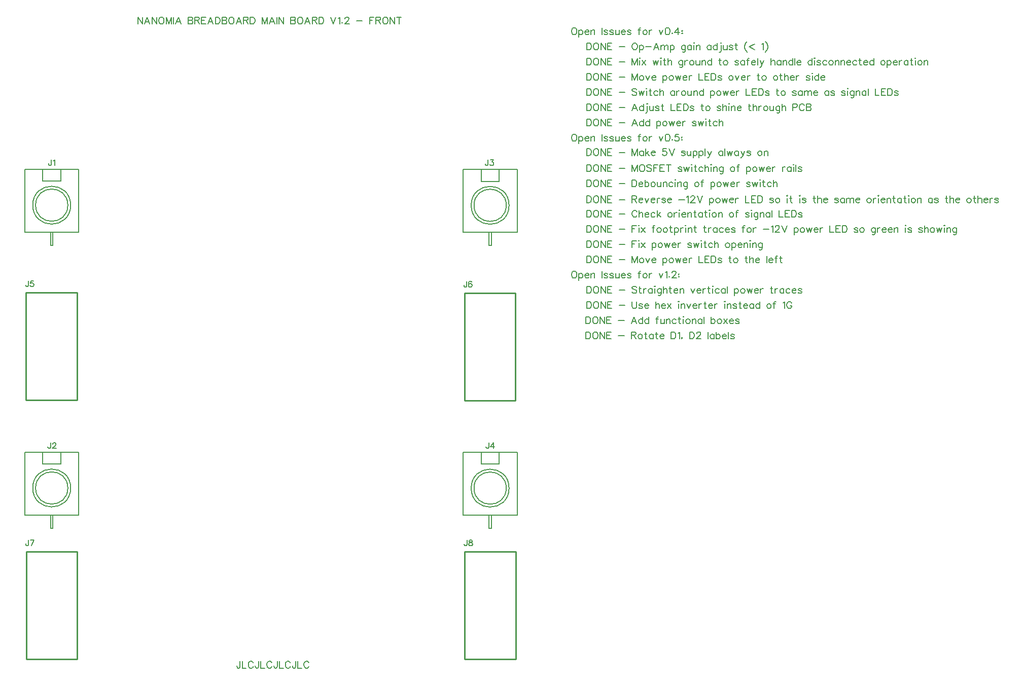
<source format=gto>
G04 Layer: TopSilkscreenLayer*
G04 EasyEDA v6.5.34, 2023-09-22 05:43:39*
G04 5a9e321870784d179380c5b7005af72b,5a6b42c53f6a479593ecc07194224c93,10*
G04 Gerber Generator version 0.2*
G04 Scale: 100 percent, Rotated: No, Reflected: No *
G04 Dimensions in millimeters *
G04 leading zeros omitted , absolute positions ,4 integer and 5 decimal *
%FSLAX45Y45*%
%MOMM*%

%ADD10C,0.2032*%
%ADD11C,0.1524*%
%ADD12C,0.1270*%
%ADD13C,0.2540*%

%LPD*%
D10*
X-3234689Y-4107942D02*
G01*
X-3234689Y-4195318D01*
X-3240277Y-4211573D01*
X-3245611Y-4217162D01*
X-3256534Y-4222495D01*
X-3267455Y-4222495D01*
X-3278377Y-4217162D01*
X-3283965Y-4211573D01*
X-3289300Y-4195318D01*
X-3289300Y-4184395D01*
X-3198875Y-4107942D02*
G01*
X-3198875Y-4222495D01*
X-3198875Y-4222495D02*
G01*
X-3133343Y-4222495D01*
X-3015487Y-4135373D02*
G01*
X-3020821Y-4124452D01*
X-3031743Y-4113529D01*
X-3042665Y-4107942D01*
X-3064509Y-4107942D01*
X-3075431Y-4113529D01*
X-3086353Y-4124452D01*
X-3091941Y-4135373D01*
X-3097275Y-4151629D01*
X-3097275Y-4178807D01*
X-3091941Y-4195318D01*
X-3086353Y-4206239D01*
X-3075431Y-4217162D01*
X-3064509Y-4222495D01*
X-3042665Y-4222495D01*
X-3031743Y-4217162D01*
X-3020821Y-4206239D01*
X-3015487Y-4195318D01*
X-2925063Y-4107942D02*
G01*
X-2925063Y-4195318D01*
X-2930397Y-4211573D01*
X-2935731Y-4217162D01*
X-2946653Y-4222495D01*
X-2957575Y-4222495D01*
X-2968497Y-4217162D01*
X-2974085Y-4211573D01*
X-2979419Y-4195318D01*
X-2979419Y-4184395D01*
X-2888995Y-4107942D02*
G01*
X-2888995Y-4222495D01*
X-2888995Y-4222495D02*
G01*
X-2823463Y-4222495D01*
X-2705607Y-4135373D02*
G01*
X-2711195Y-4124452D01*
X-2722118Y-4113529D01*
X-2733039Y-4107942D01*
X-2754629Y-4107942D01*
X-2765551Y-4113529D01*
X-2776473Y-4124452D01*
X-2782061Y-4135373D01*
X-2787395Y-4151629D01*
X-2787395Y-4178807D01*
X-2782061Y-4195318D01*
X-2776473Y-4206239D01*
X-2765551Y-4217162D01*
X-2754629Y-4222495D01*
X-2733039Y-4222495D01*
X-2722118Y-4217162D01*
X-2711195Y-4206239D01*
X-2705607Y-4195318D01*
X-2615184Y-4107942D02*
G01*
X-2615184Y-4195318D01*
X-2620518Y-4211573D01*
X-2626105Y-4217162D01*
X-2637027Y-4222495D01*
X-2647950Y-4222495D01*
X-2658871Y-4217162D01*
X-2664205Y-4211573D01*
X-2669539Y-4195318D01*
X-2669539Y-4184395D01*
X-2579115Y-4107942D02*
G01*
X-2579115Y-4222495D01*
X-2579115Y-4222495D02*
G01*
X-2513584Y-4222495D01*
X-2395727Y-4135373D02*
G01*
X-2401315Y-4124452D01*
X-2412237Y-4113529D01*
X-2423159Y-4107942D01*
X-2445003Y-4107942D01*
X-2455925Y-4113529D01*
X-2466847Y-4124452D01*
X-2472181Y-4135373D01*
X-2477769Y-4151629D01*
X-2477769Y-4178807D01*
X-2472181Y-4195318D01*
X-2466847Y-4206239D01*
X-2455925Y-4217162D01*
X-2445003Y-4222495D01*
X-2423159Y-4222495D01*
X-2412237Y-4217162D01*
X-2401315Y-4206239D01*
X-2395727Y-4195318D01*
X-2305303Y-4107942D02*
G01*
X-2305303Y-4195318D01*
X-2310637Y-4211573D01*
X-2316225Y-4217162D01*
X-2327147Y-4222495D01*
X-2338069Y-4222495D01*
X-2348991Y-4217162D01*
X-2354325Y-4211573D01*
X-2359913Y-4195318D01*
X-2359913Y-4184395D01*
X-2269235Y-4107942D02*
G01*
X-2269235Y-4222495D01*
X-2269235Y-4222495D02*
G01*
X-2203957Y-4222495D01*
X-2086101Y-4135373D02*
G01*
X-2091435Y-4124452D01*
X-2102357Y-4113529D01*
X-2113279Y-4107942D01*
X-2135123Y-4107942D01*
X-2146045Y-4113529D01*
X-2156968Y-4124452D01*
X-2162301Y-4135373D01*
X-2167889Y-4151629D01*
X-2167889Y-4178807D01*
X-2162301Y-4195318D01*
X-2156968Y-4206239D01*
X-2146045Y-4217162D01*
X-2135123Y-4222495D01*
X-2113279Y-4222495D01*
X-2102357Y-4217162D01*
X-2091435Y-4206239D01*
X-2086101Y-4195318D01*
D11*
X549706Y2235707D02*
G01*
X549706Y2163063D01*
X545134Y2149347D01*
X540562Y2144776D01*
X531418Y2140204D01*
X522274Y2140204D01*
X513384Y2144776D01*
X508812Y2149347D01*
X504240Y2163063D01*
X504240Y2172207D01*
X634288Y2221992D02*
G01*
X629716Y2231136D01*
X616000Y2235707D01*
X606856Y2235707D01*
X593394Y2231136D01*
X584250Y2217673D01*
X579678Y2194813D01*
X579678Y2172207D01*
X584250Y2153920D01*
X593394Y2144776D01*
X606856Y2140204D01*
X611428Y2140204D01*
X625144Y2144776D01*
X634288Y2153920D01*
X638860Y2167636D01*
X638860Y2172207D01*
X634288Y2185670D01*
X625144Y2194813D01*
X611428Y2199386D01*
X606856Y2199386D01*
X593394Y2194813D01*
X584250Y2185670D01*
X579678Y2172207D01*
X553288Y-2084578D02*
G01*
X553288Y-2157221D01*
X548716Y-2170937D01*
X544144Y-2175510D01*
X535000Y-2180081D01*
X525856Y-2180081D01*
X516966Y-2175510D01*
X512394Y-2170937D01*
X507822Y-2157221D01*
X507822Y-2148078D01*
X605866Y-2084578D02*
G01*
X592404Y-2089150D01*
X587832Y-2098039D01*
X587832Y-2107184D01*
X592404Y-2116328D01*
X601548Y-2120900D01*
X619582Y-2125471D01*
X633298Y-2130044D01*
X642442Y-2138934D01*
X647014Y-2148078D01*
X647014Y-2161794D01*
X642442Y-2170937D01*
X637870Y-2175510D01*
X624154Y-2180081D01*
X605866Y-2180081D01*
X592404Y-2175510D01*
X587832Y-2170937D01*
X583260Y-2161794D01*
X583260Y-2148078D01*
X587832Y-2138934D01*
X596976Y-2130044D01*
X610438Y-2125471D01*
X628726Y-2120900D01*
X637870Y-2116328D01*
X642442Y-2107184D01*
X642442Y-2098039D01*
X637870Y-2089150D01*
X624154Y-2084578D01*
X605866Y-2084578D01*
X-6769049Y2241550D02*
G01*
X-6769049Y2168652D01*
X-6773621Y2155189D01*
X-6778193Y2150618D01*
X-6787337Y2146045D01*
X-6796481Y2146045D01*
X-6805371Y2150618D01*
X-6809943Y2155189D01*
X-6814515Y2168652D01*
X-6814515Y2177795D01*
X-6684467Y2241550D02*
G01*
X-6729933Y2241550D01*
X-6734505Y2200655D01*
X-6729933Y2205228D01*
X-6716471Y2209800D01*
X-6702755Y2209800D01*
X-6689039Y2205228D01*
X-6679895Y2196084D01*
X-6675577Y2182368D01*
X-6675577Y2173223D01*
X-6679895Y2159762D01*
X-6689039Y2150618D01*
X-6702755Y2146045D01*
X-6716471Y2146045D01*
X-6729933Y2150618D01*
X-6734505Y2155189D01*
X-6739077Y2164334D01*
X-6765493Y-2082292D02*
G01*
X-6765493Y-2154936D01*
X-6770065Y-2168652D01*
X-6774637Y-2173223D01*
X-6783781Y-2177795D01*
X-6792925Y-2177795D01*
X-6801815Y-2173223D01*
X-6806387Y-2168652D01*
X-6810959Y-2154936D01*
X-6810959Y-2145792D01*
X-6671767Y-2082292D02*
G01*
X-6717233Y-2177795D01*
X-6735521Y-2082292D02*
G01*
X-6671767Y-2082292D01*
D10*
X2331465Y6471157D02*
G01*
X2320544Y6465570D01*
X2309622Y6454647D01*
X2304034Y6443726D01*
X2298700Y6427470D01*
X2298700Y6400292D01*
X2304034Y6383781D01*
X2309622Y6372860D01*
X2320544Y6361937D01*
X2331465Y6356604D01*
X2353310Y6356604D01*
X2364231Y6361937D01*
X2375154Y6372860D01*
X2380488Y6383781D01*
X2386076Y6400292D01*
X2386076Y6427470D01*
X2380488Y6443726D01*
X2375154Y6454647D01*
X2364231Y6465570D01*
X2353310Y6471157D01*
X2331465Y6471157D01*
X2421890Y6432804D02*
G01*
X2421890Y6318250D01*
X2421890Y6416547D02*
G01*
X2432812Y6427470D01*
X2443734Y6432804D01*
X2460244Y6432804D01*
X2471165Y6427470D01*
X2482088Y6416547D01*
X2487422Y6400292D01*
X2487422Y6389370D01*
X2482088Y6372860D01*
X2471165Y6361937D01*
X2460244Y6356604D01*
X2443734Y6356604D01*
X2432812Y6361937D01*
X2421890Y6372860D01*
X2523490Y6400292D02*
G01*
X2588768Y6400292D01*
X2588768Y6411213D01*
X2583434Y6421881D01*
X2577846Y6427470D01*
X2567178Y6432804D01*
X2550668Y6432804D01*
X2539746Y6427470D01*
X2528824Y6416547D01*
X2523490Y6400292D01*
X2523490Y6389370D01*
X2528824Y6372860D01*
X2539746Y6361937D01*
X2550668Y6356604D01*
X2567178Y6356604D01*
X2577846Y6361937D01*
X2588768Y6372860D01*
X2624836Y6432804D02*
G01*
X2624836Y6356604D01*
X2624836Y6411213D02*
G01*
X2641346Y6427470D01*
X2652268Y6432804D01*
X2668524Y6432804D01*
X2679446Y6427470D01*
X2684780Y6411213D01*
X2684780Y6356604D01*
X2804922Y6471157D02*
G01*
X2804922Y6356604D01*
X2900934Y6416547D02*
G01*
X2895346Y6427470D01*
X2879090Y6432804D01*
X2862580Y6432804D01*
X2846324Y6427470D01*
X2840990Y6416547D01*
X2846324Y6405626D01*
X2857246Y6400292D01*
X2884424Y6394704D01*
X2895346Y6389370D01*
X2900934Y6378447D01*
X2900934Y6372860D01*
X2895346Y6361937D01*
X2879090Y6356604D01*
X2862580Y6356604D01*
X2846324Y6361937D01*
X2840990Y6372860D01*
X2996946Y6416547D02*
G01*
X2991358Y6427470D01*
X2975102Y6432804D01*
X2958592Y6432804D01*
X2942336Y6427470D01*
X2937002Y6416547D01*
X2942336Y6405626D01*
X2953258Y6400292D01*
X2980436Y6394704D01*
X2991358Y6389370D01*
X2996946Y6378447D01*
X2996946Y6372860D01*
X2991358Y6361937D01*
X2975102Y6356604D01*
X2958592Y6356604D01*
X2942336Y6361937D01*
X2937002Y6372860D01*
X3032760Y6432804D02*
G01*
X3032760Y6378447D01*
X3038348Y6361937D01*
X3049270Y6356604D01*
X3065526Y6356604D01*
X3076448Y6361937D01*
X3092958Y6378447D01*
X3092958Y6432804D02*
G01*
X3092958Y6356604D01*
X3128772Y6400292D02*
G01*
X3194304Y6400292D01*
X3194304Y6411213D01*
X3188970Y6421881D01*
X3183381Y6427470D01*
X3172460Y6432804D01*
X3156204Y6432804D01*
X3145281Y6427470D01*
X3134360Y6416547D01*
X3128772Y6400292D01*
X3128772Y6389370D01*
X3134360Y6372860D01*
X3145281Y6361937D01*
X3156204Y6356604D01*
X3172460Y6356604D01*
X3183381Y6361937D01*
X3194304Y6372860D01*
X3290315Y6416547D02*
G01*
X3284981Y6427470D01*
X3268472Y6432804D01*
X3252215Y6432804D01*
X3235706Y6427470D01*
X3230372Y6416547D01*
X3235706Y6405626D01*
X3246628Y6400292D01*
X3274060Y6394704D01*
X3284981Y6389370D01*
X3290315Y6378447D01*
X3290315Y6372860D01*
X3284981Y6361937D01*
X3268472Y6356604D01*
X3252215Y6356604D01*
X3235706Y6361937D01*
X3230372Y6372860D01*
X3453892Y6471157D02*
G01*
X3442970Y6471157D01*
X3432048Y6465570D01*
X3426714Y6449313D01*
X3426714Y6356604D01*
X3410458Y6432804D02*
G01*
X3448558Y6432804D01*
X3517138Y6432804D02*
G01*
X3506215Y6427470D01*
X3495548Y6416547D01*
X3489960Y6400292D01*
X3489960Y6389370D01*
X3495548Y6372860D01*
X3506215Y6361937D01*
X3517138Y6356604D01*
X3533648Y6356604D01*
X3544570Y6361937D01*
X3555492Y6372860D01*
X3560826Y6389370D01*
X3560826Y6400292D01*
X3555492Y6416547D01*
X3544570Y6427470D01*
X3533648Y6432804D01*
X3517138Y6432804D01*
X3596894Y6432804D02*
G01*
X3596894Y6356604D01*
X3596894Y6400292D02*
G01*
X3602228Y6416547D01*
X3613150Y6427470D01*
X3624072Y6432804D01*
X3640581Y6432804D01*
X3760470Y6432804D02*
G01*
X3793236Y6356604D01*
X3826002Y6432804D02*
G01*
X3793236Y6356604D01*
X3894581Y6471157D02*
G01*
X3878326Y6465570D01*
X3867404Y6449313D01*
X3862070Y6421881D01*
X3862070Y6405626D01*
X3867404Y6378447D01*
X3878326Y6361937D01*
X3894581Y6356604D01*
X3905504Y6356604D01*
X3922014Y6361937D01*
X3932936Y6378447D01*
X3938270Y6405626D01*
X3938270Y6421881D01*
X3932936Y6449313D01*
X3922014Y6465570D01*
X3905504Y6471157D01*
X3894581Y6471157D01*
X3979672Y6383781D02*
G01*
X3974338Y6378447D01*
X3979672Y6372860D01*
X3985260Y6378447D01*
X3979672Y6383781D01*
X4075684Y6471157D02*
G01*
X4021328Y6394704D01*
X4103115Y6394704D01*
X4075684Y6471157D02*
G01*
X4075684Y6356604D01*
X4144518Y6421881D02*
G01*
X4139184Y6416547D01*
X4144518Y6411213D01*
X4149852Y6416547D01*
X4144518Y6421881D01*
X4144518Y6383781D02*
G01*
X4139184Y6378447D01*
X4144518Y6372860D01*
X4149852Y6378447D01*
X4144518Y6383781D01*
X2552700Y6217157D02*
G01*
X2552700Y6102604D01*
X2552700Y6217157D02*
G01*
X2590800Y6217157D01*
X2607310Y6211570D01*
X2618231Y6200647D01*
X2623565Y6189726D01*
X2629154Y6173470D01*
X2629154Y6146292D01*
X2623565Y6129781D01*
X2618231Y6118860D01*
X2607310Y6107937D01*
X2590800Y6102604D01*
X2552700Y6102604D01*
X2697734Y6217157D02*
G01*
X2686812Y6211570D01*
X2675890Y6200647D01*
X2670556Y6189726D01*
X2664968Y6173470D01*
X2664968Y6146292D01*
X2670556Y6129781D01*
X2675890Y6118860D01*
X2686812Y6107937D01*
X2697734Y6102604D01*
X2719578Y6102604D01*
X2730500Y6107937D01*
X2741422Y6118860D01*
X2746756Y6129781D01*
X2752344Y6146292D01*
X2752344Y6173470D01*
X2746756Y6189726D01*
X2741422Y6200647D01*
X2730500Y6211570D01*
X2719578Y6217157D01*
X2697734Y6217157D01*
X2788412Y6217157D02*
G01*
X2788412Y6102604D01*
X2788412Y6217157D02*
G01*
X2864612Y6102604D01*
X2864612Y6217157D02*
G01*
X2864612Y6102604D01*
X2900680Y6217157D02*
G01*
X2900680Y6102604D01*
X2900680Y6217157D02*
G01*
X2971546Y6217157D01*
X2900680Y6162547D02*
G01*
X2944368Y6162547D01*
X2900680Y6102604D02*
G01*
X2971546Y6102604D01*
X3091688Y6151626D02*
G01*
X3189731Y6151626D01*
X3342640Y6217157D02*
G01*
X3331718Y6211570D01*
X3320796Y6200647D01*
X3315208Y6189726D01*
X3309874Y6173470D01*
X3309874Y6146292D01*
X3315208Y6129781D01*
X3320796Y6118860D01*
X3331718Y6107937D01*
X3342640Y6102604D01*
X3364230Y6102604D01*
X3375152Y6107937D01*
X3386074Y6118860D01*
X3391662Y6129781D01*
X3396996Y6146292D01*
X3396996Y6173470D01*
X3391662Y6189726D01*
X3386074Y6200647D01*
X3375152Y6211570D01*
X3364230Y6217157D01*
X3342640Y6217157D01*
X3433064Y6178804D02*
G01*
X3433064Y6064250D01*
X3433064Y6162547D02*
G01*
X3443986Y6173470D01*
X3454908Y6178804D01*
X3471164Y6178804D01*
X3482086Y6173470D01*
X3493008Y6162547D01*
X3498596Y6146292D01*
X3498596Y6135370D01*
X3493008Y6118860D01*
X3482086Y6107937D01*
X3471164Y6102604D01*
X3454908Y6102604D01*
X3443986Y6107937D01*
X3433064Y6118860D01*
X3534410Y6151626D02*
G01*
X3632708Y6151626D01*
X3712210Y6217157D02*
G01*
X3668776Y6102604D01*
X3712210Y6217157D02*
G01*
X3755898Y6102604D01*
X3685031Y6140704D02*
G01*
X3739642Y6140704D01*
X3791965Y6178804D02*
G01*
X3791965Y6102604D01*
X3791965Y6157213D02*
G01*
X3808222Y6173470D01*
X3819144Y6178804D01*
X3835654Y6178804D01*
X3846576Y6173470D01*
X3851910Y6157213D01*
X3851910Y6102604D01*
X3851910Y6157213D02*
G01*
X3868420Y6173470D01*
X3879342Y6178804D01*
X3895598Y6178804D01*
X3906520Y6173470D01*
X3911854Y6157213D01*
X3911854Y6102604D01*
X3947922Y6178804D02*
G01*
X3947922Y6064250D01*
X3947922Y6162547D02*
G01*
X3958844Y6173470D01*
X3969765Y6178804D01*
X3986276Y6178804D01*
X3996944Y6173470D01*
X4007865Y6162547D01*
X4013454Y6146292D01*
X4013454Y6135370D01*
X4007865Y6118860D01*
X3996944Y6107937D01*
X3986276Y6102604D01*
X3969765Y6102604D01*
X3958844Y6107937D01*
X3947922Y6118860D01*
X4198874Y6178804D02*
G01*
X4198874Y6091681D01*
X4193540Y6075171D01*
X4187952Y6069837D01*
X4177030Y6064250D01*
X4160774Y6064250D01*
X4149852Y6069837D01*
X4198874Y6162547D02*
G01*
X4187952Y6173470D01*
X4177030Y6178804D01*
X4160774Y6178804D01*
X4149852Y6173470D01*
X4138930Y6162547D01*
X4133342Y6146292D01*
X4133342Y6135370D01*
X4138930Y6118860D01*
X4149852Y6107937D01*
X4160774Y6102604D01*
X4177030Y6102604D01*
X4187952Y6107937D01*
X4198874Y6118860D01*
X4300220Y6178804D02*
G01*
X4300220Y6102604D01*
X4300220Y6162547D02*
G01*
X4289298Y6173470D01*
X4278630Y6178804D01*
X4262120Y6178804D01*
X4251198Y6173470D01*
X4240276Y6162547D01*
X4234942Y6146292D01*
X4234942Y6135370D01*
X4240276Y6118860D01*
X4251198Y6107937D01*
X4262120Y6102604D01*
X4278630Y6102604D01*
X4289298Y6107937D01*
X4300220Y6118860D01*
X4336288Y6217157D02*
G01*
X4341876Y6211570D01*
X4347210Y6217157D01*
X4341876Y6222492D01*
X4336288Y6217157D01*
X4341876Y6178804D02*
G01*
X4341876Y6102604D01*
X4383278Y6178804D02*
G01*
X4383278Y6102604D01*
X4383278Y6157213D02*
G01*
X4399534Y6173470D01*
X4410456Y6178804D01*
X4426965Y6178804D01*
X4437888Y6173470D01*
X4443222Y6157213D01*
X4443222Y6102604D01*
X4628642Y6178804D02*
G01*
X4628642Y6102604D01*
X4628642Y6162547D02*
G01*
X4617720Y6173470D01*
X4606798Y6178804D01*
X4590542Y6178804D01*
X4579620Y6173470D01*
X4568698Y6162547D01*
X4563364Y6146292D01*
X4563364Y6135370D01*
X4568698Y6118860D01*
X4579620Y6107937D01*
X4590542Y6102604D01*
X4606798Y6102604D01*
X4617720Y6107937D01*
X4628642Y6118860D01*
X4730242Y6217157D02*
G01*
X4730242Y6102604D01*
X4730242Y6162547D02*
G01*
X4719320Y6173470D01*
X4708398Y6178804D01*
X4691888Y6178804D01*
X4680965Y6173470D01*
X4670044Y6162547D01*
X4664710Y6146292D01*
X4664710Y6135370D01*
X4670044Y6118860D01*
X4680965Y6107937D01*
X4691888Y6102604D01*
X4708398Y6102604D01*
X4719320Y6107937D01*
X4730242Y6118860D01*
X4787900Y6217157D02*
G01*
X4793488Y6211570D01*
X4798822Y6217157D01*
X4793488Y6222492D01*
X4787900Y6217157D01*
X4793488Y6178804D02*
G01*
X4793488Y6086094D01*
X4787900Y6069837D01*
X4776978Y6064250D01*
X4766056Y6064250D01*
X4834890Y6178804D02*
G01*
X4834890Y6124447D01*
X4840224Y6107937D01*
X4851146Y6102604D01*
X4867656Y6102604D01*
X4878578Y6107937D01*
X4894834Y6124447D01*
X4894834Y6178804D02*
G01*
X4894834Y6102604D01*
X4990846Y6162547D02*
G01*
X4985512Y6173470D01*
X4969002Y6178804D01*
X4952746Y6178804D01*
X4936236Y6173470D01*
X4930902Y6162547D01*
X4936236Y6151626D01*
X4947158Y6146292D01*
X4974590Y6140704D01*
X4985512Y6135370D01*
X4990846Y6124447D01*
X4990846Y6118860D01*
X4985512Y6107937D01*
X4969002Y6102604D01*
X4952746Y6102604D01*
X4936236Y6107937D01*
X4930902Y6118860D01*
X5043170Y6217157D02*
G01*
X5043170Y6124447D01*
X5048758Y6107937D01*
X5059680Y6102604D01*
X5070602Y6102604D01*
X5026914Y6178804D02*
G01*
X5065014Y6178804D01*
X5228590Y6239002D02*
G01*
X5217668Y6228079D01*
X5207000Y6211570D01*
X5196078Y6189726D01*
X5190490Y6162547D01*
X5190490Y6140704D01*
X5196078Y6113526D01*
X5207000Y6091681D01*
X5217668Y6075171D01*
X5228590Y6064250D01*
X5352034Y6200647D02*
G01*
X5264658Y6151626D01*
X5352034Y6102604D01*
X5471922Y6195313D02*
G01*
X5482844Y6200647D01*
X5499354Y6217157D01*
X5499354Y6102604D01*
X5535168Y6239002D02*
G01*
X5546090Y6228079D01*
X5557012Y6211570D01*
X5567934Y6189726D01*
X5573522Y6162547D01*
X5573522Y6140704D01*
X5567934Y6113526D01*
X5557012Y6091681D01*
X5546090Y6075171D01*
X5535168Y6064250D01*
X2552700Y5963157D02*
G01*
X2552700Y5848604D01*
X2552700Y5963157D02*
G01*
X2590800Y5963157D01*
X2607310Y5957570D01*
X2618231Y5946647D01*
X2623565Y5935726D01*
X2629154Y5919470D01*
X2629154Y5892292D01*
X2623565Y5875781D01*
X2618231Y5864860D01*
X2607310Y5853937D01*
X2590800Y5848604D01*
X2552700Y5848604D01*
X2697734Y5963157D02*
G01*
X2686812Y5957570D01*
X2675890Y5946647D01*
X2670556Y5935726D01*
X2664968Y5919470D01*
X2664968Y5892292D01*
X2670556Y5875781D01*
X2675890Y5864860D01*
X2686812Y5853937D01*
X2697734Y5848604D01*
X2719578Y5848604D01*
X2730500Y5853937D01*
X2741422Y5864860D01*
X2746756Y5875781D01*
X2752344Y5892292D01*
X2752344Y5919470D01*
X2746756Y5935726D01*
X2741422Y5946647D01*
X2730500Y5957570D01*
X2719578Y5963157D01*
X2697734Y5963157D01*
X2788412Y5963157D02*
G01*
X2788412Y5848604D01*
X2788412Y5963157D02*
G01*
X2864612Y5848604D01*
X2864612Y5963157D02*
G01*
X2864612Y5848604D01*
X2900680Y5963157D02*
G01*
X2900680Y5848604D01*
X2900680Y5963157D02*
G01*
X2971546Y5963157D01*
X2900680Y5908547D02*
G01*
X2944368Y5908547D01*
X2900680Y5848604D02*
G01*
X2971546Y5848604D01*
X3091688Y5897626D02*
G01*
X3189731Y5897626D01*
X3309874Y5963157D02*
G01*
X3309874Y5848604D01*
X3309874Y5963157D02*
G01*
X3353308Y5848604D01*
X3396996Y5963157D02*
G01*
X3353308Y5848604D01*
X3396996Y5963157D02*
G01*
X3396996Y5848604D01*
X3433064Y5963157D02*
G01*
X3438398Y5957570D01*
X3443986Y5963157D01*
X3438398Y5968492D01*
X3433064Y5963157D01*
X3438398Y5924804D02*
G01*
X3438398Y5848604D01*
X3480054Y5924804D02*
G01*
X3539998Y5848604D01*
X3539998Y5924804D02*
G01*
X3480054Y5848604D01*
X3659886Y5924804D02*
G01*
X3681730Y5848604D01*
X3703574Y5924804D02*
G01*
X3681730Y5848604D01*
X3703574Y5924804D02*
G01*
X3725418Y5848604D01*
X3747262Y5924804D02*
G01*
X3725418Y5848604D01*
X3783330Y5963157D02*
G01*
X3788664Y5957570D01*
X3794252Y5963157D01*
X3788664Y5968492D01*
X3783330Y5963157D01*
X3788664Y5924804D02*
G01*
X3788664Y5848604D01*
X3846576Y5963157D02*
G01*
X3846576Y5870447D01*
X3851910Y5853937D01*
X3862831Y5848604D01*
X3873754Y5848604D01*
X3830065Y5924804D02*
G01*
X3868420Y5924804D01*
X3909822Y5963157D02*
G01*
X3909822Y5848604D01*
X3909822Y5903213D02*
G01*
X3926078Y5919470D01*
X3937000Y5924804D01*
X3953510Y5924804D01*
X3964431Y5919470D01*
X3969765Y5903213D01*
X3969765Y5848604D01*
X4155186Y5924804D02*
G01*
X4155186Y5837681D01*
X4149852Y5821171D01*
X4144264Y5815837D01*
X4133342Y5810250D01*
X4117086Y5810250D01*
X4106164Y5815837D01*
X4155186Y5908547D02*
G01*
X4144264Y5919470D01*
X4133342Y5924804D01*
X4117086Y5924804D01*
X4106164Y5919470D01*
X4095242Y5908547D01*
X4089908Y5892292D01*
X4089908Y5881370D01*
X4095242Y5864860D01*
X4106164Y5853937D01*
X4117086Y5848604D01*
X4133342Y5848604D01*
X4144264Y5853937D01*
X4155186Y5864860D01*
X4191254Y5924804D02*
G01*
X4191254Y5848604D01*
X4191254Y5892292D02*
G01*
X4196588Y5908547D01*
X4207510Y5919470D01*
X4218431Y5924804D01*
X4234942Y5924804D01*
X4298188Y5924804D02*
G01*
X4287265Y5919470D01*
X4276344Y5908547D01*
X4270756Y5892292D01*
X4270756Y5881370D01*
X4276344Y5864860D01*
X4287265Y5853937D01*
X4298188Y5848604D01*
X4314444Y5848604D01*
X4325365Y5853937D01*
X4336288Y5864860D01*
X4341876Y5881370D01*
X4341876Y5892292D01*
X4336288Y5908547D01*
X4325365Y5919470D01*
X4314444Y5924804D01*
X4298188Y5924804D01*
X4377690Y5924804D02*
G01*
X4377690Y5870447D01*
X4383278Y5853937D01*
X4394200Y5848604D01*
X4410456Y5848604D01*
X4421378Y5853937D01*
X4437888Y5870447D01*
X4437888Y5924804D02*
G01*
X4437888Y5848604D01*
X4473702Y5924804D02*
G01*
X4473702Y5848604D01*
X4473702Y5903213D02*
G01*
X4490212Y5919470D01*
X4501134Y5924804D01*
X4517390Y5924804D01*
X4528312Y5919470D01*
X4533900Y5903213D01*
X4533900Y5848604D01*
X4635246Y5963157D02*
G01*
X4635246Y5848604D01*
X4635246Y5908547D02*
G01*
X4624324Y5919470D01*
X4613402Y5924804D01*
X4597146Y5924804D01*
X4586224Y5919470D01*
X4575302Y5908547D01*
X4569714Y5892292D01*
X4569714Y5881370D01*
X4575302Y5864860D01*
X4586224Y5853937D01*
X4597146Y5848604D01*
X4613402Y5848604D01*
X4624324Y5853937D01*
X4635246Y5864860D01*
X4771644Y5963157D02*
G01*
X4771644Y5870447D01*
X4776978Y5853937D01*
X4787900Y5848604D01*
X4798822Y5848604D01*
X4755134Y5924804D02*
G01*
X4793488Y5924804D01*
X4862068Y5924804D02*
G01*
X4851146Y5919470D01*
X4840224Y5908547D01*
X4834890Y5892292D01*
X4834890Y5881370D01*
X4840224Y5864860D01*
X4851146Y5853937D01*
X4862068Y5848604D01*
X4878578Y5848604D01*
X4889500Y5853937D01*
X4900422Y5864860D01*
X4905756Y5881370D01*
X4905756Y5892292D01*
X4900422Y5908547D01*
X4889500Y5919470D01*
X4878578Y5924804D01*
X4862068Y5924804D01*
X5085842Y5908547D02*
G01*
X5080254Y5919470D01*
X5063998Y5924804D01*
X5047488Y5924804D01*
X5031231Y5919470D01*
X5025898Y5908547D01*
X5031231Y5897626D01*
X5042154Y5892292D01*
X5069331Y5886704D01*
X5080254Y5881370D01*
X5085842Y5870447D01*
X5085842Y5864860D01*
X5080254Y5853937D01*
X5063998Y5848604D01*
X5047488Y5848604D01*
X5031231Y5853937D01*
X5025898Y5864860D01*
X5187188Y5924804D02*
G01*
X5187188Y5848604D01*
X5187188Y5908547D02*
G01*
X5176265Y5919470D01*
X5165344Y5924804D01*
X5149088Y5924804D01*
X5138165Y5919470D01*
X5127244Y5908547D01*
X5121910Y5892292D01*
X5121910Y5881370D01*
X5127244Y5864860D01*
X5138165Y5853937D01*
X5149088Y5848604D01*
X5165344Y5848604D01*
X5176265Y5853937D01*
X5187188Y5864860D01*
X5266944Y5963157D02*
G01*
X5256022Y5963157D01*
X5245100Y5957570D01*
X5239512Y5941313D01*
X5239512Y5848604D01*
X5223256Y5924804D02*
G01*
X5261356Y5924804D01*
X5302758Y5892292D02*
G01*
X5368290Y5892292D01*
X5368290Y5903213D01*
X5362956Y5913881D01*
X5357368Y5919470D01*
X5346446Y5924804D01*
X5330190Y5924804D01*
X5319268Y5919470D01*
X5308346Y5908547D01*
X5302758Y5892292D01*
X5302758Y5881370D01*
X5308346Y5864860D01*
X5319268Y5853937D01*
X5330190Y5848604D01*
X5346446Y5848604D01*
X5357368Y5853937D01*
X5368290Y5864860D01*
X5404358Y5963157D02*
G01*
X5404358Y5848604D01*
X5445760Y5924804D02*
G01*
X5478526Y5848604D01*
X5511292Y5924804D02*
G01*
X5478526Y5848604D01*
X5467604Y5826760D01*
X5456681Y5815837D01*
X5445760Y5810250D01*
X5440426Y5810250D01*
X5631180Y5963157D02*
G01*
X5631180Y5848604D01*
X5631180Y5903213D02*
G01*
X5647690Y5919470D01*
X5658612Y5924804D01*
X5674868Y5924804D01*
X5685790Y5919470D01*
X5691124Y5903213D01*
X5691124Y5848604D01*
X5792724Y5924804D02*
G01*
X5792724Y5848604D01*
X5792724Y5908547D02*
G01*
X5781802Y5919470D01*
X5770880Y5924804D01*
X5754624Y5924804D01*
X5743702Y5919470D01*
X5732780Y5908547D01*
X5727192Y5892292D01*
X5727192Y5881370D01*
X5732780Y5864860D01*
X5743702Y5853937D01*
X5754624Y5848604D01*
X5770880Y5848604D01*
X5781802Y5853937D01*
X5792724Y5864860D01*
X5828792Y5924804D02*
G01*
X5828792Y5848604D01*
X5828792Y5903213D02*
G01*
X5845048Y5919470D01*
X5855970Y5924804D01*
X5872226Y5924804D01*
X5883148Y5919470D01*
X5888736Y5903213D01*
X5888736Y5848604D01*
X5990081Y5963157D02*
G01*
X5990081Y5848604D01*
X5990081Y5908547D02*
G01*
X5979160Y5919470D01*
X5968238Y5924804D01*
X5951981Y5924804D01*
X5941060Y5919470D01*
X5930138Y5908547D01*
X5924804Y5892292D01*
X5924804Y5881370D01*
X5930138Y5864860D01*
X5941060Y5853937D01*
X5951981Y5848604D01*
X5968238Y5848604D01*
X5979160Y5853937D01*
X5990081Y5864860D01*
X6026150Y5963157D02*
G01*
X6026150Y5848604D01*
X6062218Y5892292D02*
G01*
X6127496Y5892292D01*
X6127496Y5903213D01*
X6122162Y5913881D01*
X6116574Y5919470D01*
X6105906Y5924804D01*
X6089396Y5924804D01*
X6078474Y5919470D01*
X6067552Y5908547D01*
X6062218Y5892292D01*
X6062218Y5881370D01*
X6067552Y5864860D01*
X6078474Y5853937D01*
X6089396Y5848604D01*
X6105906Y5848604D01*
X6116574Y5853937D01*
X6127496Y5864860D01*
X6313170Y5963157D02*
G01*
X6313170Y5848604D01*
X6313170Y5908547D02*
G01*
X6302248Y5919470D01*
X6291326Y5924804D01*
X6274815Y5924804D01*
X6263894Y5919470D01*
X6252972Y5908547D01*
X6247638Y5892292D01*
X6247638Y5881370D01*
X6252972Y5864860D01*
X6263894Y5853937D01*
X6274815Y5848604D01*
X6291326Y5848604D01*
X6302248Y5853937D01*
X6313170Y5864860D01*
X6348984Y5963157D02*
G01*
X6354572Y5957570D01*
X6359906Y5963157D01*
X6354572Y5968492D01*
X6348984Y5963157D01*
X6354572Y5924804D02*
G01*
X6354572Y5848604D01*
X6455918Y5908547D02*
G01*
X6450584Y5919470D01*
X6434074Y5924804D01*
X6417818Y5924804D01*
X6401308Y5919470D01*
X6395974Y5908547D01*
X6401308Y5897626D01*
X6412230Y5892292D01*
X6439662Y5886704D01*
X6450584Y5881370D01*
X6455918Y5870447D01*
X6455918Y5864860D01*
X6450584Y5853937D01*
X6434074Y5848604D01*
X6417818Y5848604D01*
X6401308Y5853937D01*
X6395974Y5864860D01*
X6557518Y5908547D02*
G01*
X6546596Y5919470D01*
X6535674Y5924804D01*
X6519164Y5924804D01*
X6508242Y5919470D01*
X6497320Y5908547D01*
X6491986Y5892292D01*
X6491986Y5881370D01*
X6497320Y5864860D01*
X6508242Y5853937D01*
X6519164Y5848604D01*
X6535674Y5848604D01*
X6546596Y5853937D01*
X6557518Y5864860D01*
X6620764Y5924804D02*
G01*
X6609842Y5919470D01*
X6598920Y5908547D01*
X6593331Y5892292D01*
X6593331Y5881370D01*
X6598920Y5864860D01*
X6609842Y5853937D01*
X6620764Y5848604D01*
X6637020Y5848604D01*
X6647942Y5853937D01*
X6658864Y5864860D01*
X6664452Y5881370D01*
X6664452Y5892292D01*
X6658864Y5908547D01*
X6647942Y5919470D01*
X6637020Y5924804D01*
X6620764Y5924804D01*
X6700265Y5924804D02*
G01*
X6700265Y5848604D01*
X6700265Y5903213D02*
G01*
X6716776Y5919470D01*
X6727698Y5924804D01*
X6743954Y5924804D01*
X6754876Y5919470D01*
X6760210Y5903213D01*
X6760210Y5848604D01*
X6796278Y5924804D02*
G01*
X6796278Y5848604D01*
X6796278Y5903213D02*
G01*
X6812788Y5919470D01*
X6823710Y5924804D01*
X6839965Y5924804D01*
X6850888Y5919470D01*
X6856222Y5903213D01*
X6856222Y5848604D01*
X6892290Y5892292D02*
G01*
X6957822Y5892292D01*
X6957822Y5903213D01*
X6952234Y5913881D01*
X6946900Y5919470D01*
X6935978Y5924804D01*
X6919722Y5924804D01*
X6908800Y5919470D01*
X6897878Y5908547D01*
X6892290Y5892292D01*
X6892290Y5881370D01*
X6897878Y5864860D01*
X6908800Y5853937D01*
X6919722Y5848604D01*
X6935978Y5848604D01*
X6946900Y5853937D01*
X6957822Y5864860D01*
X7059168Y5908547D02*
G01*
X7048246Y5919470D01*
X7037324Y5924804D01*
X7021068Y5924804D01*
X7010146Y5919470D01*
X6999224Y5908547D01*
X6993890Y5892292D01*
X6993890Y5881370D01*
X6999224Y5864860D01*
X7010146Y5853937D01*
X7021068Y5848604D01*
X7037324Y5848604D01*
X7048246Y5853937D01*
X7059168Y5864860D01*
X7111492Y5963157D02*
G01*
X7111492Y5870447D01*
X7117080Y5853937D01*
X7128002Y5848604D01*
X7138924Y5848604D01*
X7095236Y5924804D02*
G01*
X7133336Y5924804D01*
X7174992Y5892292D02*
G01*
X7240270Y5892292D01*
X7240270Y5903213D01*
X7234936Y5913881D01*
X7229348Y5919470D01*
X7218426Y5924804D01*
X7202170Y5924804D01*
X7191248Y5919470D01*
X7180326Y5908547D01*
X7174992Y5892292D01*
X7174992Y5881370D01*
X7180326Y5864860D01*
X7191248Y5853937D01*
X7202170Y5848604D01*
X7218426Y5848604D01*
X7229348Y5853937D01*
X7240270Y5864860D01*
X7341870Y5963157D02*
G01*
X7341870Y5848604D01*
X7341870Y5908547D02*
G01*
X7330948Y5919470D01*
X7320026Y5924804D01*
X7303515Y5924804D01*
X7292594Y5919470D01*
X7281672Y5908547D01*
X7276338Y5892292D01*
X7276338Y5881370D01*
X7281672Y5864860D01*
X7292594Y5853937D01*
X7303515Y5848604D01*
X7320026Y5848604D01*
X7330948Y5853937D01*
X7341870Y5864860D01*
X7488936Y5924804D02*
G01*
X7478268Y5919470D01*
X7467346Y5908547D01*
X7461758Y5892292D01*
X7461758Y5881370D01*
X7467346Y5864860D01*
X7478268Y5853937D01*
X7488936Y5848604D01*
X7505446Y5848604D01*
X7516368Y5853937D01*
X7527290Y5864860D01*
X7532624Y5881370D01*
X7532624Y5892292D01*
X7527290Y5908547D01*
X7516368Y5919470D01*
X7505446Y5924804D01*
X7488936Y5924804D01*
X7568692Y5924804D02*
G01*
X7568692Y5810250D01*
X7568692Y5908547D02*
G01*
X7579614Y5919470D01*
X7590536Y5924804D01*
X7606792Y5924804D01*
X7617714Y5919470D01*
X7628636Y5908547D01*
X7634224Y5892292D01*
X7634224Y5881370D01*
X7628636Y5864860D01*
X7617714Y5853937D01*
X7606792Y5848604D01*
X7590536Y5848604D01*
X7579614Y5853937D01*
X7568692Y5864860D01*
X7670038Y5892292D02*
G01*
X7735570Y5892292D01*
X7735570Y5903213D01*
X7730236Y5913881D01*
X7724648Y5919470D01*
X7713726Y5924804D01*
X7697470Y5924804D01*
X7686548Y5919470D01*
X7675626Y5908547D01*
X7670038Y5892292D01*
X7670038Y5881370D01*
X7675626Y5864860D01*
X7686548Y5853937D01*
X7697470Y5848604D01*
X7713726Y5848604D01*
X7724648Y5853937D01*
X7735570Y5864860D01*
X7771638Y5924804D02*
G01*
X7771638Y5848604D01*
X7771638Y5892292D02*
G01*
X7776972Y5908547D01*
X7787894Y5919470D01*
X7798815Y5924804D01*
X7815326Y5924804D01*
X7916672Y5924804D02*
G01*
X7916672Y5848604D01*
X7916672Y5908547D02*
G01*
X7905750Y5919470D01*
X7894828Y5924804D01*
X7878572Y5924804D01*
X7867650Y5919470D01*
X7856728Y5908547D01*
X7851140Y5892292D01*
X7851140Y5881370D01*
X7856728Y5864860D01*
X7867650Y5853937D01*
X7878572Y5848604D01*
X7894828Y5848604D01*
X7905750Y5853937D01*
X7916672Y5864860D01*
X7968996Y5963157D02*
G01*
X7968996Y5870447D01*
X7974584Y5853937D01*
X7985506Y5848604D01*
X7996428Y5848604D01*
X7952740Y5924804D02*
G01*
X7990840Y5924804D01*
X8032242Y5963157D02*
G01*
X8037830Y5957570D01*
X8043164Y5963157D01*
X8037830Y5968492D01*
X8032242Y5963157D01*
X8037830Y5924804D02*
G01*
X8037830Y5848604D01*
X8106410Y5924804D02*
G01*
X8095488Y5919470D01*
X8084565Y5908547D01*
X8079231Y5892292D01*
X8079231Y5881370D01*
X8084565Y5864860D01*
X8095488Y5853937D01*
X8106410Y5848604D01*
X8122920Y5848604D01*
X8133842Y5853937D01*
X8144764Y5864860D01*
X8150098Y5881370D01*
X8150098Y5892292D01*
X8144764Y5908547D01*
X8133842Y5919470D01*
X8122920Y5924804D01*
X8106410Y5924804D01*
X8186165Y5924804D02*
G01*
X8186165Y5848604D01*
X8186165Y5903213D02*
G01*
X8202422Y5919470D01*
X8213344Y5924804D01*
X8229854Y5924804D01*
X8240776Y5919470D01*
X8246110Y5903213D01*
X8246110Y5848604D01*
X2552700Y5709157D02*
G01*
X2552700Y5594604D01*
X2552700Y5709157D02*
G01*
X2590800Y5709157D01*
X2607310Y5703570D01*
X2618231Y5692647D01*
X2623565Y5681726D01*
X2629154Y5665470D01*
X2629154Y5638292D01*
X2623565Y5621781D01*
X2618231Y5610860D01*
X2607310Y5599937D01*
X2590800Y5594604D01*
X2552700Y5594604D01*
X2697734Y5709157D02*
G01*
X2686812Y5703570D01*
X2675890Y5692647D01*
X2670556Y5681726D01*
X2664968Y5665470D01*
X2664968Y5638292D01*
X2670556Y5621781D01*
X2675890Y5610860D01*
X2686812Y5599937D01*
X2697734Y5594604D01*
X2719578Y5594604D01*
X2730500Y5599937D01*
X2741422Y5610860D01*
X2746756Y5621781D01*
X2752344Y5638292D01*
X2752344Y5665470D01*
X2746756Y5681726D01*
X2741422Y5692647D01*
X2730500Y5703570D01*
X2719578Y5709157D01*
X2697734Y5709157D01*
X2788412Y5709157D02*
G01*
X2788412Y5594604D01*
X2788412Y5709157D02*
G01*
X2864612Y5594604D01*
X2864612Y5709157D02*
G01*
X2864612Y5594604D01*
X2900680Y5709157D02*
G01*
X2900680Y5594604D01*
X2900680Y5709157D02*
G01*
X2971546Y5709157D01*
X2900680Y5654547D02*
G01*
X2944368Y5654547D01*
X2900680Y5594604D02*
G01*
X2971546Y5594604D01*
X3091688Y5643626D02*
G01*
X3189731Y5643626D01*
X3309874Y5709157D02*
G01*
X3309874Y5594604D01*
X3309874Y5709157D02*
G01*
X3353308Y5594604D01*
X3396996Y5709157D02*
G01*
X3353308Y5594604D01*
X3396996Y5709157D02*
G01*
X3396996Y5594604D01*
X3460242Y5670804D02*
G01*
X3449320Y5665470D01*
X3438398Y5654547D01*
X3433064Y5638292D01*
X3433064Y5627370D01*
X3438398Y5610860D01*
X3449320Y5599937D01*
X3460242Y5594604D01*
X3476752Y5594604D01*
X3487674Y5599937D01*
X3498596Y5610860D01*
X3503930Y5627370D01*
X3503930Y5638292D01*
X3498596Y5654547D01*
X3487674Y5665470D01*
X3476752Y5670804D01*
X3460242Y5670804D01*
X3539998Y5670804D02*
G01*
X3572764Y5594604D01*
X3605530Y5670804D02*
G01*
X3572764Y5594604D01*
X3641344Y5638292D02*
G01*
X3706876Y5638292D01*
X3706876Y5649213D01*
X3701542Y5659881D01*
X3695954Y5665470D01*
X3685031Y5670804D01*
X3668776Y5670804D01*
X3657854Y5665470D01*
X3646931Y5654547D01*
X3641344Y5638292D01*
X3641344Y5627370D01*
X3646931Y5610860D01*
X3657854Y5599937D01*
X3668776Y5594604D01*
X3685031Y5594604D01*
X3695954Y5599937D01*
X3706876Y5610860D01*
X3826764Y5670804D02*
G01*
X3826764Y5556250D01*
X3826764Y5654547D02*
G01*
X3837686Y5665470D01*
X3848608Y5670804D01*
X3865118Y5670804D01*
X3876040Y5665470D01*
X3886962Y5654547D01*
X3892296Y5638292D01*
X3892296Y5627370D01*
X3886962Y5610860D01*
X3876040Y5599937D01*
X3865118Y5594604D01*
X3848608Y5594604D01*
X3837686Y5599937D01*
X3826764Y5610860D01*
X3955542Y5670804D02*
G01*
X3944620Y5665470D01*
X3933698Y5654547D01*
X3928364Y5638292D01*
X3928364Y5627370D01*
X3933698Y5610860D01*
X3944620Y5599937D01*
X3955542Y5594604D01*
X3972052Y5594604D01*
X3982974Y5599937D01*
X3993896Y5610860D01*
X3999230Y5627370D01*
X3999230Y5638292D01*
X3993896Y5654547D01*
X3982974Y5665470D01*
X3972052Y5670804D01*
X3955542Y5670804D01*
X4035298Y5670804D02*
G01*
X4057142Y5594604D01*
X4078986Y5670804D02*
G01*
X4057142Y5594604D01*
X4078986Y5670804D02*
G01*
X4100576Y5594604D01*
X4122420Y5670804D02*
G01*
X4100576Y5594604D01*
X4158488Y5638292D02*
G01*
X4224020Y5638292D01*
X4224020Y5649213D01*
X4218431Y5659881D01*
X4213098Y5665470D01*
X4202176Y5670804D01*
X4185665Y5670804D01*
X4174998Y5665470D01*
X4164076Y5654547D01*
X4158488Y5638292D01*
X4158488Y5627370D01*
X4164076Y5610860D01*
X4174998Y5599937D01*
X4185665Y5594604D01*
X4202176Y5594604D01*
X4213098Y5599937D01*
X4224020Y5610860D01*
X4260088Y5670804D02*
G01*
X4260088Y5594604D01*
X4260088Y5638292D02*
G01*
X4265422Y5654547D01*
X4276344Y5665470D01*
X4287265Y5670804D01*
X4303522Y5670804D01*
X4423664Y5709157D02*
G01*
X4423664Y5594604D01*
X4423664Y5594604D02*
G01*
X4488942Y5594604D01*
X4525010Y5709157D02*
G01*
X4525010Y5594604D01*
X4525010Y5709157D02*
G01*
X4595876Y5709157D01*
X4525010Y5654547D02*
G01*
X4568698Y5654547D01*
X4525010Y5594604D02*
G01*
X4595876Y5594604D01*
X4631944Y5709157D02*
G01*
X4631944Y5594604D01*
X4631944Y5709157D02*
G01*
X4670044Y5709157D01*
X4686554Y5703570D01*
X4697476Y5692647D01*
X4702810Y5681726D01*
X4708398Y5665470D01*
X4708398Y5638292D01*
X4702810Y5621781D01*
X4697476Y5610860D01*
X4686554Y5599937D01*
X4670044Y5594604D01*
X4631944Y5594604D01*
X4804410Y5654547D02*
G01*
X4798822Y5665470D01*
X4782565Y5670804D01*
X4766056Y5670804D01*
X4749800Y5665470D01*
X4744212Y5654547D01*
X4749800Y5643626D01*
X4760722Y5638292D01*
X4787900Y5632704D01*
X4798822Y5627370D01*
X4804410Y5616447D01*
X4804410Y5610860D01*
X4798822Y5599937D01*
X4782565Y5594604D01*
X4766056Y5594604D01*
X4749800Y5599937D01*
X4744212Y5610860D01*
X4951730Y5670804D02*
G01*
X4940808Y5665470D01*
X4929886Y5654547D01*
X4924298Y5638292D01*
X4924298Y5627370D01*
X4929886Y5610860D01*
X4940808Y5599937D01*
X4951730Y5594604D01*
X4967986Y5594604D01*
X4978908Y5599937D01*
X4989830Y5610860D01*
X4995164Y5627370D01*
X4995164Y5638292D01*
X4989830Y5654547D01*
X4978908Y5665470D01*
X4967986Y5670804D01*
X4951730Y5670804D01*
X5031231Y5670804D02*
G01*
X5063998Y5594604D01*
X5096764Y5670804D02*
G01*
X5063998Y5594604D01*
X5132578Y5638292D02*
G01*
X5198110Y5638292D01*
X5198110Y5649213D01*
X5192776Y5659881D01*
X5187188Y5665470D01*
X5176265Y5670804D01*
X5160010Y5670804D01*
X5149088Y5665470D01*
X5138165Y5654547D01*
X5132578Y5638292D01*
X5132578Y5627370D01*
X5138165Y5610860D01*
X5149088Y5599937D01*
X5160010Y5594604D01*
X5176265Y5594604D01*
X5187188Y5599937D01*
X5198110Y5610860D01*
X5234178Y5670804D02*
G01*
X5234178Y5594604D01*
X5234178Y5638292D02*
G01*
X5239512Y5654547D01*
X5250434Y5665470D01*
X5261356Y5670804D01*
X5277865Y5670804D01*
X5414264Y5709157D02*
G01*
X5414264Y5616447D01*
X5419598Y5599937D01*
X5430520Y5594604D01*
X5441442Y5594604D01*
X5397754Y5670804D02*
G01*
X5435854Y5670804D01*
X5504688Y5670804D02*
G01*
X5493765Y5665470D01*
X5482844Y5654547D01*
X5477510Y5638292D01*
X5477510Y5627370D01*
X5482844Y5610860D01*
X5493765Y5599937D01*
X5504688Y5594604D01*
X5520944Y5594604D01*
X5531865Y5599937D01*
X5542788Y5610860D01*
X5548376Y5627370D01*
X5548376Y5638292D01*
X5542788Y5654547D01*
X5531865Y5665470D01*
X5520944Y5670804D01*
X5504688Y5670804D01*
X5695696Y5670804D02*
G01*
X5684774Y5665470D01*
X5673852Y5654547D01*
X5668264Y5638292D01*
X5668264Y5627370D01*
X5673852Y5610860D01*
X5684774Y5599937D01*
X5695696Y5594604D01*
X5711952Y5594604D01*
X5722874Y5599937D01*
X5733796Y5610860D01*
X5739130Y5627370D01*
X5739130Y5638292D01*
X5733796Y5654547D01*
X5722874Y5665470D01*
X5711952Y5670804D01*
X5695696Y5670804D01*
X5791708Y5709157D02*
G01*
X5791708Y5616447D01*
X5797042Y5599937D01*
X5807964Y5594604D01*
X5818886Y5594604D01*
X5775198Y5670804D02*
G01*
X5813298Y5670804D01*
X5854954Y5709157D02*
G01*
X5854954Y5594604D01*
X5854954Y5649213D02*
G01*
X5871210Y5665470D01*
X5882131Y5670804D01*
X5898388Y5670804D01*
X5909310Y5665470D01*
X5914898Y5649213D01*
X5914898Y5594604D01*
X5950965Y5638292D02*
G01*
X6016244Y5638292D01*
X6016244Y5649213D01*
X6010910Y5659881D01*
X6005322Y5665470D01*
X5994400Y5670804D01*
X5978144Y5670804D01*
X5967222Y5665470D01*
X5956300Y5654547D01*
X5950965Y5638292D01*
X5950965Y5627370D01*
X5956300Y5610860D01*
X5967222Y5599937D01*
X5978144Y5594604D01*
X5994400Y5594604D01*
X6005322Y5599937D01*
X6016244Y5610860D01*
X6052312Y5670804D02*
G01*
X6052312Y5594604D01*
X6052312Y5638292D02*
G01*
X6057900Y5654547D01*
X6068568Y5665470D01*
X6079490Y5670804D01*
X6096000Y5670804D01*
X6276086Y5654547D02*
G01*
X6270498Y5665470D01*
X6254242Y5670804D01*
X6237731Y5670804D01*
X6221476Y5665470D01*
X6215888Y5654547D01*
X6221476Y5643626D01*
X6232398Y5638292D01*
X6259576Y5632704D01*
X6270498Y5627370D01*
X6276086Y5616447D01*
X6276086Y5610860D01*
X6270498Y5599937D01*
X6254242Y5594604D01*
X6237731Y5594604D01*
X6221476Y5599937D01*
X6215888Y5610860D01*
X6311900Y5709157D02*
G01*
X6317488Y5703570D01*
X6322822Y5709157D01*
X6317488Y5714492D01*
X6311900Y5709157D01*
X6317488Y5670804D02*
G01*
X6317488Y5594604D01*
X6424422Y5709157D02*
G01*
X6424422Y5594604D01*
X6424422Y5654547D02*
G01*
X6413500Y5665470D01*
X6402578Y5670804D01*
X6386068Y5670804D01*
X6375146Y5665470D01*
X6364224Y5654547D01*
X6358890Y5638292D01*
X6358890Y5627370D01*
X6364224Y5610860D01*
X6375146Y5599937D01*
X6386068Y5594604D01*
X6402578Y5594604D01*
X6413500Y5599937D01*
X6424422Y5610860D01*
X6460236Y5638292D02*
G01*
X6525768Y5638292D01*
X6525768Y5649213D01*
X6520434Y5659881D01*
X6514846Y5665470D01*
X6503924Y5670804D01*
X6487668Y5670804D01*
X6476746Y5665470D01*
X6465824Y5654547D01*
X6460236Y5638292D01*
X6460236Y5627370D01*
X6465824Y5610860D01*
X6476746Y5599937D01*
X6487668Y5594604D01*
X6503924Y5594604D01*
X6514846Y5599937D01*
X6525768Y5610860D01*
X2552700Y5455157D02*
G01*
X2552700Y5340604D01*
X2552700Y5455157D02*
G01*
X2590800Y5455157D01*
X2607310Y5449570D01*
X2618231Y5438647D01*
X2623565Y5427726D01*
X2629154Y5411470D01*
X2629154Y5384292D01*
X2623565Y5367781D01*
X2618231Y5356860D01*
X2607310Y5345937D01*
X2590800Y5340604D01*
X2552700Y5340604D01*
X2697734Y5455157D02*
G01*
X2686812Y5449570D01*
X2675890Y5438647D01*
X2670556Y5427726D01*
X2664968Y5411470D01*
X2664968Y5384292D01*
X2670556Y5367781D01*
X2675890Y5356860D01*
X2686812Y5345937D01*
X2697734Y5340604D01*
X2719578Y5340604D01*
X2730500Y5345937D01*
X2741422Y5356860D01*
X2746756Y5367781D01*
X2752344Y5384292D01*
X2752344Y5411470D01*
X2746756Y5427726D01*
X2741422Y5438647D01*
X2730500Y5449570D01*
X2719578Y5455157D01*
X2697734Y5455157D01*
X2788412Y5455157D02*
G01*
X2788412Y5340604D01*
X2788412Y5455157D02*
G01*
X2864612Y5340604D01*
X2864612Y5455157D02*
G01*
X2864612Y5340604D01*
X2900680Y5455157D02*
G01*
X2900680Y5340604D01*
X2900680Y5455157D02*
G01*
X2971546Y5455157D01*
X2900680Y5400547D02*
G01*
X2944368Y5400547D01*
X2900680Y5340604D02*
G01*
X2971546Y5340604D01*
X3091688Y5389626D02*
G01*
X3189731Y5389626D01*
X3386074Y5438647D02*
G01*
X3375152Y5449570D01*
X3358896Y5455157D01*
X3337052Y5455157D01*
X3320796Y5449570D01*
X3309874Y5438647D01*
X3309874Y5427726D01*
X3315208Y5416804D01*
X3320796Y5411470D01*
X3331718Y5405881D01*
X3364230Y5395213D01*
X3375152Y5389626D01*
X3380740Y5384292D01*
X3386074Y5373370D01*
X3386074Y5356860D01*
X3375152Y5345937D01*
X3358896Y5340604D01*
X3337052Y5340604D01*
X3320796Y5345937D01*
X3309874Y5356860D01*
X3422142Y5416804D02*
G01*
X3443986Y5340604D01*
X3465830Y5416804D02*
G01*
X3443986Y5340604D01*
X3465830Y5416804D02*
G01*
X3487674Y5340604D01*
X3509518Y5416804D02*
G01*
X3487674Y5340604D01*
X3545331Y5455157D02*
G01*
X3550920Y5449570D01*
X3556254Y5455157D01*
X3550920Y5460492D01*
X3545331Y5455157D01*
X3550920Y5416804D02*
G01*
X3550920Y5340604D01*
X3608578Y5455157D02*
G01*
X3608578Y5362447D01*
X3614165Y5345937D01*
X3625088Y5340604D01*
X3636010Y5340604D01*
X3592322Y5416804D02*
G01*
X3630422Y5416804D01*
X3737356Y5400547D02*
G01*
X3726434Y5411470D01*
X3715512Y5416804D01*
X3699256Y5416804D01*
X3688334Y5411470D01*
X3677412Y5400547D01*
X3672078Y5384292D01*
X3672078Y5373370D01*
X3677412Y5356860D01*
X3688334Y5345937D01*
X3699256Y5340604D01*
X3715512Y5340604D01*
X3726434Y5345937D01*
X3737356Y5356860D01*
X3773424Y5455157D02*
G01*
X3773424Y5340604D01*
X3773424Y5395213D02*
G01*
X3789680Y5411470D01*
X3800602Y5416804D01*
X3817112Y5416804D01*
X3828034Y5411470D01*
X3833368Y5395213D01*
X3833368Y5340604D01*
X4018788Y5416804D02*
G01*
X4018788Y5340604D01*
X4018788Y5400547D02*
G01*
X4007865Y5411470D01*
X3996944Y5416804D01*
X3980688Y5416804D01*
X3969765Y5411470D01*
X3958844Y5400547D01*
X3953510Y5384292D01*
X3953510Y5373370D01*
X3958844Y5356860D01*
X3969765Y5345937D01*
X3980688Y5340604D01*
X3996944Y5340604D01*
X4007865Y5345937D01*
X4018788Y5356860D01*
X4054856Y5416804D02*
G01*
X4054856Y5340604D01*
X4054856Y5384292D02*
G01*
X4060444Y5400547D01*
X4071365Y5411470D01*
X4082034Y5416804D01*
X4098544Y5416804D01*
X4161790Y5416804D02*
G01*
X4150868Y5411470D01*
X4139946Y5400547D01*
X4134612Y5384292D01*
X4134612Y5373370D01*
X4139946Y5356860D01*
X4150868Y5345937D01*
X4161790Y5340604D01*
X4178046Y5340604D01*
X4188968Y5345937D01*
X4199890Y5356860D01*
X4205478Y5373370D01*
X4205478Y5384292D01*
X4199890Y5400547D01*
X4188968Y5411470D01*
X4178046Y5416804D01*
X4161790Y5416804D01*
X4241546Y5416804D02*
G01*
X4241546Y5362447D01*
X4246880Y5345937D01*
X4257802Y5340604D01*
X4274058Y5340604D01*
X4284980Y5345937D01*
X4301490Y5362447D01*
X4301490Y5416804D02*
G01*
X4301490Y5340604D01*
X4337304Y5416804D02*
G01*
X4337304Y5340604D01*
X4337304Y5395213D02*
G01*
X4353814Y5411470D01*
X4364736Y5416804D01*
X4380992Y5416804D01*
X4391914Y5411470D01*
X4397502Y5395213D01*
X4397502Y5340604D01*
X4498848Y5455157D02*
G01*
X4498848Y5340604D01*
X4498848Y5400547D02*
G01*
X4487926Y5411470D01*
X4477004Y5416804D01*
X4460748Y5416804D01*
X4449826Y5411470D01*
X4438904Y5400547D01*
X4433315Y5384292D01*
X4433315Y5373370D01*
X4438904Y5356860D01*
X4449826Y5345937D01*
X4460748Y5340604D01*
X4477004Y5340604D01*
X4487926Y5345937D01*
X4498848Y5356860D01*
X4618990Y5416804D02*
G01*
X4618990Y5302250D01*
X4618990Y5400547D02*
G01*
X4629912Y5411470D01*
X4640580Y5416804D01*
X4657090Y5416804D01*
X4668012Y5411470D01*
X4678934Y5400547D01*
X4684268Y5384292D01*
X4684268Y5373370D01*
X4678934Y5356860D01*
X4668012Y5345937D01*
X4657090Y5340604D01*
X4640580Y5340604D01*
X4629912Y5345937D01*
X4618990Y5356860D01*
X4747514Y5416804D02*
G01*
X4736592Y5411470D01*
X4725670Y5400547D01*
X4720336Y5384292D01*
X4720336Y5373370D01*
X4725670Y5356860D01*
X4736592Y5345937D01*
X4747514Y5340604D01*
X4764024Y5340604D01*
X4774946Y5345937D01*
X4785868Y5356860D01*
X4791202Y5373370D01*
X4791202Y5384292D01*
X4785868Y5400547D01*
X4774946Y5411470D01*
X4764024Y5416804D01*
X4747514Y5416804D01*
X4827270Y5416804D02*
G01*
X4849114Y5340604D01*
X4870958Y5416804D02*
G01*
X4849114Y5340604D01*
X4870958Y5416804D02*
G01*
X4892802Y5340604D01*
X4914392Y5416804D02*
G01*
X4892802Y5340604D01*
X4950460Y5384292D02*
G01*
X5015992Y5384292D01*
X5015992Y5395213D01*
X5010404Y5405881D01*
X5005070Y5411470D01*
X4994148Y5416804D01*
X4977892Y5416804D01*
X4966970Y5411470D01*
X4956048Y5400547D01*
X4950460Y5384292D01*
X4950460Y5373370D01*
X4956048Y5356860D01*
X4966970Y5345937D01*
X4977892Y5340604D01*
X4994148Y5340604D01*
X5005070Y5345937D01*
X5015992Y5356860D01*
X5052060Y5416804D02*
G01*
X5052060Y5340604D01*
X5052060Y5384292D02*
G01*
X5057394Y5400547D01*
X5068315Y5411470D01*
X5079238Y5416804D01*
X5095494Y5416804D01*
X5215636Y5455157D02*
G01*
X5215636Y5340604D01*
X5215636Y5340604D02*
G01*
X5281168Y5340604D01*
X5316981Y5455157D02*
G01*
X5316981Y5340604D01*
X5316981Y5455157D02*
G01*
X5387848Y5455157D01*
X5316981Y5400547D02*
G01*
X5360670Y5400547D01*
X5316981Y5340604D02*
G01*
X5387848Y5340604D01*
X5423915Y5455157D02*
G01*
X5423915Y5340604D01*
X5423915Y5455157D02*
G01*
X5462270Y5455157D01*
X5478526Y5449570D01*
X5489448Y5438647D01*
X5494781Y5427726D01*
X5500370Y5411470D01*
X5500370Y5384292D01*
X5494781Y5367781D01*
X5489448Y5356860D01*
X5478526Y5345937D01*
X5462270Y5340604D01*
X5423915Y5340604D01*
X5596381Y5400547D02*
G01*
X5590794Y5411470D01*
X5574538Y5416804D01*
X5558028Y5416804D01*
X5541772Y5411470D01*
X5536438Y5400547D01*
X5541772Y5389626D01*
X5552694Y5384292D01*
X5579872Y5378704D01*
X5590794Y5373370D01*
X5596381Y5362447D01*
X5596381Y5356860D01*
X5590794Y5345937D01*
X5574538Y5340604D01*
X5558028Y5340604D01*
X5541772Y5345937D01*
X5536438Y5356860D01*
X5732780Y5455157D02*
G01*
X5732780Y5362447D01*
X5738114Y5345937D01*
X5749036Y5340604D01*
X5759958Y5340604D01*
X5716270Y5416804D02*
G01*
X5754624Y5416804D01*
X5823204Y5416804D02*
G01*
X5812281Y5411470D01*
X5801360Y5400547D01*
X5796026Y5384292D01*
X5796026Y5373370D01*
X5801360Y5356860D01*
X5812281Y5345937D01*
X5823204Y5340604D01*
X5839714Y5340604D01*
X5850636Y5345937D01*
X5861304Y5356860D01*
X5866892Y5373370D01*
X5866892Y5384292D01*
X5861304Y5400547D01*
X5850636Y5411470D01*
X5839714Y5416804D01*
X5823204Y5416804D01*
X6046978Y5400547D02*
G01*
X6041390Y5411470D01*
X6025134Y5416804D01*
X6008624Y5416804D01*
X5992368Y5411470D01*
X5986780Y5400547D01*
X5992368Y5389626D01*
X6003290Y5384292D01*
X6030468Y5378704D01*
X6041390Y5373370D01*
X6046978Y5362447D01*
X6046978Y5356860D01*
X6041390Y5345937D01*
X6025134Y5340604D01*
X6008624Y5340604D01*
X5992368Y5345937D01*
X5986780Y5356860D01*
X6148324Y5416804D02*
G01*
X6148324Y5340604D01*
X6148324Y5400547D02*
G01*
X6137402Y5411470D01*
X6126480Y5416804D01*
X6110224Y5416804D01*
X6099302Y5411470D01*
X6088380Y5400547D01*
X6082792Y5384292D01*
X6082792Y5373370D01*
X6088380Y5356860D01*
X6099302Y5345937D01*
X6110224Y5340604D01*
X6126480Y5340604D01*
X6137402Y5345937D01*
X6148324Y5356860D01*
X6184392Y5416804D02*
G01*
X6184392Y5340604D01*
X6184392Y5395213D02*
G01*
X6200648Y5411470D01*
X6211570Y5416804D01*
X6228080Y5416804D01*
X6238748Y5411470D01*
X6244336Y5395213D01*
X6244336Y5340604D01*
X6244336Y5395213D02*
G01*
X6260592Y5411470D01*
X6271514Y5416804D01*
X6288024Y5416804D01*
X6298946Y5411470D01*
X6304280Y5395213D01*
X6304280Y5340604D01*
X6340348Y5384292D02*
G01*
X6405880Y5384292D01*
X6405880Y5395213D01*
X6400292Y5405881D01*
X6394958Y5411470D01*
X6384036Y5416804D01*
X6367526Y5416804D01*
X6356604Y5411470D01*
X6345681Y5400547D01*
X6340348Y5384292D01*
X6340348Y5373370D01*
X6345681Y5356860D01*
X6356604Y5345937D01*
X6367526Y5340604D01*
X6384036Y5340604D01*
X6394958Y5345937D01*
X6405880Y5356860D01*
X6591300Y5416804D02*
G01*
X6591300Y5340604D01*
X6591300Y5400547D02*
G01*
X6580378Y5411470D01*
X6569456Y5416804D01*
X6552946Y5416804D01*
X6542024Y5411470D01*
X6531356Y5400547D01*
X6525768Y5384292D01*
X6525768Y5373370D01*
X6531356Y5356860D01*
X6542024Y5345937D01*
X6552946Y5340604D01*
X6569456Y5340604D01*
X6580378Y5345937D01*
X6591300Y5356860D01*
X6687312Y5400547D02*
G01*
X6681724Y5411470D01*
X6665468Y5416804D01*
X6648958Y5416804D01*
X6632702Y5411470D01*
X6627114Y5400547D01*
X6632702Y5389626D01*
X6643624Y5384292D01*
X6670802Y5378704D01*
X6681724Y5373370D01*
X6687312Y5362447D01*
X6687312Y5356860D01*
X6681724Y5345937D01*
X6665468Y5340604D01*
X6648958Y5340604D01*
X6632702Y5345937D01*
X6627114Y5356860D01*
X6867144Y5400547D02*
G01*
X6861810Y5411470D01*
X6845300Y5416804D01*
X6829044Y5416804D01*
X6812788Y5411470D01*
X6807200Y5400547D01*
X6812788Y5389626D01*
X6823710Y5384292D01*
X6850888Y5378704D01*
X6861810Y5373370D01*
X6867144Y5362447D01*
X6867144Y5356860D01*
X6861810Y5345937D01*
X6845300Y5340604D01*
X6829044Y5340604D01*
X6812788Y5345937D01*
X6807200Y5356860D01*
X6903212Y5455157D02*
G01*
X6908800Y5449570D01*
X6914134Y5455157D01*
X6908800Y5460492D01*
X6903212Y5455157D01*
X6908800Y5416804D02*
G01*
X6908800Y5340604D01*
X7015480Y5416804D02*
G01*
X7015480Y5329681D01*
X7010146Y5313171D01*
X7004812Y5307837D01*
X6993890Y5302250D01*
X6977380Y5302250D01*
X6966458Y5307837D01*
X7015480Y5400547D02*
G01*
X7004812Y5411470D01*
X6993890Y5416804D01*
X6977380Y5416804D01*
X6966458Y5411470D01*
X6955536Y5400547D01*
X6950202Y5384292D01*
X6950202Y5373370D01*
X6955536Y5356860D01*
X6966458Y5345937D01*
X6977380Y5340604D01*
X6993890Y5340604D01*
X7004812Y5345937D01*
X7015480Y5356860D01*
X7051548Y5416804D02*
G01*
X7051548Y5340604D01*
X7051548Y5395213D02*
G01*
X7068058Y5411470D01*
X7078980Y5416804D01*
X7095236Y5416804D01*
X7106158Y5411470D01*
X7111492Y5395213D01*
X7111492Y5340604D01*
X7213092Y5416804D02*
G01*
X7213092Y5340604D01*
X7213092Y5400547D02*
G01*
X7202170Y5411470D01*
X7191248Y5416804D01*
X7174992Y5416804D01*
X7164070Y5411470D01*
X7153148Y5400547D01*
X7147560Y5384292D01*
X7147560Y5373370D01*
X7153148Y5356860D01*
X7164070Y5345937D01*
X7174992Y5340604D01*
X7191248Y5340604D01*
X7202170Y5345937D01*
X7213092Y5356860D01*
X7249160Y5455157D02*
G01*
X7249160Y5340604D01*
X7369048Y5455157D02*
G01*
X7369048Y5340604D01*
X7369048Y5340604D02*
G01*
X7434580Y5340604D01*
X7470394Y5455157D02*
G01*
X7470394Y5340604D01*
X7470394Y5455157D02*
G01*
X7541514Y5455157D01*
X7470394Y5400547D02*
G01*
X7514081Y5400547D01*
X7470394Y5340604D02*
G01*
X7541514Y5340604D01*
X7577328Y5455157D02*
G01*
X7577328Y5340604D01*
X7577328Y5455157D02*
G01*
X7615681Y5455157D01*
X7631938Y5449570D01*
X7642860Y5438647D01*
X7648448Y5427726D01*
X7653781Y5411470D01*
X7653781Y5384292D01*
X7648448Y5367781D01*
X7642860Y5356860D01*
X7631938Y5345937D01*
X7615681Y5340604D01*
X7577328Y5340604D01*
X7749794Y5400547D02*
G01*
X7744206Y5411470D01*
X7727950Y5416804D01*
X7711694Y5416804D01*
X7695184Y5411470D01*
X7689850Y5400547D01*
X7695184Y5389626D01*
X7706106Y5384292D01*
X7733538Y5378704D01*
X7744206Y5373370D01*
X7749794Y5362447D01*
X7749794Y5356860D01*
X7744206Y5345937D01*
X7727950Y5340604D01*
X7711694Y5340604D01*
X7695184Y5345937D01*
X7689850Y5356860D01*
X2552700Y5201157D02*
G01*
X2552700Y5086604D01*
X2552700Y5201157D02*
G01*
X2590800Y5201157D01*
X2607310Y5195570D01*
X2618231Y5184647D01*
X2623565Y5173726D01*
X2629154Y5157470D01*
X2629154Y5130292D01*
X2623565Y5113781D01*
X2618231Y5102860D01*
X2607310Y5091937D01*
X2590800Y5086604D01*
X2552700Y5086604D01*
X2697734Y5201157D02*
G01*
X2686812Y5195570D01*
X2675890Y5184647D01*
X2670556Y5173726D01*
X2664968Y5157470D01*
X2664968Y5130292D01*
X2670556Y5113781D01*
X2675890Y5102860D01*
X2686812Y5091937D01*
X2697734Y5086604D01*
X2719578Y5086604D01*
X2730500Y5091937D01*
X2741422Y5102860D01*
X2746756Y5113781D01*
X2752344Y5130292D01*
X2752344Y5157470D01*
X2746756Y5173726D01*
X2741422Y5184647D01*
X2730500Y5195570D01*
X2719578Y5201157D01*
X2697734Y5201157D01*
X2788412Y5201157D02*
G01*
X2788412Y5086604D01*
X2788412Y5201157D02*
G01*
X2864612Y5086604D01*
X2864612Y5201157D02*
G01*
X2864612Y5086604D01*
X2900680Y5201157D02*
G01*
X2900680Y5086604D01*
X2900680Y5201157D02*
G01*
X2971546Y5201157D01*
X2900680Y5146547D02*
G01*
X2944368Y5146547D01*
X2900680Y5086604D02*
G01*
X2971546Y5086604D01*
X3091688Y5135626D02*
G01*
X3189731Y5135626D01*
X3353308Y5201157D02*
G01*
X3309874Y5086604D01*
X3353308Y5201157D02*
G01*
X3396996Y5086604D01*
X3326130Y5124704D02*
G01*
X3380740Y5124704D01*
X3498596Y5201157D02*
G01*
X3498596Y5086604D01*
X3498596Y5146547D02*
G01*
X3487674Y5157470D01*
X3476752Y5162804D01*
X3460242Y5162804D01*
X3449320Y5157470D01*
X3438398Y5146547D01*
X3433064Y5130292D01*
X3433064Y5119370D01*
X3438398Y5102860D01*
X3449320Y5091937D01*
X3460242Y5086604D01*
X3476752Y5086604D01*
X3487674Y5091937D01*
X3498596Y5102860D01*
X3556254Y5201157D02*
G01*
X3561842Y5195570D01*
X3567176Y5201157D01*
X3561842Y5206492D01*
X3556254Y5201157D01*
X3561842Y5162804D02*
G01*
X3561842Y5070094D01*
X3556254Y5053837D01*
X3545331Y5048250D01*
X3534410Y5048250D01*
X3603244Y5162804D02*
G01*
X3603244Y5108447D01*
X3608578Y5091937D01*
X3619500Y5086604D01*
X3636010Y5086604D01*
X3646931Y5091937D01*
X3663188Y5108447D01*
X3663188Y5162804D02*
G01*
X3663188Y5086604D01*
X3759200Y5146547D02*
G01*
X3753865Y5157470D01*
X3737356Y5162804D01*
X3721100Y5162804D01*
X3704590Y5157470D01*
X3699256Y5146547D01*
X3704590Y5135626D01*
X3715512Y5130292D01*
X3742944Y5124704D01*
X3753865Y5119370D01*
X3759200Y5108447D01*
X3759200Y5102860D01*
X3753865Y5091937D01*
X3737356Y5086604D01*
X3721100Y5086604D01*
X3704590Y5091937D01*
X3699256Y5102860D01*
X3811524Y5201157D02*
G01*
X3811524Y5108447D01*
X3817112Y5091937D01*
X3828034Y5086604D01*
X3838956Y5086604D01*
X3795268Y5162804D02*
G01*
X3833368Y5162804D01*
X3958844Y5201157D02*
G01*
X3958844Y5086604D01*
X3958844Y5086604D02*
G01*
X4024376Y5086604D01*
X4060444Y5201157D02*
G01*
X4060444Y5086604D01*
X4060444Y5201157D02*
G01*
X4131310Y5201157D01*
X4060444Y5146547D02*
G01*
X4103878Y5146547D01*
X4060444Y5086604D02*
G01*
X4131310Y5086604D01*
X4167124Y5201157D02*
G01*
X4167124Y5086604D01*
X4167124Y5201157D02*
G01*
X4205478Y5201157D01*
X4221734Y5195570D01*
X4232656Y5184647D01*
X4238244Y5173726D01*
X4243578Y5157470D01*
X4243578Y5130292D01*
X4238244Y5113781D01*
X4232656Y5102860D01*
X4221734Y5091937D01*
X4205478Y5086604D01*
X4167124Y5086604D01*
X4339590Y5146547D02*
G01*
X4334256Y5157470D01*
X4317746Y5162804D01*
X4301490Y5162804D01*
X4284980Y5157470D01*
X4279646Y5146547D01*
X4284980Y5135626D01*
X4295902Y5130292D01*
X4323334Y5124704D01*
X4334256Y5119370D01*
X4339590Y5108447D01*
X4339590Y5102860D01*
X4334256Y5091937D01*
X4317746Y5086604D01*
X4301490Y5086604D01*
X4284980Y5091937D01*
X4279646Y5102860D01*
X4475988Y5201157D02*
G01*
X4475988Y5108447D01*
X4481322Y5091937D01*
X4492244Y5086604D01*
X4503165Y5086604D01*
X4459731Y5162804D02*
G01*
X4497831Y5162804D01*
X4566412Y5162804D02*
G01*
X4555490Y5157470D01*
X4544822Y5146547D01*
X4539234Y5130292D01*
X4539234Y5119370D01*
X4544822Y5102860D01*
X4555490Y5091937D01*
X4566412Y5086604D01*
X4582922Y5086604D01*
X4593844Y5091937D01*
X4604765Y5102860D01*
X4610100Y5119370D01*
X4610100Y5130292D01*
X4604765Y5146547D01*
X4593844Y5157470D01*
X4582922Y5162804D01*
X4566412Y5162804D01*
X4790186Y5146547D02*
G01*
X4784598Y5157470D01*
X4768342Y5162804D01*
X4752086Y5162804D01*
X4735576Y5157470D01*
X4730242Y5146547D01*
X4735576Y5135626D01*
X4746498Y5130292D01*
X4773676Y5124704D01*
X4784598Y5119370D01*
X4790186Y5108447D01*
X4790186Y5102860D01*
X4784598Y5091937D01*
X4768342Y5086604D01*
X4752086Y5086604D01*
X4735576Y5091937D01*
X4730242Y5102860D01*
X4826254Y5201157D02*
G01*
X4826254Y5086604D01*
X4826254Y5141213D02*
G01*
X4842510Y5157470D01*
X4853431Y5162804D01*
X4869688Y5162804D01*
X4880610Y5157470D01*
X4886198Y5141213D01*
X4886198Y5086604D01*
X4922265Y5201157D02*
G01*
X4927600Y5195570D01*
X4932934Y5201157D01*
X4927600Y5206492D01*
X4922265Y5201157D01*
X4927600Y5162804D02*
G01*
X4927600Y5086604D01*
X4969002Y5162804D02*
G01*
X4969002Y5086604D01*
X4969002Y5141213D02*
G01*
X4985512Y5157470D01*
X4996434Y5162804D01*
X5012690Y5162804D01*
X5023612Y5157470D01*
X5028946Y5141213D01*
X5028946Y5086604D01*
X5065014Y5130292D02*
G01*
X5130546Y5130292D01*
X5130546Y5141213D01*
X5124958Y5151881D01*
X5119624Y5157470D01*
X5108702Y5162804D01*
X5092446Y5162804D01*
X5081524Y5157470D01*
X5070602Y5146547D01*
X5065014Y5130292D01*
X5065014Y5119370D01*
X5070602Y5102860D01*
X5081524Y5091937D01*
X5092446Y5086604D01*
X5108702Y5086604D01*
X5119624Y5091937D01*
X5130546Y5102860D01*
X5266944Y5201157D02*
G01*
X5266944Y5108447D01*
X5272278Y5091937D01*
X5283200Y5086604D01*
X5294122Y5086604D01*
X5250434Y5162804D02*
G01*
X5288788Y5162804D01*
X5330190Y5201157D02*
G01*
X5330190Y5086604D01*
X5330190Y5141213D02*
G01*
X5346446Y5157470D01*
X5357368Y5162804D01*
X5373878Y5162804D01*
X5384800Y5157470D01*
X5390134Y5141213D01*
X5390134Y5086604D01*
X5426202Y5162804D02*
G01*
X5426202Y5086604D01*
X5426202Y5130292D02*
G01*
X5431536Y5146547D01*
X5442458Y5157470D01*
X5453380Y5162804D01*
X5469890Y5162804D01*
X5533136Y5162804D02*
G01*
X5522214Y5157470D01*
X5511292Y5146547D01*
X5505704Y5130292D01*
X5505704Y5119370D01*
X5511292Y5102860D01*
X5522214Y5091937D01*
X5533136Y5086604D01*
X5549392Y5086604D01*
X5560314Y5091937D01*
X5571236Y5102860D01*
X5576570Y5119370D01*
X5576570Y5130292D01*
X5571236Y5146547D01*
X5560314Y5157470D01*
X5549392Y5162804D01*
X5533136Y5162804D01*
X5612638Y5162804D02*
G01*
X5612638Y5108447D01*
X5618226Y5091937D01*
X5629148Y5086604D01*
X5645404Y5086604D01*
X5656326Y5091937D01*
X5672581Y5108447D01*
X5672581Y5162804D02*
G01*
X5672581Y5086604D01*
X5774181Y5162804D02*
G01*
X5774181Y5075681D01*
X5768594Y5059171D01*
X5763260Y5053837D01*
X5752338Y5048250D01*
X5736081Y5048250D01*
X5725160Y5053837D01*
X5774181Y5146547D02*
G01*
X5763260Y5157470D01*
X5752338Y5162804D01*
X5736081Y5162804D01*
X5725160Y5157470D01*
X5714238Y5146547D01*
X5708650Y5130292D01*
X5708650Y5119370D01*
X5714238Y5102860D01*
X5725160Y5091937D01*
X5736081Y5086604D01*
X5752338Y5086604D01*
X5763260Y5091937D01*
X5774181Y5102860D01*
X5810250Y5201157D02*
G01*
X5810250Y5086604D01*
X5810250Y5141213D02*
G01*
X5826506Y5157470D01*
X5837428Y5162804D01*
X5853684Y5162804D01*
X5864606Y5157470D01*
X5870194Y5141213D01*
X5870194Y5086604D01*
X5990081Y5201157D02*
G01*
X5990081Y5086604D01*
X5990081Y5201157D02*
G01*
X6039358Y5201157D01*
X6055614Y5195570D01*
X6060948Y5190236D01*
X6066536Y5179313D01*
X6066536Y5162804D01*
X6060948Y5151881D01*
X6055614Y5146547D01*
X6039358Y5141213D01*
X5990081Y5141213D01*
X6184392Y5173726D02*
G01*
X6178804Y5184647D01*
X6167881Y5195570D01*
X6156960Y5201157D01*
X6135115Y5201157D01*
X6124448Y5195570D01*
X6113526Y5184647D01*
X6107938Y5173726D01*
X6102604Y5157470D01*
X6102604Y5130292D01*
X6107938Y5113781D01*
X6113526Y5102860D01*
X6124448Y5091937D01*
X6135115Y5086604D01*
X6156960Y5086604D01*
X6167881Y5091937D01*
X6178804Y5102860D01*
X6184392Y5113781D01*
X6220206Y5201157D02*
G01*
X6220206Y5086604D01*
X6220206Y5201157D02*
G01*
X6269481Y5201157D01*
X6285738Y5195570D01*
X6291326Y5190236D01*
X6296660Y5179313D01*
X6296660Y5168392D01*
X6291326Y5157470D01*
X6285738Y5151881D01*
X6269481Y5146547D01*
X6220206Y5146547D02*
G01*
X6269481Y5146547D01*
X6285738Y5141213D01*
X6291326Y5135626D01*
X6296660Y5124704D01*
X6296660Y5108447D01*
X6291326Y5097526D01*
X6285738Y5091937D01*
X6269481Y5086604D01*
X6220206Y5086604D01*
X2552700Y4947157D02*
G01*
X2552700Y4832604D01*
X2552700Y4947157D02*
G01*
X2590800Y4947157D01*
X2607310Y4941570D01*
X2618231Y4930647D01*
X2623565Y4919726D01*
X2629154Y4903470D01*
X2629154Y4876292D01*
X2623565Y4859781D01*
X2618231Y4848860D01*
X2607310Y4837937D01*
X2590800Y4832604D01*
X2552700Y4832604D01*
X2697734Y4947157D02*
G01*
X2686812Y4941570D01*
X2675890Y4930647D01*
X2670556Y4919726D01*
X2664968Y4903470D01*
X2664968Y4876292D01*
X2670556Y4859781D01*
X2675890Y4848860D01*
X2686812Y4837937D01*
X2697734Y4832604D01*
X2719578Y4832604D01*
X2730500Y4837937D01*
X2741422Y4848860D01*
X2746756Y4859781D01*
X2752344Y4876292D01*
X2752344Y4903470D01*
X2746756Y4919726D01*
X2741422Y4930647D01*
X2730500Y4941570D01*
X2719578Y4947157D01*
X2697734Y4947157D01*
X2788412Y4947157D02*
G01*
X2788412Y4832604D01*
X2788412Y4947157D02*
G01*
X2864612Y4832604D01*
X2864612Y4947157D02*
G01*
X2864612Y4832604D01*
X2900680Y4947157D02*
G01*
X2900680Y4832604D01*
X2900680Y4947157D02*
G01*
X2971546Y4947157D01*
X2900680Y4892547D02*
G01*
X2944368Y4892547D01*
X2900680Y4832604D02*
G01*
X2971546Y4832604D01*
X3091688Y4881626D02*
G01*
X3189731Y4881626D01*
X3353308Y4947157D02*
G01*
X3309874Y4832604D01*
X3353308Y4947157D02*
G01*
X3396996Y4832604D01*
X3326130Y4870704D02*
G01*
X3380740Y4870704D01*
X3498596Y4947157D02*
G01*
X3498596Y4832604D01*
X3498596Y4892547D02*
G01*
X3487674Y4903470D01*
X3476752Y4908804D01*
X3460242Y4908804D01*
X3449320Y4903470D01*
X3438398Y4892547D01*
X3433064Y4876292D01*
X3433064Y4865370D01*
X3438398Y4848860D01*
X3449320Y4837937D01*
X3460242Y4832604D01*
X3476752Y4832604D01*
X3487674Y4837937D01*
X3498596Y4848860D01*
X3599942Y4947157D02*
G01*
X3599942Y4832604D01*
X3599942Y4892547D02*
G01*
X3589020Y4903470D01*
X3578098Y4908804D01*
X3561842Y4908804D01*
X3550920Y4903470D01*
X3539998Y4892547D01*
X3534410Y4876292D01*
X3534410Y4865370D01*
X3539998Y4848860D01*
X3550920Y4837937D01*
X3561842Y4832604D01*
X3578098Y4832604D01*
X3589020Y4837937D01*
X3599942Y4848860D01*
X3720084Y4908804D02*
G01*
X3720084Y4794250D01*
X3720084Y4892547D02*
G01*
X3731006Y4903470D01*
X3741674Y4908804D01*
X3758184Y4908804D01*
X3769106Y4903470D01*
X3780028Y4892547D01*
X3785362Y4876292D01*
X3785362Y4865370D01*
X3780028Y4848860D01*
X3769106Y4837937D01*
X3758184Y4832604D01*
X3741674Y4832604D01*
X3731006Y4837937D01*
X3720084Y4848860D01*
X3848608Y4908804D02*
G01*
X3837686Y4903470D01*
X3826764Y4892547D01*
X3821430Y4876292D01*
X3821430Y4865370D01*
X3826764Y4848860D01*
X3837686Y4837937D01*
X3848608Y4832604D01*
X3865118Y4832604D01*
X3876040Y4837937D01*
X3886962Y4848860D01*
X3892296Y4865370D01*
X3892296Y4876292D01*
X3886962Y4892547D01*
X3876040Y4903470D01*
X3865118Y4908804D01*
X3848608Y4908804D01*
X3928364Y4908804D02*
G01*
X3950208Y4832604D01*
X3972052Y4908804D02*
G01*
X3950208Y4832604D01*
X3972052Y4908804D02*
G01*
X3993896Y4832604D01*
X4015486Y4908804D02*
G01*
X3993896Y4832604D01*
X4051554Y4876292D02*
G01*
X4117086Y4876292D01*
X4117086Y4887213D01*
X4111498Y4897881D01*
X4106164Y4903470D01*
X4095242Y4908804D01*
X4078986Y4908804D01*
X4068064Y4903470D01*
X4057142Y4892547D01*
X4051554Y4876292D01*
X4051554Y4865370D01*
X4057142Y4848860D01*
X4068064Y4837937D01*
X4078986Y4832604D01*
X4095242Y4832604D01*
X4106164Y4837937D01*
X4117086Y4848860D01*
X4153154Y4908804D02*
G01*
X4153154Y4832604D01*
X4153154Y4876292D02*
G01*
X4158488Y4892547D01*
X4169410Y4903470D01*
X4180331Y4908804D01*
X4196588Y4908804D01*
X4376674Y4892547D02*
G01*
X4371340Y4903470D01*
X4354830Y4908804D01*
X4338574Y4908804D01*
X4322064Y4903470D01*
X4316730Y4892547D01*
X4322064Y4881626D01*
X4332986Y4876292D01*
X4360418Y4870704D01*
X4371340Y4865370D01*
X4376674Y4854447D01*
X4376674Y4848860D01*
X4371340Y4837937D01*
X4354830Y4832604D01*
X4338574Y4832604D01*
X4322064Y4837937D01*
X4316730Y4848860D01*
X4412742Y4908804D02*
G01*
X4434586Y4832604D01*
X4456430Y4908804D02*
G01*
X4434586Y4832604D01*
X4456430Y4908804D02*
G01*
X4478274Y4832604D01*
X4499864Y4908804D02*
G01*
X4478274Y4832604D01*
X4535931Y4947157D02*
G01*
X4541520Y4941570D01*
X4546854Y4947157D01*
X4541520Y4952492D01*
X4535931Y4947157D01*
X4541520Y4908804D02*
G01*
X4541520Y4832604D01*
X4599178Y4947157D02*
G01*
X4599178Y4854447D01*
X4604765Y4837937D01*
X4615688Y4832604D01*
X4626610Y4832604D01*
X4582922Y4908804D02*
G01*
X4621022Y4908804D01*
X4727956Y4892547D02*
G01*
X4717034Y4903470D01*
X4706112Y4908804D01*
X4689856Y4908804D01*
X4678934Y4903470D01*
X4668012Y4892547D01*
X4662424Y4876292D01*
X4662424Y4865370D01*
X4668012Y4848860D01*
X4678934Y4837937D01*
X4689856Y4832604D01*
X4706112Y4832604D01*
X4717034Y4837937D01*
X4727956Y4848860D01*
X4764024Y4947157D02*
G01*
X4764024Y4832604D01*
X4764024Y4887213D02*
G01*
X4780280Y4903470D01*
X4791202Y4908804D01*
X4807712Y4908804D01*
X4818634Y4903470D01*
X4823968Y4887213D01*
X4823968Y4832604D01*
X2331465Y4693157D02*
G01*
X2320544Y4687570D01*
X2309622Y4676647D01*
X2304034Y4665726D01*
X2298700Y4649470D01*
X2298700Y4622292D01*
X2304034Y4605781D01*
X2309622Y4594860D01*
X2320544Y4583937D01*
X2331465Y4578604D01*
X2353310Y4578604D01*
X2364231Y4583937D01*
X2375154Y4594860D01*
X2380488Y4605781D01*
X2386076Y4622292D01*
X2386076Y4649470D01*
X2380488Y4665726D01*
X2375154Y4676647D01*
X2364231Y4687570D01*
X2353310Y4693157D01*
X2331465Y4693157D01*
X2421890Y4654804D02*
G01*
X2421890Y4540250D01*
X2421890Y4638547D02*
G01*
X2432812Y4649470D01*
X2443734Y4654804D01*
X2460244Y4654804D01*
X2471165Y4649470D01*
X2482088Y4638547D01*
X2487422Y4622292D01*
X2487422Y4611370D01*
X2482088Y4594860D01*
X2471165Y4583937D01*
X2460244Y4578604D01*
X2443734Y4578604D01*
X2432812Y4583937D01*
X2421890Y4594860D01*
X2523490Y4622292D02*
G01*
X2588768Y4622292D01*
X2588768Y4633213D01*
X2583434Y4643881D01*
X2577846Y4649470D01*
X2567178Y4654804D01*
X2550668Y4654804D01*
X2539746Y4649470D01*
X2528824Y4638547D01*
X2523490Y4622292D01*
X2523490Y4611370D01*
X2528824Y4594860D01*
X2539746Y4583937D01*
X2550668Y4578604D01*
X2567178Y4578604D01*
X2577846Y4583937D01*
X2588768Y4594860D01*
X2624836Y4654804D02*
G01*
X2624836Y4578604D01*
X2624836Y4633213D02*
G01*
X2641346Y4649470D01*
X2652268Y4654804D01*
X2668524Y4654804D01*
X2679446Y4649470D01*
X2684780Y4633213D01*
X2684780Y4578604D01*
X2804922Y4693157D02*
G01*
X2804922Y4578604D01*
X2900934Y4638547D02*
G01*
X2895346Y4649470D01*
X2879090Y4654804D01*
X2862580Y4654804D01*
X2846324Y4649470D01*
X2840990Y4638547D01*
X2846324Y4627626D01*
X2857246Y4622292D01*
X2884424Y4616704D01*
X2895346Y4611370D01*
X2900934Y4600447D01*
X2900934Y4594860D01*
X2895346Y4583937D01*
X2879090Y4578604D01*
X2862580Y4578604D01*
X2846324Y4583937D01*
X2840990Y4594860D01*
X2996946Y4638547D02*
G01*
X2991358Y4649470D01*
X2975102Y4654804D01*
X2958592Y4654804D01*
X2942336Y4649470D01*
X2937002Y4638547D01*
X2942336Y4627626D01*
X2953258Y4622292D01*
X2980436Y4616704D01*
X2991358Y4611370D01*
X2996946Y4600447D01*
X2996946Y4594860D01*
X2991358Y4583937D01*
X2975102Y4578604D01*
X2958592Y4578604D01*
X2942336Y4583937D01*
X2937002Y4594860D01*
X3032760Y4654804D02*
G01*
X3032760Y4600447D01*
X3038348Y4583937D01*
X3049270Y4578604D01*
X3065526Y4578604D01*
X3076448Y4583937D01*
X3092958Y4600447D01*
X3092958Y4654804D02*
G01*
X3092958Y4578604D01*
X3128772Y4622292D02*
G01*
X3194304Y4622292D01*
X3194304Y4633213D01*
X3188970Y4643881D01*
X3183381Y4649470D01*
X3172460Y4654804D01*
X3156204Y4654804D01*
X3145281Y4649470D01*
X3134360Y4638547D01*
X3128772Y4622292D01*
X3128772Y4611370D01*
X3134360Y4594860D01*
X3145281Y4583937D01*
X3156204Y4578604D01*
X3172460Y4578604D01*
X3183381Y4583937D01*
X3194304Y4594860D01*
X3290315Y4638547D02*
G01*
X3284981Y4649470D01*
X3268472Y4654804D01*
X3252215Y4654804D01*
X3235706Y4649470D01*
X3230372Y4638547D01*
X3235706Y4627626D01*
X3246628Y4622292D01*
X3274060Y4616704D01*
X3284981Y4611370D01*
X3290315Y4600447D01*
X3290315Y4594860D01*
X3284981Y4583937D01*
X3268472Y4578604D01*
X3252215Y4578604D01*
X3235706Y4583937D01*
X3230372Y4594860D01*
X3453892Y4693157D02*
G01*
X3442970Y4693157D01*
X3432048Y4687570D01*
X3426714Y4671313D01*
X3426714Y4578604D01*
X3410458Y4654804D02*
G01*
X3448558Y4654804D01*
X3517138Y4654804D02*
G01*
X3506215Y4649470D01*
X3495548Y4638547D01*
X3489960Y4622292D01*
X3489960Y4611370D01*
X3495548Y4594860D01*
X3506215Y4583937D01*
X3517138Y4578604D01*
X3533648Y4578604D01*
X3544570Y4583937D01*
X3555492Y4594860D01*
X3560826Y4611370D01*
X3560826Y4622292D01*
X3555492Y4638547D01*
X3544570Y4649470D01*
X3533648Y4654804D01*
X3517138Y4654804D01*
X3596894Y4654804D02*
G01*
X3596894Y4578604D01*
X3596894Y4622292D02*
G01*
X3602228Y4638547D01*
X3613150Y4649470D01*
X3624072Y4654804D01*
X3640581Y4654804D01*
X3760470Y4654804D02*
G01*
X3793236Y4578604D01*
X3826002Y4654804D02*
G01*
X3793236Y4578604D01*
X3894581Y4693157D02*
G01*
X3878326Y4687570D01*
X3867404Y4671313D01*
X3862070Y4643881D01*
X3862070Y4627626D01*
X3867404Y4600447D01*
X3878326Y4583937D01*
X3894581Y4578604D01*
X3905504Y4578604D01*
X3922014Y4583937D01*
X3932936Y4600447D01*
X3938270Y4627626D01*
X3938270Y4643881D01*
X3932936Y4671313D01*
X3922014Y4687570D01*
X3905504Y4693157D01*
X3894581Y4693157D01*
X3979672Y4605781D02*
G01*
X3974338Y4600447D01*
X3979672Y4594860D01*
X3985260Y4600447D01*
X3979672Y4605781D01*
X4086606Y4693157D02*
G01*
X4032250Y4693157D01*
X4026662Y4643881D01*
X4032250Y4649470D01*
X4048506Y4654804D01*
X4064762Y4654804D01*
X4081272Y4649470D01*
X4092194Y4638547D01*
X4097528Y4622292D01*
X4097528Y4611370D01*
X4092194Y4594860D01*
X4081272Y4583937D01*
X4064762Y4578604D01*
X4048506Y4578604D01*
X4032250Y4583937D01*
X4026662Y4589526D01*
X4021328Y4600447D01*
X4139184Y4643881D02*
G01*
X4133596Y4638547D01*
X4139184Y4633213D01*
X4144518Y4638547D01*
X4139184Y4643881D01*
X4139184Y4605781D02*
G01*
X4133596Y4600447D01*
X4139184Y4594860D01*
X4144518Y4600447D01*
X4139184Y4605781D01*
X2552700Y4451857D02*
G01*
X2552700Y4337304D01*
X2552700Y4451857D02*
G01*
X2590800Y4451857D01*
X2607310Y4446270D01*
X2618231Y4435347D01*
X2623565Y4424426D01*
X2629154Y4408170D01*
X2629154Y4380992D01*
X2623565Y4364481D01*
X2618231Y4353560D01*
X2607310Y4342637D01*
X2590800Y4337304D01*
X2552700Y4337304D01*
X2697734Y4451857D02*
G01*
X2686812Y4446270D01*
X2675890Y4435347D01*
X2670556Y4424426D01*
X2664968Y4408170D01*
X2664968Y4380992D01*
X2670556Y4364481D01*
X2675890Y4353560D01*
X2686812Y4342637D01*
X2697734Y4337304D01*
X2719578Y4337304D01*
X2730500Y4342637D01*
X2741422Y4353560D01*
X2746756Y4364481D01*
X2752344Y4380992D01*
X2752344Y4408170D01*
X2746756Y4424426D01*
X2741422Y4435347D01*
X2730500Y4446270D01*
X2719578Y4451857D01*
X2697734Y4451857D01*
X2788412Y4451857D02*
G01*
X2788412Y4337304D01*
X2788412Y4451857D02*
G01*
X2864612Y4337304D01*
X2864612Y4451857D02*
G01*
X2864612Y4337304D01*
X2900680Y4451857D02*
G01*
X2900680Y4337304D01*
X2900680Y4451857D02*
G01*
X2971546Y4451857D01*
X2900680Y4397247D02*
G01*
X2944368Y4397247D01*
X2900680Y4337304D02*
G01*
X2971546Y4337304D01*
X3091688Y4386326D02*
G01*
X3189731Y4386326D01*
X3309874Y4451857D02*
G01*
X3309874Y4337304D01*
X3309874Y4451857D02*
G01*
X3353308Y4337304D01*
X3396996Y4451857D02*
G01*
X3353308Y4337304D01*
X3396996Y4451857D02*
G01*
X3396996Y4337304D01*
X3498596Y4413504D02*
G01*
X3498596Y4337304D01*
X3498596Y4397247D02*
G01*
X3487674Y4408170D01*
X3476752Y4413504D01*
X3460242Y4413504D01*
X3449320Y4408170D01*
X3438398Y4397247D01*
X3433064Y4380992D01*
X3433064Y4370070D01*
X3438398Y4353560D01*
X3449320Y4342637D01*
X3460242Y4337304D01*
X3476752Y4337304D01*
X3487674Y4342637D01*
X3498596Y4353560D01*
X3534410Y4451857D02*
G01*
X3534410Y4337304D01*
X3589020Y4413504D02*
G01*
X3534410Y4359147D01*
X3556254Y4380992D02*
G01*
X3594608Y4337304D01*
X3630422Y4380992D02*
G01*
X3695954Y4380992D01*
X3695954Y4391913D01*
X3690620Y4402581D01*
X3685031Y4408170D01*
X3674110Y4413504D01*
X3657854Y4413504D01*
X3646931Y4408170D01*
X3636010Y4397247D01*
X3630422Y4380992D01*
X3630422Y4370070D01*
X3636010Y4353560D01*
X3646931Y4342637D01*
X3657854Y4337304D01*
X3674110Y4337304D01*
X3685031Y4342637D01*
X3695954Y4353560D01*
X3881374Y4451857D02*
G01*
X3826764Y4451857D01*
X3821430Y4402581D01*
X3826764Y4408170D01*
X3843274Y4413504D01*
X3859530Y4413504D01*
X3876040Y4408170D01*
X3886962Y4397247D01*
X3892296Y4380992D01*
X3892296Y4370070D01*
X3886962Y4353560D01*
X3876040Y4342637D01*
X3859530Y4337304D01*
X3843274Y4337304D01*
X3826764Y4342637D01*
X3821430Y4348226D01*
X3816096Y4359147D01*
X3928364Y4451857D02*
G01*
X3972052Y4337304D01*
X4015486Y4451857D02*
G01*
X3972052Y4337304D01*
X4195572Y4397247D02*
G01*
X4190238Y4408170D01*
X4173728Y4413504D01*
X4157472Y4413504D01*
X4140962Y4408170D01*
X4135628Y4397247D01*
X4140962Y4386326D01*
X4151884Y4380992D01*
X4179315Y4375404D01*
X4190238Y4370070D01*
X4195572Y4359147D01*
X4195572Y4353560D01*
X4190238Y4342637D01*
X4173728Y4337304D01*
X4157472Y4337304D01*
X4140962Y4342637D01*
X4135628Y4353560D01*
X4231640Y4413504D02*
G01*
X4231640Y4359147D01*
X4236974Y4342637D01*
X4247896Y4337304D01*
X4264406Y4337304D01*
X4275328Y4342637D01*
X4291584Y4359147D01*
X4291584Y4413504D02*
G01*
X4291584Y4337304D01*
X4327652Y4413504D02*
G01*
X4327652Y4298950D01*
X4327652Y4397247D02*
G01*
X4338574Y4408170D01*
X4349496Y4413504D01*
X4365752Y4413504D01*
X4376674Y4408170D01*
X4387596Y4397247D01*
X4393184Y4380992D01*
X4393184Y4370070D01*
X4387596Y4353560D01*
X4376674Y4342637D01*
X4365752Y4337304D01*
X4349496Y4337304D01*
X4338574Y4342637D01*
X4327652Y4353560D01*
X4428998Y4413504D02*
G01*
X4428998Y4298950D01*
X4428998Y4397247D02*
G01*
X4439920Y4408170D01*
X4450842Y4413504D01*
X4467352Y4413504D01*
X4478274Y4408170D01*
X4488942Y4397247D01*
X4494530Y4380992D01*
X4494530Y4370070D01*
X4488942Y4353560D01*
X4478274Y4342637D01*
X4467352Y4337304D01*
X4450842Y4337304D01*
X4439920Y4342637D01*
X4428998Y4353560D01*
X4530598Y4451857D02*
G01*
X4530598Y4337304D01*
X4572000Y4413504D02*
G01*
X4604765Y4337304D01*
X4637531Y4413504D02*
G01*
X4604765Y4337304D01*
X4593844Y4315460D01*
X4582922Y4304537D01*
X4572000Y4298950D01*
X4566412Y4298950D01*
X4822952Y4413504D02*
G01*
X4822952Y4337304D01*
X4822952Y4397247D02*
G01*
X4812030Y4408170D01*
X4801108Y4413504D01*
X4784598Y4413504D01*
X4773676Y4408170D01*
X4762754Y4397247D01*
X4757420Y4380992D01*
X4757420Y4370070D01*
X4762754Y4353560D01*
X4773676Y4342637D01*
X4784598Y4337304D01*
X4801108Y4337304D01*
X4812030Y4342637D01*
X4822952Y4353560D01*
X4858765Y4451857D02*
G01*
X4858765Y4337304D01*
X4894834Y4413504D02*
G01*
X4916678Y4337304D01*
X4938522Y4413504D02*
G01*
X4916678Y4337304D01*
X4938522Y4413504D02*
G01*
X4960365Y4337304D01*
X4982210Y4413504D02*
G01*
X4960365Y4337304D01*
X5083556Y4413504D02*
G01*
X5083556Y4337304D01*
X5083556Y4397247D02*
G01*
X5072634Y4408170D01*
X5061712Y4413504D01*
X5045456Y4413504D01*
X5034534Y4408170D01*
X5023612Y4397247D01*
X5018024Y4380992D01*
X5018024Y4370070D01*
X5023612Y4353560D01*
X5034534Y4342637D01*
X5045456Y4337304D01*
X5061712Y4337304D01*
X5072634Y4342637D01*
X5083556Y4353560D01*
X5124958Y4413504D02*
G01*
X5157724Y4337304D01*
X5190490Y4413504D02*
G01*
X5157724Y4337304D01*
X5146802Y4315460D01*
X5135880Y4304537D01*
X5124958Y4298950D01*
X5119624Y4298950D01*
X5286502Y4397247D02*
G01*
X5281168Y4408170D01*
X5264658Y4413504D01*
X5248402Y4413504D01*
X5231892Y4408170D01*
X5226558Y4397247D01*
X5231892Y4386326D01*
X5242814Y4380992D01*
X5270246Y4375404D01*
X5281168Y4370070D01*
X5286502Y4359147D01*
X5286502Y4353560D01*
X5281168Y4342637D01*
X5264658Y4337304D01*
X5248402Y4337304D01*
X5231892Y4342637D01*
X5226558Y4353560D01*
X5433822Y4413504D02*
G01*
X5422900Y4408170D01*
X5411978Y4397247D01*
X5406390Y4380992D01*
X5406390Y4370070D01*
X5411978Y4353560D01*
X5422900Y4342637D01*
X5433822Y4337304D01*
X5450078Y4337304D01*
X5461000Y4342637D01*
X5471922Y4353560D01*
X5477510Y4370070D01*
X5477510Y4380992D01*
X5471922Y4397247D01*
X5461000Y4408170D01*
X5450078Y4413504D01*
X5433822Y4413504D01*
X5513324Y4413504D02*
G01*
X5513324Y4337304D01*
X5513324Y4391913D02*
G01*
X5529834Y4408170D01*
X5540756Y4413504D01*
X5557012Y4413504D01*
X5567934Y4408170D01*
X5573522Y4391913D01*
X5573522Y4337304D01*
X2552700Y4185157D02*
G01*
X2552700Y4070604D01*
X2552700Y4185157D02*
G01*
X2590800Y4185157D01*
X2607310Y4179570D01*
X2618231Y4168647D01*
X2623565Y4157726D01*
X2629154Y4141470D01*
X2629154Y4114292D01*
X2623565Y4097781D01*
X2618231Y4086860D01*
X2607310Y4075937D01*
X2590800Y4070604D01*
X2552700Y4070604D01*
X2697734Y4185157D02*
G01*
X2686812Y4179570D01*
X2675890Y4168647D01*
X2670556Y4157726D01*
X2664968Y4141470D01*
X2664968Y4114292D01*
X2670556Y4097781D01*
X2675890Y4086860D01*
X2686812Y4075937D01*
X2697734Y4070604D01*
X2719578Y4070604D01*
X2730500Y4075937D01*
X2741422Y4086860D01*
X2746756Y4097781D01*
X2752344Y4114292D01*
X2752344Y4141470D01*
X2746756Y4157726D01*
X2741422Y4168647D01*
X2730500Y4179570D01*
X2719578Y4185157D01*
X2697734Y4185157D01*
X2788412Y4185157D02*
G01*
X2788412Y4070604D01*
X2788412Y4185157D02*
G01*
X2864612Y4070604D01*
X2864612Y4185157D02*
G01*
X2864612Y4070604D01*
X2900680Y4185157D02*
G01*
X2900680Y4070604D01*
X2900680Y4185157D02*
G01*
X2971546Y4185157D01*
X2900680Y4130547D02*
G01*
X2944368Y4130547D01*
X2900680Y4070604D02*
G01*
X2971546Y4070604D01*
X3091688Y4119626D02*
G01*
X3189731Y4119626D01*
X3309874Y4185157D02*
G01*
X3309874Y4070604D01*
X3309874Y4185157D02*
G01*
X3353308Y4070604D01*
X3396996Y4185157D02*
G01*
X3353308Y4070604D01*
X3396996Y4185157D02*
G01*
X3396996Y4070604D01*
X3465830Y4185157D02*
G01*
X3454908Y4179570D01*
X3443986Y4168647D01*
X3438398Y4157726D01*
X3433064Y4141470D01*
X3433064Y4114292D01*
X3438398Y4097781D01*
X3443986Y4086860D01*
X3454908Y4075937D01*
X3465830Y4070604D01*
X3487674Y4070604D01*
X3498596Y4075937D01*
X3509518Y4086860D01*
X3514852Y4097781D01*
X3520440Y4114292D01*
X3520440Y4141470D01*
X3514852Y4157726D01*
X3509518Y4168647D01*
X3498596Y4179570D01*
X3487674Y4185157D01*
X3465830Y4185157D01*
X3632708Y4168647D02*
G01*
X3621786Y4179570D01*
X3605530Y4185157D01*
X3583686Y4185157D01*
X3567176Y4179570D01*
X3556254Y4168647D01*
X3556254Y4157726D01*
X3561842Y4146804D01*
X3567176Y4141470D01*
X3578098Y4135881D01*
X3610864Y4125213D01*
X3621786Y4119626D01*
X3627120Y4114292D01*
X3632708Y4103370D01*
X3632708Y4086860D01*
X3621786Y4075937D01*
X3605530Y4070604D01*
X3583686Y4070604D01*
X3567176Y4075937D01*
X3556254Y4086860D01*
X3668776Y4185157D02*
G01*
X3668776Y4070604D01*
X3668776Y4185157D02*
G01*
X3739642Y4185157D01*
X3668776Y4130547D02*
G01*
X3712210Y4130547D01*
X3775710Y4185157D02*
G01*
X3775710Y4070604D01*
X3775710Y4185157D02*
G01*
X3846576Y4185157D01*
X3775710Y4130547D02*
G01*
X3819144Y4130547D01*
X3775710Y4070604D02*
G01*
X3846576Y4070604D01*
X3920744Y4185157D02*
G01*
X3920744Y4070604D01*
X3882390Y4185157D02*
G01*
X3958844Y4185157D01*
X4138930Y4130547D02*
G01*
X4133342Y4141470D01*
X4117086Y4146804D01*
X4100576Y4146804D01*
X4084320Y4141470D01*
X4078986Y4130547D01*
X4084320Y4119626D01*
X4095242Y4114292D01*
X4122420Y4108704D01*
X4133342Y4103370D01*
X4138930Y4092447D01*
X4138930Y4086860D01*
X4133342Y4075937D01*
X4117086Y4070604D01*
X4100576Y4070604D01*
X4084320Y4075937D01*
X4078986Y4086860D01*
X4174998Y4146804D02*
G01*
X4196588Y4070604D01*
X4218431Y4146804D02*
G01*
X4196588Y4070604D01*
X4218431Y4146804D02*
G01*
X4240276Y4070604D01*
X4262120Y4146804D02*
G01*
X4240276Y4070604D01*
X4298188Y4185157D02*
G01*
X4303522Y4179570D01*
X4309110Y4185157D01*
X4303522Y4190492D01*
X4298188Y4185157D01*
X4303522Y4146804D02*
G01*
X4303522Y4070604D01*
X4361434Y4185157D02*
G01*
X4361434Y4092447D01*
X4366768Y4075937D01*
X4377690Y4070604D01*
X4388612Y4070604D01*
X4345178Y4146804D02*
G01*
X4383278Y4146804D01*
X4490212Y4130547D02*
G01*
X4479290Y4141470D01*
X4468368Y4146804D01*
X4451858Y4146804D01*
X4440936Y4141470D01*
X4430268Y4130547D01*
X4424680Y4114292D01*
X4424680Y4103370D01*
X4430268Y4086860D01*
X4440936Y4075937D01*
X4451858Y4070604D01*
X4468368Y4070604D01*
X4479290Y4075937D01*
X4490212Y4086860D01*
X4526026Y4185157D02*
G01*
X4526026Y4070604D01*
X4526026Y4125213D02*
G01*
X4542536Y4141470D01*
X4553458Y4146804D01*
X4569714Y4146804D01*
X4580636Y4141470D01*
X4586224Y4125213D01*
X4586224Y4070604D01*
X4622038Y4185157D02*
G01*
X4627626Y4179570D01*
X4632960Y4185157D01*
X4627626Y4190492D01*
X4622038Y4185157D01*
X4627626Y4146804D02*
G01*
X4627626Y4070604D01*
X4669028Y4146804D02*
G01*
X4669028Y4070604D01*
X4669028Y4125213D02*
G01*
X4685538Y4141470D01*
X4696206Y4146804D01*
X4712715Y4146804D01*
X4723638Y4141470D01*
X4728972Y4125213D01*
X4728972Y4070604D01*
X4830572Y4146804D02*
G01*
X4830572Y4059681D01*
X4824984Y4043171D01*
X4819650Y4037837D01*
X4808728Y4032250D01*
X4792218Y4032250D01*
X4781296Y4037837D01*
X4830572Y4130547D02*
G01*
X4819650Y4141470D01*
X4808728Y4146804D01*
X4792218Y4146804D01*
X4781296Y4141470D01*
X4770628Y4130547D01*
X4765040Y4114292D01*
X4765040Y4103370D01*
X4770628Y4086860D01*
X4781296Y4075937D01*
X4792218Y4070604D01*
X4808728Y4070604D01*
X4819650Y4075937D01*
X4830572Y4086860D01*
X4977892Y4146804D02*
G01*
X4966970Y4141470D01*
X4956048Y4130547D01*
X4950460Y4114292D01*
X4950460Y4103370D01*
X4956048Y4086860D01*
X4966970Y4075937D01*
X4977892Y4070604D01*
X4994148Y4070604D01*
X5005070Y4075937D01*
X5015992Y4086860D01*
X5021326Y4103370D01*
X5021326Y4114292D01*
X5015992Y4130547D01*
X5005070Y4141470D01*
X4994148Y4146804D01*
X4977892Y4146804D01*
X5101081Y4185157D02*
G01*
X5090160Y4185157D01*
X5079238Y4179570D01*
X5073904Y4163313D01*
X5073904Y4070604D01*
X5057394Y4146804D02*
G01*
X5095494Y4146804D01*
X5220970Y4146804D02*
G01*
X5220970Y4032250D01*
X5220970Y4130547D02*
G01*
X5231892Y4141470D01*
X5242814Y4146804D01*
X5259324Y4146804D01*
X5270246Y4141470D01*
X5281168Y4130547D01*
X5286502Y4114292D01*
X5286502Y4103370D01*
X5281168Y4086860D01*
X5270246Y4075937D01*
X5259324Y4070604D01*
X5242814Y4070604D01*
X5231892Y4075937D01*
X5220970Y4086860D01*
X5349748Y4146804D02*
G01*
X5338826Y4141470D01*
X5327904Y4130547D01*
X5322570Y4114292D01*
X5322570Y4103370D01*
X5327904Y4086860D01*
X5338826Y4075937D01*
X5349748Y4070604D01*
X5366258Y4070604D01*
X5377180Y4075937D01*
X5387848Y4086860D01*
X5393436Y4103370D01*
X5393436Y4114292D01*
X5387848Y4130547D01*
X5377180Y4141470D01*
X5366258Y4146804D01*
X5349748Y4146804D01*
X5429504Y4146804D02*
G01*
X5451348Y4070604D01*
X5472938Y4146804D02*
G01*
X5451348Y4070604D01*
X5472938Y4146804D02*
G01*
X5494781Y4070604D01*
X5516626Y4146804D02*
G01*
X5494781Y4070604D01*
X5552694Y4114292D02*
G01*
X5618226Y4114292D01*
X5618226Y4125213D01*
X5612638Y4135881D01*
X5607304Y4141470D01*
X5596381Y4146804D01*
X5579872Y4146804D01*
X5568950Y4141470D01*
X5558028Y4130547D01*
X5552694Y4114292D01*
X5552694Y4103370D01*
X5558028Y4086860D01*
X5568950Y4075937D01*
X5579872Y4070604D01*
X5596381Y4070604D01*
X5607304Y4075937D01*
X5618226Y4086860D01*
X5654040Y4146804D02*
G01*
X5654040Y4070604D01*
X5654040Y4114292D02*
G01*
X5659628Y4130547D01*
X5670550Y4141470D01*
X5681472Y4146804D01*
X5697728Y4146804D01*
X5817870Y4146804D02*
G01*
X5817870Y4070604D01*
X5817870Y4114292D02*
G01*
X5823204Y4130547D01*
X5834126Y4141470D01*
X5845048Y4146804D01*
X5861304Y4146804D01*
X5962904Y4146804D02*
G01*
X5962904Y4070604D01*
X5962904Y4130547D02*
G01*
X5951981Y4141470D01*
X5941060Y4146804D01*
X5924804Y4146804D01*
X5913881Y4141470D01*
X5902960Y4130547D01*
X5897372Y4114292D01*
X5897372Y4103370D01*
X5902960Y4086860D01*
X5913881Y4075937D01*
X5924804Y4070604D01*
X5941060Y4070604D01*
X5951981Y4075937D01*
X5962904Y4086860D01*
X5998972Y4185157D02*
G01*
X6004306Y4179570D01*
X6009894Y4185157D01*
X6004306Y4190492D01*
X5998972Y4185157D01*
X6004306Y4146804D02*
G01*
X6004306Y4070604D01*
X6045708Y4185157D02*
G01*
X6045708Y4070604D01*
X6141720Y4130547D02*
G01*
X6136386Y4141470D01*
X6119876Y4146804D01*
X6103620Y4146804D01*
X6087364Y4141470D01*
X6081776Y4130547D01*
X6087364Y4119626D01*
X6098031Y4114292D01*
X6125464Y4108704D01*
X6136386Y4103370D01*
X6141720Y4092447D01*
X6141720Y4086860D01*
X6136386Y4075937D01*
X6119876Y4070604D01*
X6103620Y4070604D01*
X6087364Y4075937D01*
X6081776Y4086860D01*
X2552700Y3931157D02*
G01*
X2552700Y3816604D01*
X2552700Y3931157D02*
G01*
X2590800Y3931157D01*
X2607310Y3925570D01*
X2618231Y3914647D01*
X2623565Y3903726D01*
X2629154Y3887470D01*
X2629154Y3860292D01*
X2623565Y3843781D01*
X2618231Y3832860D01*
X2607310Y3821937D01*
X2590800Y3816604D01*
X2552700Y3816604D01*
X2697734Y3931157D02*
G01*
X2686812Y3925570D01*
X2675890Y3914647D01*
X2670556Y3903726D01*
X2664968Y3887470D01*
X2664968Y3860292D01*
X2670556Y3843781D01*
X2675890Y3832860D01*
X2686812Y3821937D01*
X2697734Y3816604D01*
X2719578Y3816604D01*
X2730500Y3821937D01*
X2741422Y3832860D01*
X2746756Y3843781D01*
X2752344Y3860292D01*
X2752344Y3887470D01*
X2746756Y3903726D01*
X2741422Y3914647D01*
X2730500Y3925570D01*
X2719578Y3931157D01*
X2697734Y3931157D01*
X2788412Y3931157D02*
G01*
X2788412Y3816604D01*
X2788412Y3931157D02*
G01*
X2864612Y3816604D01*
X2864612Y3931157D02*
G01*
X2864612Y3816604D01*
X2900680Y3931157D02*
G01*
X2900680Y3816604D01*
X2900680Y3931157D02*
G01*
X2971546Y3931157D01*
X2900680Y3876547D02*
G01*
X2944368Y3876547D01*
X2900680Y3816604D02*
G01*
X2971546Y3816604D01*
X3091688Y3865626D02*
G01*
X3189731Y3865626D01*
X3309874Y3931157D02*
G01*
X3309874Y3816604D01*
X3309874Y3931157D02*
G01*
X3347974Y3931157D01*
X3364230Y3925570D01*
X3375152Y3914647D01*
X3380740Y3903726D01*
X3386074Y3887470D01*
X3386074Y3860292D01*
X3380740Y3843781D01*
X3375152Y3832860D01*
X3364230Y3821937D01*
X3347974Y3816604D01*
X3309874Y3816604D01*
X3422142Y3860292D02*
G01*
X3487674Y3860292D01*
X3487674Y3871213D01*
X3482086Y3881881D01*
X3476752Y3887470D01*
X3465830Y3892804D01*
X3449320Y3892804D01*
X3438398Y3887470D01*
X3427730Y3876547D01*
X3422142Y3860292D01*
X3422142Y3849370D01*
X3427730Y3832860D01*
X3438398Y3821937D01*
X3449320Y3816604D01*
X3465830Y3816604D01*
X3476752Y3821937D01*
X3487674Y3832860D01*
X3523488Y3931157D02*
G01*
X3523488Y3816604D01*
X3523488Y3876547D02*
G01*
X3534410Y3887470D01*
X3545331Y3892804D01*
X3561842Y3892804D01*
X3572764Y3887470D01*
X3583686Y3876547D01*
X3589020Y3860292D01*
X3589020Y3849370D01*
X3583686Y3832860D01*
X3572764Y3821937D01*
X3561842Y3816604D01*
X3545331Y3816604D01*
X3534410Y3821937D01*
X3523488Y3832860D01*
X3652265Y3892804D02*
G01*
X3641344Y3887470D01*
X3630422Y3876547D01*
X3625088Y3860292D01*
X3625088Y3849370D01*
X3630422Y3832860D01*
X3641344Y3821937D01*
X3652265Y3816604D01*
X3668776Y3816604D01*
X3679698Y3821937D01*
X3690620Y3832860D01*
X3695954Y3849370D01*
X3695954Y3860292D01*
X3690620Y3876547D01*
X3679698Y3887470D01*
X3668776Y3892804D01*
X3652265Y3892804D01*
X3732022Y3892804D02*
G01*
X3732022Y3838447D01*
X3737356Y3821937D01*
X3748278Y3816604D01*
X3764788Y3816604D01*
X3775710Y3821937D01*
X3791965Y3838447D01*
X3791965Y3892804D02*
G01*
X3791965Y3816604D01*
X3828034Y3892804D02*
G01*
X3828034Y3816604D01*
X3828034Y3871213D02*
G01*
X3844290Y3887470D01*
X3855212Y3892804D01*
X3871722Y3892804D01*
X3882390Y3887470D01*
X3887978Y3871213D01*
X3887978Y3816604D01*
X3989324Y3876547D02*
G01*
X3978402Y3887470D01*
X3967480Y3892804D01*
X3951224Y3892804D01*
X3940302Y3887470D01*
X3929380Y3876547D01*
X3924046Y3860292D01*
X3924046Y3849370D01*
X3929380Y3832860D01*
X3940302Y3821937D01*
X3951224Y3816604D01*
X3967480Y3816604D01*
X3978402Y3821937D01*
X3989324Y3832860D01*
X4025392Y3931157D02*
G01*
X4030980Y3925570D01*
X4036314Y3931157D01*
X4030980Y3936492D01*
X4025392Y3931157D01*
X4030980Y3892804D02*
G01*
X4030980Y3816604D01*
X4072381Y3892804D02*
G01*
X4072381Y3816604D01*
X4072381Y3871213D02*
G01*
X4088638Y3887470D01*
X4099560Y3892804D01*
X4116070Y3892804D01*
X4126992Y3887470D01*
X4132326Y3871213D01*
X4132326Y3816604D01*
X4233672Y3892804D02*
G01*
X4233672Y3805681D01*
X4228338Y3789171D01*
X4223004Y3783837D01*
X4212081Y3778250D01*
X4195572Y3778250D01*
X4184650Y3783837D01*
X4233672Y3876547D02*
G01*
X4223004Y3887470D01*
X4212081Y3892804D01*
X4195572Y3892804D01*
X4184650Y3887470D01*
X4173728Y3876547D01*
X4168394Y3860292D01*
X4168394Y3849370D01*
X4173728Y3832860D01*
X4184650Y3821937D01*
X4195572Y3816604D01*
X4212081Y3816604D01*
X4223004Y3821937D01*
X4233672Y3832860D01*
X4380992Y3892804D02*
G01*
X4370070Y3887470D01*
X4359148Y3876547D01*
X4353814Y3860292D01*
X4353814Y3849370D01*
X4359148Y3832860D01*
X4370070Y3821937D01*
X4380992Y3816604D01*
X4397502Y3816604D01*
X4408424Y3821937D01*
X4419346Y3832860D01*
X4424680Y3849370D01*
X4424680Y3860292D01*
X4419346Y3876547D01*
X4408424Y3887470D01*
X4397502Y3892804D01*
X4380992Y3892804D01*
X4504436Y3931157D02*
G01*
X4493514Y3931157D01*
X4482592Y3925570D01*
X4477004Y3909313D01*
X4477004Y3816604D01*
X4460748Y3892804D02*
G01*
X4498848Y3892804D01*
X4624324Y3892804D02*
G01*
X4624324Y3778250D01*
X4624324Y3876547D02*
G01*
X4635246Y3887470D01*
X4646168Y3892804D01*
X4662424Y3892804D01*
X4673346Y3887470D01*
X4684268Y3876547D01*
X4689856Y3860292D01*
X4689856Y3849370D01*
X4684268Y3832860D01*
X4673346Y3821937D01*
X4662424Y3816604D01*
X4646168Y3816604D01*
X4635246Y3821937D01*
X4624324Y3832860D01*
X4753102Y3892804D02*
G01*
X4742180Y3887470D01*
X4731258Y3876547D01*
X4725670Y3860292D01*
X4725670Y3849370D01*
X4731258Y3832860D01*
X4742180Y3821937D01*
X4753102Y3816604D01*
X4769358Y3816604D01*
X4780280Y3821937D01*
X4791202Y3832860D01*
X4796790Y3849370D01*
X4796790Y3860292D01*
X4791202Y3876547D01*
X4780280Y3887470D01*
X4769358Y3892804D01*
X4753102Y3892804D01*
X4832604Y3892804D02*
G01*
X4854448Y3816604D01*
X4876292Y3892804D02*
G01*
X4854448Y3816604D01*
X4876292Y3892804D02*
G01*
X4898136Y3816604D01*
X4919980Y3892804D02*
G01*
X4898136Y3816604D01*
X4956048Y3860292D02*
G01*
X5021326Y3860292D01*
X5021326Y3871213D01*
X5015992Y3881881D01*
X5010404Y3887470D01*
X4999481Y3892804D01*
X4983226Y3892804D01*
X4972304Y3887470D01*
X4961381Y3876547D01*
X4956048Y3860292D01*
X4956048Y3849370D01*
X4961381Y3832860D01*
X4972304Y3821937D01*
X4983226Y3816604D01*
X4999481Y3816604D01*
X5010404Y3821937D01*
X5021326Y3832860D01*
X5057394Y3892804D02*
G01*
X5057394Y3816604D01*
X5057394Y3860292D02*
G01*
X5062981Y3876547D01*
X5073904Y3887470D01*
X5084572Y3892804D01*
X5101081Y3892804D01*
X5281168Y3876547D02*
G01*
X5275580Y3887470D01*
X5259324Y3892804D01*
X5242814Y3892804D01*
X5226558Y3887470D01*
X5220970Y3876547D01*
X5226558Y3865626D01*
X5237480Y3860292D01*
X5264658Y3854704D01*
X5275580Y3849370D01*
X5281168Y3838447D01*
X5281168Y3832860D01*
X5275580Y3821937D01*
X5259324Y3816604D01*
X5242814Y3816604D01*
X5226558Y3821937D01*
X5220970Y3832860D01*
X5316981Y3892804D02*
G01*
X5338826Y3816604D01*
X5360670Y3892804D02*
G01*
X5338826Y3816604D01*
X5360670Y3892804D02*
G01*
X5382514Y3816604D01*
X5404358Y3892804D02*
G01*
X5382514Y3816604D01*
X5440426Y3931157D02*
G01*
X5445760Y3925570D01*
X5451348Y3931157D01*
X5445760Y3936492D01*
X5440426Y3931157D01*
X5445760Y3892804D02*
G01*
X5445760Y3816604D01*
X5503672Y3931157D02*
G01*
X5503672Y3838447D01*
X5509006Y3821937D01*
X5519928Y3816604D01*
X5530850Y3816604D01*
X5487162Y3892804D02*
G01*
X5525515Y3892804D01*
X5632450Y3876547D02*
G01*
X5621528Y3887470D01*
X5610606Y3892804D01*
X5594096Y3892804D01*
X5583174Y3887470D01*
X5572252Y3876547D01*
X5566918Y3860292D01*
X5566918Y3849370D01*
X5572252Y3832860D01*
X5583174Y3821937D01*
X5594096Y3816604D01*
X5610606Y3816604D01*
X5621528Y3821937D01*
X5632450Y3832860D01*
X5668264Y3931157D02*
G01*
X5668264Y3816604D01*
X5668264Y3871213D02*
G01*
X5684774Y3887470D01*
X5695696Y3892804D01*
X5711952Y3892804D01*
X5722874Y3887470D01*
X5728208Y3871213D01*
X5728208Y3816604D01*
X2552700Y3423157D02*
G01*
X2552700Y3308604D01*
X2552700Y3423157D02*
G01*
X2590800Y3423157D01*
X2607310Y3417570D01*
X2618231Y3406647D01*
X2623565Y3395726D01*
X2629154Y3379470D01*
X2629154Y3352292D01*
X2623565Y3335781D01*
X2618231Y3324860D01*
X2607310Y3313937D01*
X2590800Y3308604D01*
X2552700Y3308604D01*
X2697734Y3423157D02*
G01*
X2686812Y3417570D01*
X2675890Y3406647D01*
X2670556Y3395726D01*
X2664968Y3379470D01*
X2664968Y3352292D01*
X2670556Y3335781D01*
X2675890Y3324860D01*
X2686812Y3313937D01*
X2697734Y3308604D01*
X2719578Y3308604D01*
X2730500Y3313937D01*
X2741422Y3324860D01*
X2746756Y3335781D01*
X2752344Y3352292D01*
X2752344Y3379470D01*
X2746756Y3395726D01*
X2741422Y3406647D01*
X2730500Y3417570D01*
X2719578Y3423157D01*
X2697734Y3423157D01*
X2788412Y3423157D02*
G01*
X2788412Y3308604D01*
X2788412Y3423157D02*
G01*
X2864612Y3308604D01*
X2864612Y3423157D02*
G01*
X2864612Y3308604D01*
X2900680Y3423157D02*
G01*
X2900680Y3308604D01*
X2900680Y3423157D02*
G01*
X2971546Y3423157D01*
X2900680Y3368547D02*
G01*
X2944368Y3368547D01*
X2900680Y3308604D02*
G01*
X2971546Y3308604D01*
X3091688Y3357626D02*
G01*
X3189731Y3357626D01*
X3391662Y3395726D02*
G01*
X3386074Y3406647D01*
X3375152Y3417570D01*
X3364230Y3423157D01*
X3342640Y3423157D01*
X3331718Y3417570D01*
X3320796Y3406647D01*
X3315208Y3395726D01*
X3309874Y3379470D01*
X3309874Y3352292D01*
X3315208Y3335781D01*
X3320796Y3324860D01*
X3331718Y3313937D01*
X3342640Y3308604D01*
X3364230Y3308604D01*
X3375152Y3313937D01*
X3386074Y3324860D01*
X3391662Y3335781D01*
X3427730Y3423157D02*
G01*
X3427730Y3308604D01*
X3427730Y3363213D02*
G01*
X3443986Y3379470D01*
X3454908Y3384804D01*
X3471164Y3384804D01*
X3482086Y3379470D01*
X3487674Y3363213D01*
X3487674Y3308604D01*
X3523488Y3352292D02*
G01*
X3589020Y3352292D01*
X3589020Y3363213D01*
X3583686Y3373881D01*
X3578098Y3379470D01*
X3567176Y3384804D01*
X3550920Y3384804D01*
X3539998Y3379470D01*
X3529076Y3368547D01*
X3523488Y3352292D01*
X3523488Y3341370D01*
X3529076Y3324860D01*
X3539998Y3313937D01*
X3550920Y3308604D01*
X3567176Y3308604D01*
X3578098Y3313937D01*
X3589020Y3324860D01*
X3690620Y3368547D02*
G01*
X3679698Y3379470D01*
X3668776Y3384804D01*
X3652265Y3384804D01*
X3641344Y3379470D01*
X3630422Y3368547D01*
X3625088Y3352292D01*
X3625088Y3341370D01*
X3630422Y3324860D01*
X3641344Y3313937D01*
X3652265Y3308604D01*
X3668776Y3308604D01*
X3679698Y3313937D01*
X3690620Y3324860D01*
X3726434Y3423157D02*
G01*
X3726434Y3308604D01*
X3781044Y3384804D02*
G01*
X3726434Y3330447D01*
X3748278Y3352292D02*
G01*
X3786631Y3308604D01*
X3933698Y3384804D02*
G01*
X3922776Y3379470D01*
X3911854Y3368547D01*
X3906520Y3352292D01*
X3906520Y3341370D01*
X3911854Y3324860D01*
X3922776Y3313937D01*
X3933698Y3308604D01*
X3950208Y3308604D01*
X3961130Y3313937D01*
X3972052Y3324860D01*
X3977386Y3341370D01*
X3977386Y3352292D01*
X3972052Y3368547D01*
X3961130Y3379470D01*
X3950208Y3384804D01*
X3933698Y3384804D01*
X4013454Y3384804D02*
G01*
X4013454Y3308604D01*
X4013454Y3352292D02*
G01*
X4018788Y3368547D01*
X4029710Y3379470D01*
X4040631Y3384804D01*
X4057142Y3384804D01*
X4092956Y3423157D02*
G01*
X4098544Y3417570D01*
X4103878Y3423157D01*
X4098544Y3428492D01*
X4092956Y3423157D01*
X4098544Y3384804D02*
G01*
X4098544Y3308604D01*
X4139946Y3352292D02*
G01*
X4205478Y3352292D01*
X4205478Y3363213D01*
X4199890Y3373881D01*
X4194556Y3379470D01*
X4183634Y3384804D01*
X4167124Y3384804D01*
X4156456Y3379470D01*
X4145534Y3368547D01*
X4139946Y3352292D01*
X4139946Y3341370D01*
X4145534Y3324860D01*
X4156456Y3313937D01*
X4167124Y3308604D01*
X4183634Y3308604D01*
X4194556Y3313937D01*
X4205478Y3324860D01*
X4241546Y3384804D02*
G01*
X4241546Y3308604D01*
X4241546Y3363213D02*
G01*
X4257802Y3379470D01*
X4268724Y3384804D01*
X4284980Y3384804D01*
X4295902Y3379470D01*
X4301490Y3363213D01*
X4301490Y3308604D01*
X4353814Y3423157D02*
G01*
X4353814Y3330447D01*
X4359148Y3313937D01*
X4370070Y3308604D01*
X4380992Y3308604D01*
X4337304Y3384804D02*
G01*
X4375658Y3384804D01*
X4482592Y3384804D02*
G01*
X4482592Y3308604D01*
X4482592Y3368547D02*
G01*
X4471670Y3379470D01*
X4460748Y3384804D01*
X4444238Y3384804D01*
X4433315Y3379470D01*
X4422394Y3368547D01*
X4417060Y3352292D01*
X4417060Y3341370D01*
X4422394Y3324860D01*
X4433315Y3313937D01*
X4444238Y3308604D01*
X4460748Y3308604D01*
X4471670Y3313937D01*
X4482592Y3324860D01*
X4534915Y3423157D02*
G01*
X4534915Y3330447D01*
X4540250Y3313937D01*
X4551172Y3308604D01*
X4562094Y3308604D01*
X4518406Y3384804D02*
G01*
X4556760Y3384804D01*
X4598162Y3423157D02*
G01*
X4603496Y3417570D01*
X4609084Y3423157D01*
X4603496Y3428492D01*
X4598162Y3423157D01*
X4603496Y3384804D02*
G01*
X4603496Y3308604D01*
X4672330Y3384804D02*
G01*
X4661408Y3379470D01*
X4650486Y3368547D01*
X4645152Y3352292D01*
X4645152Y3341370D01*
X4650486Y3324860D01*
X4661408Y3313937D01*
X4672330Y3308604D01*
X4688586Y3308604D01*
X4699508Y3313937D01*
X4710430Y3324860D01*
X4716018Y3341370D01*
X4716018Y3352292D01*
X4710430Y3368547D01*
X4699508Y3379470D01*
X4688586Y3384804D01*
X4672330Y3384804D01*
X4752086Y3384804D02*
G01*
X4752086Y3308604D01*
X4752086Y3363213D02*
G01*
X4768342Y3379470D01*
X4779264Y3384804D01*
X4795520Y3384804D01*
X4806442Y3379470D01*
X4812030Y3363213D01*
X4812030Y3308604D01*
X4959350Y3384804D02*
G01*
X4948428Y3379470D01*
X4937506Y3368547D01*
X4931918Y3352292D01*
X4931918Y3341370D01*
X4937506Y3324860D01*
X4948428Y3313937D01*
X4959350Y3308604D01*
X4975606Y3308604D01*
X4986528Y3313937D01*
X4997450Y3324860D01*
X5002784Y3341370D01*
X5002784Y3352292D01*
X4997450Y3368547D01*
X4986528Y3379470D01*
X4975606Y3384804D01*
X4959350Y3384804D01*
X5082540Y3423157D02*
G01*
X5071618Y3423157D01*
X5060696Y3417570D01*
X5055362Y3401313D01*
X5055362Y3308604D01*
X5038852Y3384804D02*
G01*
X5076952Y3384804D01*
X5262626Y3368547D02*
G01*
X5257038Y3379470D01*
X5240781Y3384804D01*
X5224272Y3384804D01*
X5208015Y3379470D01*
X5202428Y3368547D01*
X5208015Y3357626D01*
X5218938Y3352292D01*
X5246115Y3346704D01*
X5257038Y3341370D01*
X5262626Y3330447D01*
X5262626Y3324860D01*
X5257038Y3313937D01*
X5240781Y3308604D01*
X5224272Y3308604D01*
X5208015Y3313937D01*
X5202428Y3324860D01*
X5298440Y3423157D02*
G01*
X5304028Y3417570D01*
X5309362Y3423157D01*
X5304028Y3428492D01*
X5298440Y3423157D01*
X5304028Y3384804D02*
G01*
X5304028Y3308604D01*
X5410962Y3384804D02*
G01*
X5410962Y3297681D01*
X5405374Y3281171D01*
X5400040Y3275837D01*
X5389118Y3270250D01*
X5372608Y3270250D01*
X5361686Y3275837D01*
X5410962Y3368547D02*
G01*
X5400040Y3379470D01*
X5389118Y3384804D01*
X5372608Y3384804D01*
X5361686Y3379470D01*
X5350764Y3368547D01*
X5345430Y3352292D01*
X5345430Y3341370D01*
X5350764Y3324860D01*
X5361686Y3313937D01*
X5372608Y3308604D01*
X5389118Y3308604D01*
X5400040Y3313937D01*
X5410962Y3324860D01*
X5446776Y3384804D02*
G01*
X5446776Y3308604D01*
X5446776Y3363213D02*
G01*
X5463286Y3379470D01*
X5474208Y3384804D01*
X5490464Y3384804D01*
X5501386Y3379470D01*
X5506974Y3363213D01*
X5506974Y3308604D01*
X5608320Y3384804D02*
G01*
X5608320Y3308604D01*
X5608320Y3368547D02*
G01*
X5597398Y3379470D01*
X5586476Y3384804D01*
X5570220Y3384804D01*
X5559298Y3379470D01*
X5548376Y3368547D01*
X5542788Y3352292D01*
X5542788Y3341370D01*
X5548376Y3324860D01*
X5559298Y3313937D01*
X5570220Y3308604D01*
X5586476Y3308604D01*
X5597398Y3313937D01*
X5608320Y3324860D01*
X5644388Y3423157D02*
G01*
X5644388Y3308604D01*
X5764276Y3423157D02*
G01*
X5764276Y3308604D01*
X5764276Y3308604D02*
G01*
X5829808Y3308604D01*
X5865876Y3423157D02*
G01*
X5865876Y3308604D01*
X5865876Y3423157D02*
G01*
X5936742Y3423157D01*
X5865876Y3368547D02*
G01*
X5909310Y3368547D01*
X5865876Y3308604D02*
G01*
X5936742Y3308604D01*
X5972810Y3423157D02*
G01*
X5972810Y3308604D01*
X5972810Y3423157D02*
G01*
X6010910Y3423157D01*
X6027165Y3417570D01*
X6038088Y3406647D01*
X6043676Y3395726D01*
X6049010Y3379470D01*
X6049010Y3352292D01*
X6043676Y3335781D01*
X6038088Y3324860D01*
X6027165Y3313937D01*
X6010910Y3308604D01*
X5972810Y3308604D01*
X6145022Y3368547D02*
G01*
X6139688Y3379470D01*
X6123178Y3384804D01*
X6106922Y3384804D01*
X6090412Y3379470D01*
X6085078Y3368547D01*
X6090412Y3357626D01*
X6101334Y3352292D01*
X6128765Y3346704D01*
X6139688Y3341370D01*
X6145022Y3330447D01*
X6145022Y3324860D01*
X6139688Y3313937D01*
X6123178Y3308604D01*
X6106922Y3308604D01*
X6090412Y3313937D01*
X6085078Y3324860D01*
X2552700Y3169157D02*
G01*
X2552700Y3054604D01*
X2552700Y3169157D02*
G01*
X2590800Y3169157D01*
X2607310Y3163570D01*
X2618231Y3152647D01*
X2623565Y3141726D01*
X2629154Y3125470D01*
X2629154Y3098292D01*
X2623565Y3081781D01*
X2618231Y3070860D01*
X2607310Y3059937D01*
X2590800Y3054604D01*
X2552700Y3054604D01*
X2697734Y3169157D02*
G01*
X2686812Y3163570D01*
X2675890Y3152647D01*
X2670556Y3141726D01*
X2664968Y3125470D01*
X2664968Y3098292D01*
X2670556Y3081781D01*
X2675890Y3070860D01*
X2686812Y3059937D01*
X2697734Y3054604D01*
X2719578Y3054604D01*
X2730500Y3059937D01*
X2741422Y3070860D01*
X2746756Y3081781D01*
X2752344Y3098292D01*
X2752344Y3125470D01*
X2746756Y3141726D01*
X2741422Y3152647D01*
X2730500Y3163570D01*
X2719578Y3169157D01*
X2697734Y3169157D01*
X2788412Y3169157D02*
G01*
X2788412Y3054604D01*
X2788412Y3169157D02*
G01*
X2864612Y3054604D01*
X2864612Y3169157D02*
G01*
X2864612Y3054604D01*
X2900680Y3169157D02*
G01*
X2900680Y3054604D01*
X2900680Y3169157D02*
G01*
X2971546Y3169157D01*
X2900680Y3114547D02*
G01*
X2944368Y3114547D01*
X2900680Y3054604D02*
G01*
X2971546Y3054604D01*
X3091688Y3103626D02*
G01*
X3189731Y3103626D01*
X3309874Y3169157D02*
G01*
X3309874Y3054604D01*
X3309874Y3169157D02*
G01*
X3380740Y3169157D01*
X3309874Y3114547D02*
G01*
X3353308Y3114547D01*
X3416808Y3169157D02*
G01*
X3422142Y3163570D01*
X3427730Y3169157D01*
X3422142Y3174492D01*
X3416808Y3169157D01*
X3422142Y3130804D02*
G01*
X3422142Y3054604D01*
X3463544Y3130804D02*
G01*
X3523488Y3054604D01*
X3523488Y3130804D02*
G01*
X3463544Y3054604D01*
X3687318Y3169157D02*
G01*
X3676396Y3169157D01*
X3665474Y3163570D01*
X3659886Y3147313D01*
X3659886Y3054604D01*
X3643630Y3130804D02*
G01*
X3681730Y3130804D01*
X3750564Y3130804D02*
G01*
X3739642Y3125470D01*
X3728720Y3114547D01*
X3723131Y3098292D01*
X3723131Y3087370D01*
X3728720Y3070860D01*
X3739642Y3059937D01*
X3750564Y3054604D01*
X3766820Y3054604D01*
X3777742Y3059937D01*
X3788664Y3070860D01*
X3794252Y3087370D01*
X3794252Y3098292D01*
X3788664Y3114547D01*
X3777742Y3125470D01*
X3766820Y3130804D01*
X3750564Y3130804D01*
X3857498Y3130804D02*
G01*
X3846576Y3125470D01*
X3835654Y3114547D01*
X3830065Y3098292D01*
X3830065Y3087370D01*
X3835654Y3070860D01*
X3846576Y3059937D01*
X3857498Y3054604D01*
X3873754Y3054604D01*
X3884676Y3059937D01*
X3895598Y3070860D01*
X3901186Y3087370D01*
X3901186Y3098292D01*
X3895598Y3114547D01*
X3884676Y3125470D01*
X3873754Y3130804D01*
X3857498Y3130804D01*
X3953510Y3169157D02*
G01*
X3953510Y3076447D01*
X3958844Y3059937D01*
X3969765Y3054604D01*
X3980688Y3054604D01*
X3937000Y3130804D02*
G01*
X3975354Y3130804D01*
X4016756Y3130804D02*
G01*
X4016756Y3016250D01*
X4016756Y3114547D02*
G01*
X4027678Y3125470D01*
X4038600Y3130804D01*
X4054856Y3130804D01*
X4065778Y3125470D01*
X4076700Y3114547D01*
X4082034Y3098292D01*
X4082034Y3087370D01*
X4076700Y3070860D01*
X4065778Y3059937D01*
X4054856Y3054604D01*
X4038600Y3054604D01*
X4027678Y3059937D01*
X4016756Y3070860D01*
X4118102Y3130804D02*
G01*
X4118102Y3054604D01*
X4118102Y3098292D02*
G01*
X4123690Y3114547D01*
X4134612Y3125470D01*
X4145534Y3130804D01*
X4161790Y3130804D01*
X4197858Y3169157D02*
G01*
X4203192Y3163570D01*
X4208780Y3169157D01*
X4203192Y3174492D01*
X4197858Y3169157D01*
X4203192Y3130804D02*
G01*
X4203192Y3054604D01*
X4244594Y3130804D02*
G01*
X4244594Y3054604D01*
X4244594Y3109213D02*
G01*
X4261104Y3125470D01*
X4272026Y3130804D01*
X4288281Y3130804D01*
X4299204Y3125470D01*
X4304792Y3109213D01*
X4304792Y3054604D01*
X4357115Y3169157D02*
G01*
X4357115Y3076447D01*
X4362450Y3059937D01*
X4373372Y3054604D01*
X4384294Y3054604D01*
X4340606Y3130804D02*
G01*
X4378960Y3130804D01*
X4520692Y3169157D02*
G01*
X4520692Y3076447D01*
X4526026Y3059937D01*
X4536948Y3054604D01*
X4547870Y3054604D01*
X4504436Y3130804D02*
G01*
X4542536Y3130804D01*
X4583938Y3130804D02*
G01*
X4583938Y3054604D01*
X4583938Y3098292D02*
G01*
X4589526Y3114547D01*
X4600448Y3125470D01*
X4611115Y3130804D01*
X4627626Y3130804D01*
X4728972Y3130804D02*
G01*
X4728972Y3054604D01*
X4728972Y3114547D02*
G01*
X4718050Y3125470D01*
X4707128Y3130804D01*
X4690872Y3130804D01*
X4679950Y3125470D01*
X4669028Y3114547D01*
X4663694Y3098292D01*
X4663694Y3087370D01*
X4669028Y3070860D01*
X4679950Y3059937D01*
X4690872Y3054604D01*
X4707128Y3054604D01*
X4718050Y3059937D01*
X4728972Y3070860D01*
X4830572Y3114547D02*
G01*
X4819650Y3125470D01*
X4808728Y3130804D01*
X4792218Y3130804D01*
X4781296Y3125470D01*
X4770628Y3114547D01*
X4765040Y3098292D01*
X4765040Y3087370D01*
X4770628Y3070860D01*
X4781296Y3059937D01*
X4792218Y3054604D01*
X4808728Y3054604D01*
X4819650Y3059937D01*
X4830572Y3070860D01*
X4866640Y3098292D02*
G01*
X4931918Y3098292D01*
X4931918Y3109213D01*
X4926584Y3119881D01*
X4920996Y3125470D01*
X4910074Y3130804D01*
X4893818Y3130804D01*
X4882896Y3125470D01*
X4871974Y3114547D01*
X4866640Y3098292D01*
X4866640Y3087370D01*
X4871974Y3070860D01*
X4882896Y3059937D01*
X4893818Y3054604D01*
X4910074Y3054604D01*
X4920996Y3059937D01*
X4931918Y3070860D01*
X5027930Y3114547D02*
G01*
X5022596Y3125470D01*
X5006086Y3130804D01*
X4989830Y3130804D01*
X4973320Y3125470D01*
X4967986Y3114547D01*
X4973320Y3103626D01*
X4984242Y3098292D01*
X5011674Y3092704D01*
X5022596Y3087370D01*
X5027930Y3076447D01*
X5027930Y3070860D01*
X5022596Y3059937D01*
X5006086Y3054604D01*
X4989830Y3054604D01*
X4973320Y3059937D01*
X4967986Y3070860D01*
X5191506Y3169157D02*
G01*
X5180584Y3169157D01*
X5169662Y3163570D01*
X5164328Y3147313D01*
X5164328Y3054604D01*
X5148072Y3130804D02*
G01*
X5186172Y3130804D01*
X5254752Y3130804D02*
G01*
X5244084Y3125470D01*
X5233162Y3114547D01*
X5227574Y3098292D01*
X5227574Y3087370D01*
X5233162Y3070860D01*
X5244084Y3059937D01*
X5254752Y3054604D01*
X5271262Y3054604D01*
X5282184Y3059937D01*
X5293106Y3070860D01*
X5298440Y3087370D01*
X5298440Y3098292D01*
X5293106Y3114547D01*
X5282184Y3125470D01*
X5271262Y3130804D01*
X5254752Y3130804D01*
X5334508Y3130804D02*
G01*
X5334508Y3054604D01*
X5334508Y3098292D02*
G01*
X5339842Y3114547D01*
X5350764Y3125470D01*
X5361686Y3130804D01*
X5378196Y3130804D01*
X5498084Y3103626D02*
G01*
X5596381Y3103626D01*
X5632450Y3147313D02*
G01*
X5643118Y3152647D01*
X5659628Y3169157D01*
X5659628Y3054604D01*
X5701030Y3141726D02*
G01*
X5701030Y3147313D01*
X5706618Y3158236D01*
X5711952Y3163570D01*
X5722874Y3169157D01*
X5744718Y3169157D01*
X5755640Y3163570D01*
X5760974Y3158236D01*
X5766562Y3147313D01*
X5766562Y3136392D01*
X5760974Y3125470D01*
X5750052Y3109213D01*
X5695696Y3054604D01*
X5771896Y3054604D01*
X5807964Y3169157D02*
G01*
X5851652Y3054604D01*
X5895340Y3169157D02*
G01*
X5851652Y3054604D01*
X6015228Y3130804D02*
G01*
X6015228Y3016250D01*
X6015228Y3114547D02*
G01*
X6026150Y3125470D01*
X6037072Y3130804D01*
X6053328Y3130804D01*
X6064250Y3125470D01*
X6075172Y3114547D01*
X6080760Y3098292D01*
X6080760Y3087370D01*
X6075172Y3070860D01*
X6064250Y3059937D01*
X6053328Y3054604D01*
X6037072Y3054604D01*
X6026150Y3059937D01*
X6015228Y3070860D01*
X6144006Y3130804D02*
G01*
X6133084Y3125470D01*
X6122162Y3114547D01*
X6116574Y3098292D01*
X6116574Y3087370D01*
X6122162Y3070860D01*
X6133084Y3059937D01*
X6144006Y3054604D01*
X6160262Y3054604D01*
X6171184Y3059937D01*
X6182106Y3070860D01*
X6187694Y3087370D01*
X6187694Y3098292D01*
X6182106Y3114547D01*
X6171184Y3125470D01*
X6160262Y3130804D01*
X6144006Y3130804D01*
X6223508Y3130804D02*
G01*
X6245352Y3054604D01*
X6267196Y3130804D02*
G01*
X6245352Y3054604D01*
X6267196Y3130804D02*
G01*
X6289040Y3054604D01*
X6310884Y3130804D02*
G01*
X6289040Y3054604D01*
X6346952Y3098292D02*
G01*
X6412230Y3098292D01*
X6412230Y3109213D01*
X6406896Y3119881D01*
X6401308Y3125470D01*
X6390386Y3130804D01*
X6374130Y3130804D01*
X6363208Y3125470D01*
X6352286Y3114547D01*
X6346952Y3098292D01*
X6346952Y3087370D01*
X6352286Y3070860D01*
X6363208Y3059937D01*
X6374130Y3054604D01*
X6390386Y3054604D01*
X6401308Y3059937D01*
X6412230Y3070860D01*
X6448298Y3130804D02*
G01*
X6448298Y3054604D01*
X6448298Y3098292D02*
G01*
X6453886Y3114547D01*
X6464808Y3125470D01*
X6475476Y3130804D01*
X6491986Y3130804D01*
X6611874Y3169157D02*
G01*
X6611874Y3054604D01*
X6611874Y3054604D02*
G01*
X6677406Y3054604D01*
X6713474Y3169157D02*
G01*
X6713474Y3054604D01*
X6713474Y3169157D02*
G01*
X6784340Y3169157D01*
X6713474Y3114547D02*
G01*
X6757162Y3114547D01*
X6713474Y3054604D02*
G01*
X6784340Y3054604D01*
X6820408Y3169157D02*
G01*
X6820408Y3054604D01*
X6820408Y3169157D02*
G01*
X6858508Y3169157D01*
X6874764Y3163570D01*
X6885686Y3152647D01*
X6891274Y3141726D01*
X6896608Y3125470D01*
X6896608Y3098292D01*
X6891274Y3081781D01*
X6885686Y3070860D01*
X6874764Y3059937D01*
X6858508Y3054604D01*
X6820408Y3054604D01*
X7076694Y3114547D02*
G01*
X7071360Y3125470D01*
X7054850Y3130804D01*
X7038594Y3130804D01*
X7022084Y3125470D01*
X7016750Y3114547D01*
X7022084Y3103626D01*
X7033006Y3098292D01*
X7060438Y3092704D01*
X7071360Y3087370D01*
X7076694Y3076447D01*
X7076694Y3070860D01*
X7071360Y3059937D01*
X7054850Y3054604D01*
X7038594Y3054604D01*
X7022084Y3059937D01*
X7016750Y3070860D01*
X7139940Y3130804D02*
G01*
X7129018Y3125470D01*
X7118096Y3114547D01*
X7112762Y3098292D01*
X7112762Y3087370D01*
X7118096Y3070860D01*
X7129018Y3059937D01*
X7139940Y3054604D01*
X7156450Y3054604D01*
X7167118Y3059937D01*
X7178040Y3070860D01*
X7183628Y3087370D01*
X7183628Y3098292D01*
X7178040Y3114547D01*
X7167118Y3125470D01*
X7156450Y3130804D01*
X7139940Y3130804D01*
X7369048Y3130804D02*
G01*
X7369048Y3043681D01*
X7363714Y3027171D01*
X7358126Y3021837D01*
X7347204Y3016250D01*
X7330948Y3016250D01*
X7320026Y3021837D01*
X7369048Y3114547D02*
G01*
X7358126Y3125470D01*
X7347204Y3130804D01*
X7330948Y3130804D01*
X7320026Y3125470D01*
X7309104Y3114547D01*
X7303515Y3098292D01*
X7303515Y3087370D01*
X7309104Y3070860D01*
X7320026Y3059937D01*
X7330948Y3054604D01*
X7347204Y3054604D01*
X7358126Y3059937D01*
X7369048Y3070860D01*
X7405115Y3130804D02*
G01*
X7405115Y3054604D01*
X7405115Y3098292D02*
G01*
X7410450Y3114547D01*
X7421372Y3125470D01*
X7432294Y3130804D01*
X7448804Y3130804D01*
X7484618Y3098292D02*
G01*
X7550150Y3098292D01*
X7550150Y3109213D01*
X7544815Y3119881D01*
X7539228Y3125470D01*
X7528306Y3130804D01*
X7512050Y3130804D01*
X7501128Y3125470D01*
X7490206Y3114547D01*
X7484618Y3098292D01*
X7484618Y3087370D01*
X7490206Y3070860D01*
X7501128Y3059937D01*
X7512050Y3054604D01*
X7528306Y3054604D01*
X7539228Y3059937D01*
X7550150Y3070860D01*
X7586218Y3098292D02*
G01*
X7651496Y3098292D01*
X7651496Y3109213D01*
X7646162Y3119881D01*
X7640574Y3125470D01*
X7629906Y3130804D01*
X7613396Y3130804D01*
X7602474Y3125470D01*
X7591552Y3114547D01*
X7586218Y3098292D01*
X7586218Y3087370D01*
X7591552Y3070860D01*
X7602474Y3059937D01*
X7613396Y3054604D01*
X7629906Y3054604D01*
X7640574Y3059937D01*
X7651496Y3070860D01*
X7687564Y3130804D02*
G01*
X7687564Y3054604D01*
X7687564Y3109213D02*
G01*
X7704074Y3125470D01*
X7714996Y3130804D01*
X7731252Y3130804D01*
X7742174Y3125470D01*
X7747508Y3109213D01*
X7747508Y3054604D01*
X7867650Y3169157D02*
G01*
X7872984Y3163570D01*
X7878572Y3169157D01*
X7872984Y3174492D01*
X7867650Y3169157D01*
X7872984Y3130804D02*
G01*
X7872984Y3054604D01*
X7974584Y3114547D02*
G01*
X7968996Y3125470D01*
X7952740Y3130804D01*
X7936230Y3130804D01*
X7919974Y3125470D01*
X7914386Y3114547D01*
X7919974Y3103626D01*
X7930896Y3098292D01*
X7958074Y3092704D01*
X7968996Y3087370D01*
X7974584Y3076447D01*
X7974584Y3070860D01*
X7968996Y3059937D01*
X7952740Y3054604D01*
X7936230Y3054604D01*
X7919974Y3059937D01*
X7914386Y3070860D01*
X8154415Y3114547D02*
G01*
X8149081Y3125470D01*
X8132572Y3130804D01*
X8116315Y3130804D01*
X8100060Y3125470D01*
X8094472Y3114547D01*
X8100060Y3103626D01*
X8110981Y3098292D01*
X8138160Y3092704D01*
X8149081Y3087370D01*
X8154415Y3076447D01*
X8154415Y3070860D01*
X8149081Y3059937D01*
X8132572Y3054604D01*
X8116315Y3054604D01*
X8100060Y3059937D01*
X8094472Y3070860D01*
X8190484Y3169157D02*
G01*
X8190484Y3054604D01*
X8190484Y3109213D02*
G01*
X8206994Y3125470D01*
X8217662Y3130804D01*
X8234172Y3130804D01*
X8245094Y3125470D01*
X8250428Y3109213D01*
X8250428Y3054604D01*
X8313674Y3130804D02*
G01*
X8302752Y3125470D01*
X8292084Y3114547D01*
X8286496Y3098292D01*
X8286496Y3087370D01*
X8292084Y3070860D01*
X8302752Y3059937D01*
X8313674Y3054604D01*
X8330184Y3054604D01*
X8341106Y3059937D01*
X8352028Y3070860D01*
X8357362Y3087370D01*
X8357362Y3098292D01*
X8352028Y3114547D01*
X8341106Y3125470D01*
X8330184Y3130804D01*
X8313674Y3130804D01*
X8393430Y3130804D02*
G01*
X8415274Y3054604D01*
X8437118Y3130804D02*
G01*
X8415274Y3054604D01*
X8437118Y3130804D02*
G01*
X8458962Y3054604D01*
X8480806Y3130804D02*
G01*
X8458962Y3054604D01*
X8516620Y3169157D02*
G01*
X8522208Y3163570D01*
X8527542Y3169157D01*
X8522208Y3174492D01*
X8516620Y3169157D01*
X8522208Y3130804D02*
G01*
X8522208Y3054604D01*
X8563610Y3130804D02*
G01*
X8563610Y3054604D01*
X8563610Y3109213D02*
G01*
X8579865Y3125470D01*
X8590788Y3130804D01*
X8607298Y3130804D01*
X8618220Y3125470D01*
X8623554Y3109213D01*
X8623554Y3054604D01*
X8725154Y3130804D02*
G01*
X8725154Y3043681D01*
X8719565Y3027171D01*
X8714231Y3021837D01*
X8703310Y3016250D01*
X8686800Y3016250D01*
X8675878Y3021837D01*
X8725154Y3114547D02*
G01*
X8714231Y3125470D01*
X8703310Y3130804D01*
X8686800Y3130804D01*
X8675878Y3125470D01*
X8664956Y3114547D01*
X8659622Y3098292D01*
X8659622Y3087370D01*
X8664956Y3070860D01*
X8675878Y3059937D01*
X8686800Y3054604D01*
X8703310Y3054604D01*
X8714231Y3059937D01*
X8725154Y3070860D01*
X-4940300Y6648958D02*
G01*
X-4940300Y6534404D01*
X-4940300Y6648958D02*
G01*
X-4863845Y6534404D01*
X-4863845Y6648958D02*
G01*
X-4863845Y6534404D01*
X-4784343Y6648958D02*
G01*
X-4828031Y6534404D01*
X-4784343Y6648958D02*
G01*
X-4740655Y6534404D01*
X-4811521Y6572504D02*
G01*
X-4756911Y6572504D01*
X-4704587Y6648958D02*
G01*
X-4704587Y6534404D01*
X-4704587Y6648958D02*
G01*
X-4628387Y6534404D01*
X-4628387Y6648958D02*
G01*
X-4628387Y6534404D01*
X-4559553Y6648958D02*
G01*
X-4570475Y6643370D01*
X-4581397Y6632447D01*
X-4586731Y6621526D01*
X-4592319Y6605270D01*
X-4592319Y6578092D01*
X-4586731Y6561581D01*
X-4581397Y6550660D01*
X-4570475Y6539737D01*
X-4559553Y6534404D01*
X-4537709Y6534404D01*
X-4526787Y6539737D01*
X-4515865Y6550660D01*
X-4510531Y6561581D01*
X-4504943Y6578092D01*
X-4504943Y6605270D01*
X-4510531Y6621526D01*
X-4515865Y6632447D01*
X-4526787Y6643370D01*
X-4537709Y6648958D01*
X-4559553Y6648958D01*
X-4469129Y6648958D02*
G01*
X-4469129Y6534404D01*
X-4469129Y6648958D02*
G01*
X-4425441Y6534404D01*
X-4381753Y6648958D02*
G01*
X-4425441Y6534404D01*
X-4381753Y6648958D02*
G01*
X-4381753Y6534404D01*
X-4345685Y6648958D02*
G01*
X-4345685Y6534404D01*
X-4266184Y6648958D02*
G01*
X-4309871Y6534404D01*
X-4266184Y6648958D02*
G01*
X-4222495Y6534404D01*
X-4293361Y6572504D02*
G01*
X-4238751Y6572504D01*
X-4102607Y6648958D02*
G01*
X-4102607Y6534404D01*
X-4102607Y6648958D02*
G01*
X-4053331Y6648958D01*
X-4037075Y6643370D01*
X-4031487Y6638036D01*
X-4026153Y6627113D01*
X-4026153Y6616192D01*
X-4031487Y6605270D01*
X-4037075Y6599681D01*
X-4053331Y6594347D01*
X-4102607Y6594347D02*
G01*
X-4053331Y6594347D01*
X-4037075Y6589013D01*
X-4031487Y6583426D01*
X-4026153Y6572504D01*
X-4026153Y6556247D01*
X-4031487Y6545326D01*
X-4037075Y6539737D01*
X-4053331Y6534404D01*
X-4102607Y6534404D01*
X-3990085Y6648958D02*
G01*
X-3990085Y6534404D01*
X-3990085Y6648958D02*
G01*
X-3941063Y6648958D01*
X-3924553Y6643370D01*
X-3919219Y6638036D01*
X-3913631Y6627113D01*
X-3913631Y6616192D01*
X-3919219Y6605270D01*
X-3924553Y6599681D01*
X-3941063Y6594347D01*
X-3990085Y6594347D01*
X-3951985Y6594347D02*
G01*
X-3913631Y6534404D01*
X-3877818Y6648958D02*
G01*
X-3877818Y6534404D01*
X-3877818Y6648958D02*
G01*
X-3806951Y6648958D01*
X-3877818Y6594347D02*
G01*
X-3834129Y6594347D01*
X-3877818Y6534404D02*
G01*
X-3806951Y6534404D01*
X-3727195Y6648958D02*
G01*
X-3770884Y6534404D01*
X-3727195Y6648958D02*
G01*
X-3683507Y6534404D01*
X-3754373Y6572504D02*
G01*
X-3700018Y6572504D01*
X-3647693Y6648958D02*
G01*
X-3647693Y6534404D01*
X-3647693Y6648958D02*
G01*
X-3609339Y6648958D01*
X-3593084Y6643370D01*
X-3582161Y6632447D01*
X-3576573Y6621526D01*
X-3571239Y6605270D01*
X-3571239Y6578092D01*
X-3576573Y6561581D01*
X-3582161Y6550660D01*
X-3593084Y6539737D01*
X-3609339Y6534404D01*
X-3647693Y6534404D01*
X-3535171Y6648958D02*
G01*
X-3535171Y6534404D01*
X-3535171Y6648958D02*
G01*
X-3486150Y6648958D01*
X-3469639Y6643370D01*
X-3464305Y6638036D01*
X-3458971Y6627113D01*
X-3458971Y6616192D01*
X-3464305Y6605270D01*
X-3469639Y6599681D01*
X-3486150Y6594347D01*
X-3535171Y6594347D02*
G01*
X-3486150Y6594347D01*
X-3469639Y6589013D01*
X-3464305Y6583426D01*
X-3458971Y6572504D01*
X-3458971Y6556247D01*
X-3464305Y6545326D01*
X-3469639Y6539737D01*
X-3486150Y6534404D01*
X-3535171Y6534404D01*
X-3390137Y6648958D02*
G01*
X-3401059Y6643370D01*
X-3411981Y6632447D01*
X-3417315Y6621526D01*
X-3422903Y6605270D01*
X-3422903Y6578092D01*
X-3417315Y6561581D01*
X-3411981Y6550660D01*
X-3401059Y6539737D01*
X-3390137Y6534404D01*
X-3368293Y6534404D01*
X-3357371Y6539737D01*
X-3346450Y6550660D01*
X-3341115Y6561581D01*
X-3335527Y6578092D01*
X-3335527Y6605270D01*
X-3341115Y6621526D01*
X-3346450Y6632447D01*
X-3357371Y6643370D01*
X-3368293Y6648958D01*
X-3390137Y6648958D01*
X-3256025Y6648958D02*
G01*
X-3299459Y6534404D01*
X-3256025Y6648958D02*
G01*
X-3212337Y6534404D01*
X-3283203Y6572504D02*
G01*
X-3228593Y6572504D01*
X-3176269Y6648958D02*
G01*
X-3176269Y6534404D01*
X-3176269Y6648958D02*
G01*
X-3127247Y6648958D01*
X-3110737Y6643370D01*
X-3105403Y6638036D01*
X-3099815Y6627113D01*
X-3099815Y6616192D01*
X-3105403Y6605270D01*
X-3110737Y6599681D01*
X-3127247Y6594347D01*
X-3176269Y6594347D01*
X-3138169Y6594347D02*
G01*
X-3099815Y6534404D01*
X-3064001Y6648958D02*
G01*
X-3064001Y6534404D01*
X-3064001Y6648958D02*
G01*
X-3025647Y6648958D01*
X-3009391Y6643370D01*
X-2998469Y6632447D01*
X-2993135Y6621526D01*
X-2987547Y6605270D01*
X-2987547Y6578092D01*
X-2993135Y6561581D01*
X-2998469Y6550660D01*
X-3009391Y6539737D01*
X-3025647Y6534404D01*
X-3064001Y6534404D01*
X-2867659Y6648958D02*
G01*
X-2867659Y6534404D01*
X-2867659Y6648958D02*
G01*
X-2823971Y6534404D01*
X-2780284Y6648958D02*
G01*
X-2823971Y6534404D01*
X-2780284Y6648958D02*
G01*
X-2780284Y6534404D01*
X-2700781Y6648958D02*
G01*
X-2744215Y6534404D01*
X-2700781Y6648958D02*
G01*
X-2657093Y6534404D01*
X-2727959Y6572504D02*
G01*
X-2673350Y6572504D01*
X-2621025Y6648958D02*
G01*
X-2621025Y6534404D01*
X-2584957Y6648958D02*
G01*
X-2584957Y6534404D01*
X-2584957Y6648958D02*
G01*
X-2508757Y6534404D01*
X-2508757Y6648958D02*
G01*
X-2508757Y6534404D01*
X-2388615Y6648958D02*
G01*
X-2388615Y6534404D01*
X-2388615Y6648958D02*
G01*
X-2339593Y6648958D01*
X-2323337Y6643370D01*
X-2317750Y6638036D01*
X-2312415Y6627113D01*
X-2312415Y6616192D01*
X-2317750Y6605270D01*
X-2323337Y6599681D01*
X-2339593Y6594347D01*
X-2388615Y6594347D02*
G01*
X-2339593Y6594347D01*
X-2323337Y6589013D01*
X-2317750Y6583426D01*
X-2312415Y6572504D01*
X-2312415Y6556247D01*
X-2317750Y6545326D01*
X-2323337Y6539737D01*
X-2339593Y6534404D01*
X-2388615Y6534404D01*
X-2243581Y6648958D02*
G01*
X-2254503Y6643370D01*
X-2265425Y6632447D01*
X-2270759Y6621526D01*
X-2276347Y6605270D01*
X-2276347Y6578092D01*
X-2270759Y6561581D01*
X-2265425Y6550660D01*
X-2254503Y6539737D01*
X-2243581Y6534404D01*
X-2221737Y6534404D01*
X-2210815Y6539737D01*
X-2199893Y6550660D01*
X-2194559Y6561581D01*
X-2188971Y6578092D01*
X-2188971Y6605270D01*
X-2194559Y6621526D01*
X-2199893Y6632447D01*
X-2210815Y6643370D01*
X-2221737Y6648958D01*
X-2243581Y6648958D01*
X-2109469Y6648958D02*
G01*
X-2153157Y6534404D01*
X-2109469Y6648958D02*
G01*
X-2065781Y6534404D01*
X-2136647Y6572504D02*
G01*
X-2082037Y6572504D01*
X-2029713Y6648958D02*
G01*
X-2029713Y6534404D01*
X-2029713Y6648958D02*
G01*
X-1980691Y6648958D01*
X-1964181Y6643370D01*
X-1958847Y6638036D01*
X-1953513Y6627113D01*
X-1953513Y6616192D01*
X-1958847Y6605270D01*
X-1964181Y6599681D01*
X-1980691Y6594347D01*
X-2029713Y6594347D01*
X-1991613Y6594347D02*
G01*
X-1953513Y6534404D01*
X-1917445Y6648958D02*
G01*
X-1917445Y6534404D01*
X-1917445Y6648958D02*
G01*
X-1879091Y6648958D01*
X-1862835Y6643370D01*
X-1851913Y6632447D01*
X-1846579Y6621526D01*
X-1840991Y6605270D01*
X-1840991Y6578092D01*
X-1846579Y6561581D01*
X-1851913Y6550660D01*
X-1862835Y6539737D01*
X-1879091Y6534404D01*
X-1917445Y6534404D01*
X-1721103Y6648958D02*
G01*
X-1677415Y6534404D01*
X-1633727Y6648958D02*
G01*
X-1677415Y6534404D01*
X-1597659Y6627113D02*
G01*
X-1586737Y6632447D01*
X-1570481Y6648958D01*
X-1570481Y6534404D01*
X-1529079Y6561581D02*
G01*
X-1534413Y6556247D01*
X-1529079Y6550660D01*
X-1523491Y6556247D01*
X-1529079Y6561581D01*
X-1482089Y6621526D02*
G01*
X-1482089Y6627113D01*
X-1476755Y6638036D01*
X-1471168Y6643370D01*
X-1460245Y6648958D01*
X-1438401Y6648958D01*
X-1427479Y6643370D01*
X-1422145Y6638036D01*
X-1416557Y6627113D01*
X-1416557Y6616192D01*
X-1422145Y6605270D01*
X-1433068Y6589013D01*
X-1487677Y6534404D01*
X-1411223Y6534404D01*
X-1291335Y6583426D02*
G01*
X-1193037Y6583426D01*
X-1073150Y6648958D02*
G01*
X-1073150Y6534404D01*
X-1073150Y6648958D02*
G01*
X-1002029Y6648958D01*
X-1073150Y6594347D02*
G01*
X-1029461Y6594347D01*
X-966215Y6648958D02*
G01*
X-966215Y6534404D01*
X-966215Y6648958D02*
G01*
X-916939Y6648958D01*
X-900684Y6643370D01*
X-895095Y6638036D01*
X-889761Y6627113D01*
X-889761Y6616192D01*
X-895095Y6605270D01*
X-900684Y6599681D01*
X-916939Y6594347D01*
X-966215Y6594347D01*
X-927861Y6594347D02*
G01*
X-889761Y6534404D01*
X-820927Y6648958D02*
G01*
X-831850Y6643370D01*
X-842771Y6632447D01*
X-848359Y6621526D01*
X-853693Y6605270D01*
X-853693Y6578092D01*
X-848359Y6561581D01*
X-842771Y6550660D01*
X-831850Y6539737D01*
X-820927Y6534404D01*
X-799337Y6534404D01*
X-788415Y6539737D01*
X-777493Y6550660D01*
X-771905Y6561581D01*
X-766571Y6578092D01*
X-766571Y6605270D01*
X-771905Y6621526D01*
X-777493Y6632447D01*
X-788415Y6643370D01*
X-799337Y6648958D01*
X-820927Y6648958D01*
X-730503Y6648958D02*
G01*
X-730503Y6534404D01*
X-730503Y6648958D02*
G01*
X-654050Y6534404D01*
X-654050Y6648958D02*
G01*
X-654050Y6534404D01*
X-579881Y6648958D02*
G01*
X-579881Y6534404D01*
X-618235Y6648958D02*
G01*
X-541781Y6648958D01*
X2552700Y3664457D02*
G01*
X2552700Y3549904D01*
X2552700Y3664457D02*
G01*
X2590800Y3664457D01*
X2607310Y3658870D01*
X2618231Y3647947D01*
X2623565Y3637026D01*
X2629154Y3620770D01*
X2629154Y3593592D01*
X2623565Y3577081D01*
X2618231Y3566160D01*
X2607310Y3555237D01*
X2590800Y3549904D01*
X2552700Y3549904D01*
X2697734Y3664457D02*
G01*
X2686812Y3658870D01*
X2675890Y3647947D01*
X2670556Y3637026D01*
X2664968Y3620770D01*
X2664968Y3593592D01*
X2670556Y3577081D01*
X2675890Y3566160D01*
X2686812Y3555237D01*
X2697734Y3549904D01*
X2719578Y3549904D01*
X2730500Y3555237D01*
X2741422Y3566160D01*
X2746756Y3577081D01*
X2752344Y3593592D01*
X2752344Y3620770D01*
X2746756Y3637026D01*
X2741422Y3647947D01*
X2730500Y3658870D01*
X2719578Y3664457D01*
X2697734Y3664457D01*
X2788412Y3664457D02*
G01*
X2788412Y3549904D01*
X2788412Y3664457D02*
G01*
X2864612Y3549904D01*
X2864612Y3664457D02*
G01*
X2864612Y3549904D01*
X2900680Y3664457D02*
G01*
X2900680Y3549904D01*
X2900680Y3664457D02*
G01*
X2971546Y3664457D01*
X2900680Y3609847D02*
G01*
X2944368Y3609847D01*
X2900680Y3549904D02*
G01*
X2971546Y3549904D01*
X3091688Y3598926D02*
G01*
X3189731Y3598926D01*
X3309874Y3664457D02*
G01*
X3309874Y3549904D01*
X3309874Y3664457D02*
G01*
X3358896Y3664457D01*
X3375152Y3658870D01*
X3380740Y3653536D01*
X3386074Y3642613D01*
X3386074Y3631692D01*
X3380740Y3620770D01*
X3375152Y3615181D01*
X3358896Y3609847D01*
X3309874Y3609847D01*
X3347974Y3609847D02*
G01*
X3386074Y3549904D01*
X3422142Y3593592D02*
G01*
X3487674Y3593592D01*
X3487674Y3604513D01*
X3482086Y3615181D01*
X3476752Y3620770D01*
X3465830Y3626104D01*
X3449320Y3626104D01*
X3438398Y3620770D01*
X3427730Y3609847D01*
X3422142Y3593592D01*
X3422142Y3582670D01*
X3427730Y3566160D01*
X3438398Y3555237D01*
X3449320Y3549904D01*
X3465830Y3549904D01*
X3476752Y3555237D01*
X3487674Y3566160D01*
X3523488Y3626104D02*
G01*
X3556254Y3549904D01*
X3589020Y3626104D02*
G01*
X3556254Y3549904D01*
X3625088Y3593592D02*
G01*
X3690620Y3593592D01*
X3690620Y3604513D01*
X3685031Y3615181D01*
X3679698Y3620770D01*
X3668776Y3626104D01*
X3652265Y3626104D01*
X3641344Y3620770D01*
X3630422Y3609847D01*
X3625088Y3593592D01*
X3625088Y3582670D01*
X3630422Y3566160D01*
X3641344Y3555237D01*
X3652265Y3549904D01*
X3668776Y3549904D01*
X3679698Y3555237D01*
X3690620Y3566160D01*
X3726434Y3626104D02*
G01*
X3726434Y3549904D01*
X3726434Y3593592D02*
G01*
X3732022Y3609847D01*
X3742944Y3620770D01*
X3753865Y3626104D01*
X3770122Y3626104D01*
X3866134Y3609847D02*
G01*
X3860800Y3620770D01*
X3844290Y3626104D01*
X3828034Y3626104D01*
X3811524Y3620770D01*
X3806190Y3609847D01*
X3811524Y3598926D01*
X3822446Y3593592D01*
X3849878Y3588004D01*
X3860800Y3582670D01*
X3866134Y3571747D01*
X3866134Y3566160D01*
X3860800Y3555237D01*
X3844290Y3549904D01*
X3828034Y3549904D01*
X3811524Y3555237D01*
X3806190Y3566160D01*
X3902202Y3593592D02*
G01*
X3967480Y3593592D01*
X3967480Y3604513D01*
X3962146Y3615181D01*
X3956812Y3620770D01*
X3945890Y3626104D01*
X3929380Y3626104D01*
X3918458Y3620770D01*
X3907536Y3609847D01*
X3902202Y3593592D01*
X3902202Y3582670D01*
X3907536Y3566160D01*
X3918458Y3555237D01*
X3929380Y3549904D01*
X3945890Y3549904D01*
X3956812Y3555237D01*
X3967480Y3566160D01*
X4087622Y3598926D02*
G01*
X4185665Y3598926D01*
X4221734Y3642613D02*
G01*
X4232656Y3647947D01*
X4249165Y3664457D01*
X4249165Y3549904D01*
X4290568Y3637026D02*
G01*
X4290568Y3642613D01*
X4295902Y3653536D01*
X4301490Y3658870D01*
X4312412Y3664457D01*
X4334256Y3664457D01*
X4345178Y3658870D01*
X4350512Y3653536D01*
X4355846Y3642613D01*
X4355846Y3631692D01*
X4350512Y3620770D01*
X4339590Y3604513D01*
X4284980Y3549904D01*
X4361434Y3549904D01*
X4397502Y3664457D02*
G01*
X4440936Y3549904D01*
X4484624Y3664457D02*
G01*
X4440936Y3549904D01*
X4604765Y3626104D02*
G01*
X4604765Y3511550D01*
X4604765Y3609847D02*
G01*
X4615688Y3620770D01*
X4626610Y3626104D01*
X4642865Y3626104D01*
X4653788Y3620770D01*
X4664710Y3609847D01*
X4670044Y3593592D01*
X4670044Y3582670D01*
X4664710Y3566160D01*
X4653788Y3555237D01*
X4642865Y3549904D01*
X4626610Y3549904D01*
X4615688Y3555237D01*
X4604765Y3566160D01*
X4733544Y3626104D02*
G01*
X4722622Y3620770D01*
X4711700Y3609847D01*
X4706112Y3593592D01*
X4706112Y3582670D01*
X4711700Y3566160D01*
X4722622Y3555237D01*
X4733544Y3549904D01*
X4749800Y3549904D01*
X4760722Y3555237D01*
X4771644Y3566160D01*
X4776978Y3582670D01*
X4776978Y3593592D01*
X4771644Y3609847D01*
X4760722Y3620770D01*
X4749800Y3626104D01*
X4733544Y3626104D01*
X4813046Y3626104D02*
G01*
X4834890Y3549904D01*
X4856734Y3626104D02*
G01*
X4834890Y3549904D01*
X4856734Y3626104D02*
G01*
X4878578Y3549904D01*
X4900422Y3626104D02*
G01*
X4878578Y3549904D01*
X4936236Y3593592D02*
G01*
X5001768Y3593592D01*
X5001768Y3604513D01*
X4996434Y3615181D01*
X4990846Y3620770D01*
X4979924Y3626104D01*
X4963668Y3626104D01*
X4952746Y3620770D01*
X4941824Y3609847D01*
X4936236Y3593592D01*
X4936236Y3582670D01*
X4941824Y3566160D01*
X4952746Y3555237D01*
X4963668Y3549904D01*
X4979924Y3549904D01*
X4990846Y3555237D01*
X5001768Y3566160D01*
X5037836Y3626104D02*
G01*
X5037836Y3549904D01*
X5037836Y3593592D02*
G01*
X5043170Y3609847D01*
X5054092Y3620770D01*
X5065014Y3626104D01*
X5081524Y3626104D01*
X5201412Y3664457D02*
G01*
X5201412Y3549904D01*
X5201412Y3549904D02*
G01*
X5266944Y3549904D01*
X5302758Y3664457D02*
G01*
X5302758Y3549904D01*
X5302758Y3664457D02*
G01*
X5373878Y3664457D01*
X5302758Y3609847D02*
G01*
X5346446Y3609847D01*
X5302758Y3549904D02*
G01*
X5373878Y3549904D01*
X5409692Y3664457D02*
G01*
X5409692Y3549904D01*
X5409692Y3664457D02*
G01*
X5448046Y3664457D01*
X5464302Y3658870D01*
X5475224Y3647947D01*
X5480812Y3637026D01*
X5486146Y3620770D01*
X5486146Y3593592D01*
X5480812Y3577081D01*
X5475224Y3566160D01*
X5464302Y3555237D01*
X5448046Y3549904D01*
X5409692Y3549904D01*
X5666231Y3609847D02*
G01*
X5660644Y3620770D01*
X5644388Y3626104D01*
X5627878Y3626104D01*
X5611622Y3620770D01*
X5606034Y3609847D01*
X5611622Y3598926D01*
X5622544Y3593592D01*
X5649722Y3588004D01*
X5660644Y3582670D01*
X5666231Y3571747D01*
X5666231Y3566160D01*
X5660644Y3555237D01*
X5644388Y3549904D01*
X5627878Y3549904D01*
X5611622Y3555237D01*
X5606034Y3566160D01*
X5729478Y3626104D02*
G01*
X5718556Y3620770D01*
X5707634Y3609847D01*
X5702046Y3593592D01*
X5702046Y3582670D01*
X5707634Y3566160D01*
X5718556Y3555237D01*
X5729478Y3549904D01*
X5745734Y3549904D01*
X5756656Y3555237D01*
X5767578Y3566160D01*
X5773165Y3582670D01*
X5773165Y3593592D01*
X5767578Y3609847D01*
X5756656Y3620770D01*
X5745734Y3626104D01*
X5729478Y3626104D01*
X5893054Y3664457D02*
G01*
X5898388Y3658870D01*
X5903976Y3664457D01*
X5898388Y3669792D01*
X5893054Y3664457D01*
X5898388Y3626104D02*
G01*
X5898388Y3549904D01*
X5956300Y3664457D02*
G01*
X5956300Y3571747D01*
X5961888Y3555237D01*
X5972810Y3549904D01*
X5983478Y3549904D01*
X5940044Y3626104D02*
G01*
X5978144Y3626104D01*
X6103620Y3664457D02*
G01*
X6108954Y3658870D01*
X6114542Y3664457D01*
X6108954Y3669792D01*
X6103620Y3664457D01*
X6108954Y3626104D02*
G01*
X6108954Y3549904D01*
X6210554Y3609847D02*
G01*
X6204965Y3620770D01*
X6188710Y3626104D01*
X6172454Y3626104D01*
X6155944Y3620770D01*
X6150610Y3609847D01*
X6155944Y3598926D01*
X6166865Y3593592D01*
X6194044Y3588004D01*
X6204965Y3582670D01*
X6210554Y3571747D01*
X6210554Y3566160D01*
X6204965Y3555237D01*
X6188710Y3549904D01*
X6172454Y3549904D01*
X6155944Y3555237D01*
X6150610Y3566160D01*
X6346952Y3664457D02*
G01*
X6346952Y3571747D01*
X6352286Y3555237D01*
X6363208Y3549904D01*
X6374130Y3549904D01*
X6330442Y3626104D02*
G01*
X6368796Y3626104D01*
X6410198Y3664457D02*
G01*
X6410198Y3549904D01*
X6410198Y3604513D02*
G01*
X6426454Y3620770D01*
X6437376Y3626104D01*
X6453886Y3626104D01*
X6464808Y3620770D01*
X6470142Y3604513D01*
X6470142Y3549904D01*
X6506210Y3593592D02*
G01*
X6571488Y3593592D01*
X6571488Y3604513D01*
X6566154Y3615181D01*
X6560565Y3620770D01*
X6549898Y3626104D01*
X6533388Y3626104D01*
X6522465Y3620770D01*
X6511544Y3609847D01*
X6506210Y3593592D01*
X6506210Y3582670D01*
X6511544Y3566160D01*
X6522465Y3555237D01*
X6533388Y3549904D01*
X6549898Y3549904D01*
X6560565Y3555237D01*
X6571488Y3566160D01*
X6751574Y3609847D02*
G01*
X6746240Y3620770D01*
X6729730Y3626104D01*
X6713474Y3626104D01*
X6696964Y3620770D01*
X6691630Y3609847D01*
X6696964Y3598926D01*
X6707886Y3593592D01*
X6735318Y3588004D01*
X6746240Y3582670D01*
X6751574Y3571747D01*
X6751574Y3566160D01*
X6746240Y3555237D01*
X6729730Y3549904D01*
X6713474Y3549904D01*
X6696964Y3555237D01*
X6691630Y3566160D01*
X6853174Y3626104D02*
G01*
X6853174Y3549904D01*
X6853174Y3609847D02*
G01*
X6842252Y3620770D01*
X6831330Y3626104D01*
X6814820Y3626104D01*
X6803898Y3620770D01*
X6792976Y3609847D01*
X6787642Y3593592D01*
X6787642Y3582670D01*
X6792976Y3566160D01*
X6803898Y3555237D01*
X6814820Y3549904D01*
X6831330Y3549904D01*
X6842252Y3555237D01*
X6853174Y3566160D01*
X6888988Y3626104D02*
G01*
X6888988Y3549904D01*
X6888988Y3604513D02*
G01*
X6905498Y3620770D01*
X6916420Y3626104D01*
X6932676Y3626104D01*
X6943598Y3620770D01*
X6948931Y3604513D01*
X6948931Y3549904D01*
X6948931Y3604513D02*
G01*
X6965442Y3620770D01*
X6976364Y3626104D01*
X6992620Y3626104D01*
X7003542Y3620770D01*
X7009130Y3604513D01*
X7009130Y3549904D01*
X7044944Y3593592D02*
G01*
X7110476Y3593592D01*
X7110476Y3604513D01*
X7105142Y3615181D01*
X7099554Y3620770D01*
X7088631Y3626104D01*
X7072376Y3626104D01*
X7061454Y3620770D01*
X7050531Y3609847D01*
X7044944Y3593592D01*
X7044944Y3582670D01*
X7050531Y3566160D01*
X7061454Y3555237D01*
X7072376Y3549904D01*
X7088631Y3549904D01*
X7099554Y3555237D01*
X7110476Y3566160D01*
X7257796Y3626104D02*
G01*
X7246874Y3620770D01*
X7235952Y3609847D01*
X7230618Y3593592D01*
X7230618Y3582670D01*
X7235952Y3566160D01*
X7246874Y3555237D01*
X7257796Y3549904D01*
X7274052Y3549904D01*
X7284974Y3555237D01*
X7295896Y3566160D01*
X7301484Y3582670D01*
X7301484Y3593592D01*
X7295896Y3609847D01*
X7284974Y3620770D01*
X7274052Y3626104D01*
X7257796Y3626104D01*
X7337298Y3626104D02*
G01*
X7337298Y3549904D01*
X7337298Y3593592D02*
G01*
X7342886Y3609847D01*
X7353808Y3620770D01*
X7364730Y3626104D01*
X7380986Y3626104D01*
X7417054Y3664457D02*
G01*
X7422388Y3658870D01*
X7427976Y3664457D01*
X7422388Y3669792D01*
X7417054Y3664457D01*
X7422388Y3626104D02*
G01*
X7422388Y3549904D01*
X7464044Y3593592D02*
G01*
X7529322Y3593592D01*
X7529322Y3604513D01*
X7523988Y3615181D01*
X7518400Y3620770D01*
X7507478Y3626104D01*
X7491222Y3626104D01*
X7480300Y3620770D01*
X7469378Y3609847D01*
X7464044Y3593592D01*
X7464044Y3582670D01*
X7469378Y3566160D01*
X7480300Y3555237D01*
X7491222Y3549904D01*
X7507478Y3549904D01*
X7518400Y3555237D01*
X7529322Y3566160D01*
X7565390Y3626104D02*
G01*
X7565390Y3549904D01*
X7565390Y3604513D02*
G01*
X7581900Y3620770D01*
X7592568Y3626104D01*
X7609078Y3626104D01*
X7620000Y3620770D01*
X7625334Y3604513D01*
X7625334Y3549904D01*
X7677658Y3664457D02*
G01*
X7677658Y3571747D01*
X7683246Y3555237D01*
X7694168Y3549904D01*
X7705090Y3549904D01*
X7661402Y3626104D02*
G01*
X7699502Y3626104D01*
X7806436Y3626104D02*
G01*
X7806436Y3549904D01*
X7806436Y3609847D02*
G01*
X7795514Y3620770D01*
X7784592Y3626104D01*
X7768336Y3626104D01*
X7757414Y3620770D01*
X7746492Y3609847D01*
X7741158Y3593592D01*
X7741158Y3582670D01*
X7746492Y3566160D01*
X7757414Y3555237D01*
X7768336Y3549904D01*
X7784592Y3549904D01*
X7795514Y3555237D01*
X7806436Y3566160D01*
X7858760Y3664457D02*
G01*
X7858760Y3571747D01*
X7864348Y3555237D01*
X7875270Y3549904D01*
X7886192Y3549904D01*
X7842504Y3626104D02*
G01*
X7880604Y3626104D01*
X7922260Y3664457D02*
G01*
X7927594Y3658870D01*
X7932928Y3664457D01*
X7927594Y3669792D01*
X7922260Y3664457D01*
X7927594Y3626104D02*
G01*
X7927594Y3549904D01*
X7996428Y3626104D02*
G01*
X7985506Y3620770D01*
X7974584Y3609847D01*
X7968996Y3593592D01*
X7968996Y3582670D01*
X7974584Y3566160D01*
X7985506Y3555237D01*
X7996428Y3549904D01*
X8012684Y3549904D01*
X8023606Y3555237D01*
X8034528Y3566160D01*
X8039862Y3582670D01*
X8039862Y3593592D01*
X8034528Y3609847D01*
X8023606Y3620770D01*
X8012684Y3626104D01*
X7996428Y3626104D01*
X8075930Y3626104D02*
G01*
X8075930Y3549904D01*
X8075930Y3604513D02*
G01*
X8092440Y3620770D01*
X8103108Y3626104D01*
X8119618Y3626104D01*
X8130540Y3620770D01*
X8135874Y3604513D01*
X8135874Y3549904D01*
X8321294Y3626104D02*
G01*
X8321294Y3549904D01*
X8321294Y3609847D02*
G01*
X8310626Y3620770D01*
X8299704Y3626104D01*
X8283194Y3626104D01*
X8272272Y3620770D01*
X8261350Y3609847D01*
X8256015Y3593592D01*
X8256015Y3582670D01*
X8261350Y3566160D01*
X8272272Y3555237D01*
X8283194Y3549904D01*
X8299704Y3549904D01*
X8310626Y3555237D01*
X8321294Y3566160D01*
X8417306Y3609847D02*
G01*
X8411972Y3620770D01*
X8395715Y3626104D01*
X8379206Y3626104D01*
X8362950Y3620770D01*
X8357362Y3609847D01*
X8362950Y3598926D01*
X8373872Y3593592D01*
X8401050Y3588004D01*
X8411972Y3582670D01*
X8417306Y3571747D01*
X8417306Y3566160D01*
X8411972Y3555237D01*
X8395715Y3549904D01*
X8379206Y3549904D01*
X8362950Y3555237D01*
X8357362Y3566160D01*
X8553704Y3664457D02*
G01*
X8553704Y3571747D01*
X8559292Y3555237D01*
X8570214Y3549904D01*
X8581136Y3549904D01*
X8537448Y3626104D02*
G01*
X8575548Y3626104D01*
X8616950Y3664457D02*
G01*
X8616950Y3549904D01*
X8616950Y3604513D02*
G01*
X8633460Y3620770D01*
X8644381Y3626104D01*
X8660638Y3626104D01*
X8671560Y3620770D01*
X8677148Y3604513D01*
X8677148Y3549904D01*
X8712962Y3593592D02*
G01*
X8778494Y3593592D01*
X8778494Y3604513D01*
X8773160Y3615181D01*
X8767572Y3620770D01*
X8756650Y3626104D01*
X8740394Y3626104D01*
X8729472Y3620770D01*
X8718550Y3609847D01*
X8712962Y3593592D01*
X8712962Y3582670D01*
X8718550Y3566160D01*
X8729472Y3555237D01*
X8740394Y3549904D01*
X8756650Y3549904D01*
X8767572Y3555237D01*
X8778494Y3566160D01*
X8925814Y3626104D02*
G01*
X8914892Y3620770D01*
X8903970Y3609847D01*
X8898381Y3593592D01*
X8898381Y3582670D01*
X8903970Y3566160D01*
X8914892Y3555237D01*
X8925814Y3549904D01*
X8942070Y3549904D01*
X8952992Y3555237D01*
X8963914Y3566160D01*
X8969502Y3582670D01*
X8969502Y3593592D01*
X8963914Y3609847D01*
X8952992Y3620770D01*
X8942070Y3626104D01*
X8925814Y3626104D01*
X9021826Y3664457D02*
G01*
X9021826Y3571747D01*
X9027160Y3555237D01*
X9038081Y3549904D01*
X9049004Y3549904D01*
X9005315Y3626104D02*
G01*
X9043670Y3626104D01*
X9085072Y3664457D02*
G01*
X9085072Y3549904D01*
X9085072Y3604513D02*
G01*
X9101328Y3620770D01*
X9112250Y3626104D01*
X9128760Y3626104D01*
X9139681Y3620770D01*
X9145015Y3604513D01*
X9145015Y3549904D01*
X9181084Y3593592D02*
G01*
X9246615Y3593592D01*
X9246615Y3604513D01*
X9241028Y3615181D01*
X9235694Y3620770D01*
X9224772Y3626104D01*
X9208262Y3626104D01*
X9197340Y3620770D01*
X9186418Y3609847D01*
X9181084Y3593592D01*
X9181084Y3582670D01*
X9186418Y3566160D01*
X9197340Y3555237D01*
X9208262Y3549904D01*
X9224772Y3549904D01*
X9235694Y3555237D01*
X9246615Y3566160D01*
X9282430Y3626104D02*
G01*
X9282430Y3549904D01*
X9282430Y3593592D02*
G01*
X9288018Y3609847D01*
X9298940Y3620770D01*
X9309862Y3626104D01*
X9326118Y3626104D01*
X9422130Y3609847D02*
G01*
X9416796Y3620770D01*
X9400286Y3626104D01*
X9384030Y3626104D01*
X9367520Y3620770D01*
X9362186Y3609847D01*
X9367520Y3598926D01*
X9378442Y3593592D01*
X9405874Y3588004D01*
X9416796Y3582670D01*
X9422130Y3571747D01*
X9422130Y3566160D01*
X9416796Y3555237D01*
X9400286Y3549904D01*
X9384030Y3549904D01*
X9367520Y3555237D01*
X9362186Y3566160D01*
X2552700Y2915157D02*
G01*
X2552700Y2800604D01*
X2552700Y2915157D02*
G01*
X2590800Y2915157D01*
X2607310Y2909570D01*
X2618231Y2898647D01*
X2623565Y2887726D01*
X2629154Y2871470D01*
X2629154Y2844292D01*
X2623565Y2827781D01*
X2618231Y2816860D01*
X2607310Y2805937D01*
X2590800Y2800604D01*
X2552700Y2800604D01*
X2697734Y2915157D02*
G01*
X2686812Y2909570D01*
X2675890Y2898647D01*
X2670556Y2887726D01*
X2664968Y2871470D01*
X2664968Y2844292D01*
X2670556Y2827781D01*
X2675890Y2816860D01*
X2686812Y2805937D01*
X2697734Y2800604D01*
X2719578Y2800604D01*
X2730500Y2805937D01*
X2741422Y2816860D01*
X2746756Y2827781D01*
X2752344Y2844292D01*
X2752344Y2871470D01*
X2746756Y2887726D01*
X2741422Y2898647D01*
X2730500Y2909570D01*
X2719578Y2915157D01*
X2697734Y2915157D01*
X2788412Y2915157D02*
G01*
X2788412Y2800604D01*
X2788412Y2915157D02*
G01*
X2864612Y2800604D01*
X2864612Y2915157D02*
G01*
X2864612Y2800604D01*
X2900680Y2915157D02*
G01*
X2900680Y2800604D01*
X2900680Y2915157D02*
G01*
X2971546Y2915157D01*
X2900680Y2860547D02*
G01*
X2944368Y2860547D01*
X2900680Y2800604D02*
G01*
X2971546Y2800604D01*
X3091688Y2849626D02*
G01*
X3189731Y2849626D01*
X3309874Y2915157D02*
G01*
X3309874Y2800604D01*
X3309874Y2915157D02*
G01*
X3380740Y2915157D01*
X3309874Y2860547D02*
G01*
X3353308Y2860547D01*
X3416808Y2915157D02*
G01*
X3422142Y2909570D01*
X3427730Y2915157D01*
X3422142Y2920492D01*
X3416808Y2915157D01*
X3422142Y2876804D02*
G01*
X3422142Y2800604D01*
X3463544Y2876804D02*
G01*
X3523488Y2800604D01*
X3523488Y2876804D02*
G01*
X3463544Y2800604D01*
X3643630Y2876804D02*
G01*
X3643630Y2762250D01*
X3643630Y2860547D02*
G01*
X3654552Y2871470D01*
X3665474Y2876804D01*
X3681730Y2876804D01*
X3692652Y2871470D01*
X3703574Y2860547D01*
X3709162Y2844292D01*
X3709162Y2833370D01*
X3703574Y2816860D01*
X3692652Y2805937D01*
X3681730Y2800604D01*
X3665474Y2800604D01*
X3654552Y2805937D01*
X3643630Y2816860D01*
X3772408Y2876804D02*
G01*
X3761486Y2871470D01*
X3750564Y2860547D01*
X3744976Y2844292D01*
X3744976Y2833370D01*
X3750564Y2816860D01*
X3761486Y2805937D01*
X3772408Y2800604D01*
X3788664Y2800604D01*
X3799586Y2805937D01*
X3810508Y2816860D01*
X3816096Y2833370D01*
X3816096Y2844292D01*
X3810508Y2860547D01*
X3799586Y2871470D01*
X3788664Y2876804D01*
X3772408Y2876804D01*
X3851910Y2876804D02*
G01*
X3873754Y2800604D01*
X3895598Y2876804D02*
G01*
X3873754Y2800604D01*
X3895598Y2876804D02*
G01*
X3917442Y2800604D01*
X3939286Y2876804D02*
G01*
X3917442Y2800604D01*
X3975354Y2844292D02*
G01*
X4040631Y2844292D01*
X4040631Y2855213D01*
X4035298Y2865881D01*
X4029710Y2871470D01*
X4018788Y2876804D01*
X4002531Y2876804D01*
X3991610Y2871470D01*
X3980688Y2860547D01*
X3975354Y2844292D01*
X3975354Y2833370D01*
X3980688Y2816860D01*
X3991610Y2805937D01*
X4002531Y2800604D01*
X4018788Y2800604D01*
X4029710Y2805937D01*
X4040631Y2816860D01*
X4076700Y2876804D02*
G01*
X4076700Y2800604D01*
X4076700Y2844292D02*
G01*
X4082034Y2860547D01*
X4092956Y2871470D01*
X4103878Y2876804D01*
X4120388Y2876804D01*
X4300220Y2860547D02*
G01*
X4294886Y2871470D01*
X4278630Y2876804D01*
X4262120Y2876804D01*
X4245864Y2871470D01*
X4240276Y2860547D01*
X4245864Y2849626D01*
X4256786Y2844292D01*
X4283964Y2838704D01*
X4294886Y2833370D01*
X4300220Y2822447D01*
X4300220Y2816860D01*
X4294886Y2805937D01*
X4278630Y2800604D01*
X4262120Y2800604D01*
X4245864Y2805937D01*
X4240276Y2816860D01*
X4336288Y2876804D02*
G01*
X4358131Y2800604D01*
X4379976Y2876804D02*
G01*
X4358131Y2800604D01*
X4379976Y2876804D02*
G01*
X4401820Y2800604D01*
X4423664Y2876804D02*
G01*
X4401820Y2800604D01*
X4459731Y2915157D02*
G01*
X4465065Y2909570D01*
X4470400Y2915157D01*
X4465065Y2920492D01*
X4459731Y2915157D01*
X4465065Y2876804D02*
G01*
X4465065Y2800604D01*
X4522978Y2915157D02*
G01*
X4522978Y2822447D01*
X4528312Y2805937D01*
X4539234Y2800604D01*
X4550156Y2800604D01*
X4506468Y2876804D02*
G01*
X4544822Y2876804D01*
X4651502Y2860547D02*
G01*
X4640580Y2871470D01*
X4629912Y2876804D01*
X4613402Y2876804D01*
X4602480Y2871470D01*
X4591558Y2860547D01*
X4586224Y2844292D01*
X4586224Y2833370D01*
X4591558Y2816860D01*
X4602480Y2805937D01*
X4613402Y2800604D01*
X4629912Y2800604D01*
X4640580Y2805937D01*
X4651502Y2816860D01*
X4687570Y2915157D02*
G01*
X4687570Y2800604D01*
X4687570Y2855213D02*
G01*
X4704080Y2871470D01*
X4715002Y2876804D01*
X4731258Y2876804D01*
X4742180Y2871470D01*
X4747514Y2855213D01*
X4747514Y2800604D01*
X4894834Y2876804D02*
G01*
X4883912Y2871470D01*
X4872990Y2860547D01*
X4867656Y2844292D01*
X4867656Y2833370D01*
X4872990Y2816860D01*
X4883912Y2805937D01*
X4894834Y2800604D01*
X4911344Y2800604D01*
X4922265Y2805937D01*
X4932934Y2816860D01*
X4938522Y2833370D01*
X4938522Y2844292D01*
X4932934Y2860547D01*
X4922265Y2871470D01*
X4911344Y2876804D01*
X4894834Y2876804D01*
X4974590Y2876804D02*
G01*
X4974590Y2762250D01*
X4974590Y2860547D02*
G01*
X4985512Y2871470D01*
X4996434Y2876804D01*
X5012690Y2876804D01*
X5023612Y2871470D01*
X5034534Y2860547D01*
X5039868Y2844292D01*
X5039868Y2833370D01*
X5034534Y2816860D01*
X5023612Y2805937D01*
X5012690Y2800604D01*
X4996434Y2800604D01*
X4985512Y2805937D01*
X4974590Y2816860D01*
X5075936Y2844292D02*
G01*
X5141468Y2844292D01*
X5141468Y2855213D01*
X5135880Y2865881D01*
X5130546Y2871470D01*
X5119624Y2876804D01*
X5103114Y2876804D01*
X5092446Y2871470D01*
X5081524Y2860547D01*
X5075936Y2844292D01*
X5075936Y2833370D01*
X5081524Y2816860D01*
X5092446Y2805937D01*
X5103114Y2800604D01*
X5119624Y2800604D01*
X5130546Y2805937D01*
X5141468Y2816860D01*
X5177536Y2876804D02*
G01*
X5177536Y2800604D01*
X5177536Y2855213D02*
G01*
X5193792Y2871470D01*
X5204714Y2876804D01*
X5220970Y2876804D01*
X5231892Y2871470D01*
X5237480Y2855213D01*
X5237480Y2800604D01*
X5273548Y2915157D02*
G01*
X5278881Y2909570D01*
X5284215Y2915157D01*
X5278881Y2920492D01*
X5273548Y2915157D01*
X5278881Y2876804D02*
G01*
X5278881Y2800604D01*
X5320284Y2876804D02*
G01*
X5320284Y2800604D01*
X5320284Y2855213D02*
G01*
X5336794Y2871470D01*
X5347715Y2876804D01*
X5363972Y2876804D01*
X5374894Y2871470D01*
X5380228Y2855213D01*
X5380228Y2800604D01*
X5481828Y2876804D02*
G01*
X5481828Y2789681D01*
X5476240Y2773171D01*
X5470906Y2767837D01*
X5459984Y2762250D01*
X5443728Y2762250D01*
X5432806Y2767837D01*
X5481828Y2860547D02*
G01*
X5470906Y2871470D01*
X5459984Y2876804D01*
X5443728Y2876804D01*
X5432806Y2871470D01*
X5421884Y2860547D01*
X5416296Y2844292D01*
X5416296Y2833370D01*
X5421884Y2816860D01*
X5432806Y2805937D01*
X5443728Y2800604D01*
X5459984Y2800604D01*
X5470906Y2805937D01*
X5481828Y2816860D01*
X2552700Y2661157D02*
G01*
X2552700Y2546604D01*
X2552700Y2661157D02*
G01*
X2590800Y2661157D01*
X2607310Y2655570D01*
X2618231Y2644647D01*
X2623565Y2633726D01*
X2629154Y2617470D01*
X2629154Y2590292D01*
X2623565Y2573781D01*
X2618231Y2562860D01*
X2607310Y2551937D01*
X2590800Y2546604D01*
X2552700Y2546604D01*
X2697734Y2661157D02*
G01*
X2686812Y2655570D01*
X2675890Y2644647D01*
X2670556Y2633726D01*
X2664968Y2617470D01*
X2664968Y2590292D01*
X2670556Y2573781D01*
X2675890Y2562860D01*
X2686812Y2551937D01*
X2697734Y2546604D01*
X2719578Y2546604D01*
X2730500Y2551937D01*
X2741422Y2562860D01*
X2746756Y2573781D01*
X2752344Y2590292D01*
X2752344Y2617470D01*
X2746756Y2633726D01*
X2741422Y2644647D01*
X2730500Y2655570D01*
X2719578Y2661157D01*
X2697734Y2661157D01*
X2788412Y2661157D02*
G01*
X2788412Y2546604D01*
X2788412Y2661157D02*
G01*
X2864612Y2546604D01*
X2864612Y2661157D02*
G01*
X2864612Y2546604D01*
X2900680Y2661157D02*
G01*
X2900680Y2546604D01*
X2900680Y2661157D02*
G01*
X2971546Y2661157D01*
X2900680Y2606547D02*
G01*
X2944368Y2606547D01*
X2900680Y2546604D02*
G01*
X2971546Y2546604D01*
X3091688Y2595626D02*
G01*
X3189731Y2595626D01*
X3309874Y2661157D02*
G01*
X3309874Y2546604D01*
X3309874Y2661157D02*
G01*
X3353308Y2546604D01*
X3396996Y2661157D02*
G01*
X3353308Y2546604D01*
X3396996Y2661157D02*
G01*
X3396996Y2546604D01*
X3460242Y2622804D02*
G01*
X3449320Y2617470D01*
X3438398Y2606547D01*
X3433064Y2590292D01*
X3433064Y2579370D01*
X3438398Y2562860D01*
X3449320Y2551937D01*
X3460242Y2546604D01*
X3476752Y2546604D01*
X3487674Y2551937D01*
X3498596Y2562860D01*
X3503930Y2579370D01*
X3503930Y2590292D01*
X3498596Y2606547D01*
X3487674Y2617470D01*
X3476752Y2622804D01*
X3460242Y2622804D01*
X3539998Y2622804D02*
G01*
X3572764Y2546604D01*
X3605530Y2622804D02*
G01*
X3572764Y2546604D01*
X3641344Y2590292D02*
G01*
X3706876Y2590292D01*
X3706876Y2601213D01*
X3701542Y2611881D01*
X3695954Y2617470D01*
X3685031Y2622804D01*
X3668776Y2622804D01*
X3657854Y2617470D01*
X3646931Y2606547D01*
X3641344Y2590292D01*
X3641344Y2579370D01*
X3646931Y2562860D01*
X3657854Y2551937D01*
X3668776Y2546604D01*
X3685031Y2546604D01*
X3695954Y2551937D01*
X3706876Y2562860D01*
X3826764Y2622804D02*
G01*
X3826764Y2508250D01*
X3826764Y2606547D02*
G01*
X3837686Y2617470D01*
X3848608Y2622804D01*
X3865118Y2622804D01*
X3876040Y2617470D01*
X3886962Y2606547D01*
X3892296Y2590292D01*
X3892296Y2579370D01*
X3886962Y2562860D01*
X3876040Y2551937D01*
X3865118Y2546604D01*
X3848608Y2546604D01*
X3837686Y2551937D01*
X3826764Y2562860D01*
X3955542Y2622804D02*
G01*
X3944620Y2617470D01*
X3933698Y2606547D01*
X3928364Y2590292D01*
X3928364Y2579370D01*
X3933698Y2562860D01*
X3944620Y2551937D01*
X3955542Y2546604D01*
X3972052Y2546604D01*
X3982974Y2551937D01*
X3993896Y2562860D01*
X3999230Y2579370D01*
X3999230Y2590292D01*
X3993896Y2606547D01*
X3982974Y2617470D01*
X3972052Y2622804D01*
X3955542Y2622804D01*
X4035298Y2622804D02*
G01*
X4057142Y2546604D01*
X4078986Y2622804D02*
G01*
X4057142Y2546604D01*
X4078986Y2622804D02*
G01*
X4100576Y2546604D01*
X4122420Y2622804D02*
G01*
X4100576Y2546604D01*
X4158488Y2590292D02*
G01*
X4224020Y2590292D01*
X4224020Y2601213D01*
X4218431Y2611881D01*
X4213098Y2617470D01*
X4202176Y2622804D01*
X4185665Y2622804D01*
X4174998Y2617470D01*
X4164076Y2606547D01*
X4158488Y2590292D01*
X4158488Y2579370D01*
X4164076Y2562860D01*
X4174998Y2551937D01*
X4185665Y2546604D01*
X4202176Y2546604D01*
X4213098Y2551937D01*
X4224020Y2562860D01*
X4260088Y2622804D02*
G01*
X4260088Y2546604D01*
X4260088Y2590292D02*
G01*
X4265422Y2606547D01*
X4276344Y2617470D01*
X4287265Y2622804D01*
X4303522Y2622804D01*
X4423664Y2661157D02*
G01*
X4423664Y2546604D01*
X4423664Y2546604D02*
G01*
X4488942Y2546604D01*
X4525010Y2661157D02*
G01*
X4525010Y2546604D01*
X4525010Y2661157D02*
G01*
X4595876Y2661157D01*
X4525010Y2606547D02*
G01*
X4568698Y2606547D01*
X4525010Y2546604D02*
G01*
X4595876Y2546604D01*
X4631944Y2661157D02*
G01*
X4631944Y2546604D01*
X4631944Y2661157D02*
G01*
X4670044Y2661157D01*
X4686554Y2655570D01*
X4697476Y2644647D01*
X4702810Y2633726D01*
X4708398Y2617470D01*
X4708398Y2590292D01*
X4702810Y2573781D01*
X4697476Y2562860D01*
X4686554Y2551937D01*
X4670044Y2546604D01*
X4631944Y2546604D01*
X4804410Y2606547D02*
G01*
X4798822Y2617470D01*
X4782565Y2622804D01*
X4766056Y2622804D01*
X4749800Y2617470D01*
X4744212Y2606547D01*
X4749800Y2595626D01*
X4760722Y2590292D01*
X4787900Y2584704D01*
X4798822Y2579370D01*
X4804410Y2568447D01*
X4804410Y2562860D01*
X4798822Y2551937D01*
X4782565Y2546604D01*
X4766056Y2546604D01*
X4749800Y2551937D01*
X4744212Y2562860D01*
X4940808Y2661157D02*
G01*
X4940808Y2568447D01*
X4946142Y2551937D01*
X4957064Y2546604D01*
X4967986Y2546604D01*
X4924298Y2622804D02*
G01*
X4962398Y2622804D01*
X5031231Y2622804D02*
G01*
X5020310Y2617470D01*
X5009388Y2606547D01*
X5004054Y2590292D01*
X5004054Y2579370D01*
X5009388Y2562860D01*
X5020310Y2551937D01*
X5031231Y2546604D01*
X5047488Y2546604D01*
X5058410Y2551937D01*
X5069331Y2562860D01*
X5074920Y2579370D01*
X5074920Y2590292D01*
X5069331Y2606547D01*
X5058410Y2617470D01*
X5047488Y2622804D01*
X5031231Y2622804D01*
X5211318Y2661157D02*
G01*
X5211318Y2568447D01*
X5216652Y2551937D01*
X5227574Y2546604D01*
X5238496Y2546604D01*
X5194808Y2622804D02*
G01*
X5233162Y2622804D01*
X5274564Y2661157D02*
G01*
X5274564Y2546604D01*
X5274564Y2601213D02*
G01*
X5290820Y2617470D01*
X5301742Y2622804D01*
X5318252Y2622804D01*
X5329174Y2617470D01*
X5334508Y2601213D01*
X5334508Y2546604D01*
X5370576Y2590292D02*
G01*
X5435854Y2590292D01*
X5435854Y2601213D01*
X5430520Y2611881D01*
X5424931Y2617470D01*
X5414264Y2622804D01*
X5397754Y2622804D01*
X5386831Y2617470D01*
X5375910Y2606547D01*
X5370576Y2590292D01*
X5370576Y2579370D01*
X5375910Y2562860D01*
X5386831Y2551937D01*
X5397754Y2546604D01*
X5414264Y2546604D01*
X5424931Y2551937D01*
X5435854Y2562860D01*
X5555996Y2661157D02*
G01*
X5555996Y2546604D01*
X5592064Y2590292D02*
G01*
X5657342Y2590292D01*
X5657342Y2601213D01*
X5652008Y2611881D01*
X5646420Y2617470D01*
X5635498Y2622804D01*
X5619242Y2622804D01*
X5608320Y2617470D01*
X5597398Y2606547D01*
X5592064Y2590292D01*
X5592064Y2579370D01*
X5597398Y2562860D01*
X5608320Y2551937D01*
X5619242Y2546604D01*
X5635498Y2546604D01*
X5646420Y2551937D01*
X5657342Y2562860D01*
X5737098Y2661157D02*
G01*
X5726176Y2661157D01*
X5715254Y2655570D01*
X5709665Y2639313D01*
X5709665Y2546604D01*
X5693410Y2622804D02*
G01*
X5731510Y2622804D01*
X5789422Y2661157D02*
G01*
X5789422Y2568447D01*
X5794756Y2551937D01*
X5805678Y2546604D01*
X5816600Y2546604D01*
X5773165Y2622804D02*
G01*
X5811265Y2622804D01*
X2331465Y2407157D02*
G01*
X2320544Y2401570D01*
X2309622Y2390647D01*
X2304034Y2379726D01*
X2298700Y2363470D01*
X2298700Y2336292D01*
X2304034Y2319781D01*
X2309622Y2308860D01*
X2320544Y2297937D01*
X2331465Y2292604D01*
X2353310Y2292604D01*
X2364231Y2297937D01*
X2375154Y2308860D01*
X2380488Y2319781D01*
X2386076Y2336292D01*
X2386076Y2363470D01*
X2380488Y2379726D01*
X2375154Y2390647D01*
X2364231Y2401570D01*
X2353310Y2407157D01*
X2331465Y2407157D01*
X2421890Y2368804D02*
G01*
X2421890Y2254250D01*
X2421890Y2352547D02*
G01*
X2432812Y2363470D01*
X2443734Y2368804D01*
X2460244Y2368804D01*
X2471165Y2363470D01*
X2482088Y2352547D01*
X2487422Y2336292D01*
X2487422Y2325370D01*
X2482088Y2308860D01*
X2471165Y2297937D01*
X2460244Y2292604D01*
X2443734Y2292604D01*
X2432812Y2297937D01*
X2421890Y2308860D01*
X2523490Y2336292D02*
G01*
X2588768Y2336292D01*
X2588768Y2347213D01*
X2583434Y2357881D01*
X2577846Y2363470D01*
X2567178Y2368804D01*
X2550668Y2368804D01*
X2539746Y2363470D01*
X2528824Y2352547D01*
X2523490Y2336292D01*
X2523490Y2325370D01*
X2528824Y2308860D01*
X2539746Y2297937D01*
X2550668Y2292604D01*
X2567178Y2292604D01*
X2577846Y2297937D01*
X2588768Y2308860D01*
X2624836Y2368804D02*
G01*
X2624836Y2292604D01*
X2624836Y2347213D02*
G01*
X2641346Y2363470D01*
X2652268Y2368804D01*
X2668524Y2368804D01*
X2679446Y2363470D01*
X2684780Y2347213D01*
X2684780Y2292604D01*
X2804922Y2407157D02*
G01*
X2804922Y2292604D01*
X2900934Y2352547D02*
G01*
X2895346Y2363470D01*
X2879090Y2368804D01*
X2862580Y2368804D01*
X2846324Y2363470D01*
X2840990Y2352547D01*
X2846324Y2341626D01*
X2857246Y2336292D01*
X2884424Y2330704D01*
X2895346Y2325370D01*
X2900934Y2314447D01*
X2900934Y2308860D01*
X2895346Y2297937D01*
X2879090Y2292604D01*
X2862580Y2292604D01*
X2846324Y2297937D01*
X2840990Y2308860D01*
X2996946Y2352547D02*
G01*
X2991358Y2363470D01*
X2975102Y2368804D01*
X2958592Y2368804D01*
X2942336Y2363470D01*
X2937002Y2352547D01*
X2942336Y2341626D01*
X2953258Y2336292D01*
X2980436Y2330704D01*
X2991358Y2325370D01*
X2996946Y2314447D01*
X2996946Y2308860D01*
X2991358Y2297937D01*
X2975102Y2292604D01*
X2958592Y2292604D01*
X2942336Y2297937D01*
X2937002Y2308860D01*
X3032760Y2368804D02*
G01*
X3032760Y2314447D01*
X3038348Y2297937D01*
X3049270Y2292604D01*
X3065526Y2292604D01*
X3076448Y2297937D01*
X3092958Y2314447D01*
X3092958Y2368804D02*
G01*
X3092958Y2292604D01*
X3128772Y2336292D02*
G01*
X3194304Y2336292D01*
X3194304Y2347213D01*
X3188970Y2357881D01*
X3183381Y2363470D01*
X3172460Y2368804D01*
X3156204Y2368804D01*
X3145281Y2363470D01*
X3134360Y2352547D01*
X3128772Y2336292D01*
X3128772Y2325370D01*
X3134360Y2308860D01*
X3145281Y2297937D01*
X3156204Y2292604D01*
X3172460Y2292604D01*
X3183381Y2297937D01*
X3194304Y2308860D01*
X3290315Y2352547D02*
G01*
X3284981Y2363470D01*
X3268472Y2368804D01*
X3252215Y2368804D01*
X3235706Y2363470D01*
X3230372Y2352547D01*
X3235706Y2341626D01*
X3246628Y2336292D01*
X3274060Y2330704D01*
X3284981Y2325370D01*
X3290315Y2314447D01*
X3290315Y2308860D01*
X3284981Y2297937D01*
X3268472Y2292604D01*
X3252215Y2292604D01*
X3235706Y2297937D01*
X3230372Y2308860D01*
X3453892Y2407157D02*
G01*
X3442970Y2407157D01*
X3432048Y2401570D01*
X3426714Y2385313D01*
X3426714Y2292604D01*
X3410458Y2368804D02*
G01*
X3448558Y2368804D01*
X3517138Y2368804D02*
G01*
X3506215Y2363470D01*
X3495548Y2352547D01*
X3489960Y2336292D01*
X3489960Y2325370D01*
X3495548Y2308860D01*
X3506215Y2297937D01*
X3517138Y2292604D01*
X3533648Y2292604D01*
X3544570Y2297937D01*
X3555492Y2308860D01*
X3560826Y2325370D01*
X3560826Y2336292D01*
X3555492Y2352547D01*
X3544570Y2363470D01*
X3533648Y2368804D01*
X3517138Y2368804D01*
X3596894Y2368804D02*
G01*
X3596894Y2292604D01*
X3596894Y2336292D02*
G01*
X3602228Y2352547D01*
X3613150Y2363470D01*
X3624072Y2368804D01*
X3640581Y2368804D01*
X3760470Y2368804D02*
G01*
X3793236Y2292604D01*
X3826002Y2368804D02*
G01*
X3793236Y2292604D01*
X3862070Y2385313D02*
G01*
X3872992Y2390647D01*
X3889248Y2407157D01*
X3889248Y2292604D01*
X3930650Y2319781D02*
G01*
X3925315Y2314447D01*
X3930650Y2308860D01*
X3936238Y2314447D01*
X3930650Y2319781D01*
X3977640Y2379726D02*
G01*
X3977640Y2385313D01*
X3982974Y2396236D01*
X3988562Y2401570D01*
X3999484Y2407157D01*
X4021328Y2407157D01*
X4032250Y2401570D01*
X4037584Y2396236D01*
X4043172Y2385313D01*
X4043172Y2374392D01*
X4037584Y2363470D01*
X4026662Y2347213D01*
X3972052Y2292604D01*
X4048506Y2292604D01*
X4089908Y2357881D02*
G01*
X4084574Y2352547D01*
X4089908Y2347213D01*
X4095496Y2352547D01*
X4089908Y2357881D01*
X4089908Y2319781D02*
G01*
X4084574Y2314447D01*
X4089908Y2308860D01*
X4095496Y2314447D01*
X4089908Y2319781D01*
X2552700Y2153157D02*
G01*
X2552700Y2038604D01*
X2552700Y2153157D02*
G01*
X2590800Y2153157D01*
X2607310Y2147570D01*
X2618231Y2136647D01*
X2623565Y2125726D01*
X2629154Y2109470D01*
X2629154Y2082292D01*
X2623565Y2065781D01*
X2618231Y2054860D01*
X2607310Y2043937D01*
X2590800Y2038604D01*
X2552700Y2038604D01*
X2697734Y2153157D02*
G01*
X2686812Y2147570D01*
X2675890Y2136647D01*
X2670556Y2125726D01*
X2664968Y2109470D01*
X2664968Y2082292D01*
X2670556Y2065781D01*
X2675890Y2054860D01*
X2686812Y2043937D01*
X2697734Y2038604D01*
X2719578Y2038604D01*
X2730500Y2043937D01*
X2741422Y2054860D01*
X2746756Y2065781D01*
X2752344Y2082292D01*
X2752344Y2109470D01*
X2746756Y2125726D01*
X2741422Y2136647D01*
X2730500Y2147570D01*
X2719578Y2153157D01*
X2697734Y2153157D01*
X2788412Y2153157D02*
G01*
X2788412Y2038604D01*
X2788412Y2153157D02*
G01*
X2864612Y2038604D01*
X2864612Y2153157D02*
G01*
X2864612Y2038604D01*
X2900680Y2153157D02*
G01*
X2900680Y2038604D01*
X2900680Y2153157D02*
G01*
X2971546Y2153157D01*
X2900680Y2098547D02*
G01*
X2944368Y2098547D01*
X2900680Y2038604D02*
G01*
X2971546Y2038604D01*
X3091688Y2087626D02*
G01*
X3189731Y2087626D01*
X3386074Y2136647D02*
G01*
X3375152Y2147570D01*
X3358896Y2153157D01*
X3337052Y2153157D01*
X3320796Y2147570D01*
X3309874Y2136647D01*
X3309874Y2125726D01*
X3315208Y2114804D01*
X3320796Y2109470D01*
X3331718Y2103881D01*
X3364230Y2093213D01*
X3375152Y2087626D01*
X3380740Y2082292D01*
X3386074Y2071370D01*
X3386074Y2054860D01*
X3375152Y2043937D01*
X3358896Y2038604D01*
X3337052Y2038604D01*
X3320796Y2043937D01*
X3309874Y2054860D01*
X3438398Y2153157D02*
G01*
X3438398Y2060447D01*
X3443986Y2043937D01*
X3454908Y2038604D01*
X3465830Y2038604D01*
X3422142Y2114804D02*
G01*
X3460242Y2114804D01*
X3501898Y2114804D02*
G01*
X3501898Y2038604D01*
X3501898Y2082292D02*
G01*
X3507231Y2098547D01*
X3518154Y2109470D01*
X3529076Y2114804D01*
X3545331Y2114804D01*
X3646931Y2114804D02*
G01*
X3646931Y2038604D01*
X3646931Y2098547D02*
G01*
X3636010Y2109470D01*
X3625088Y2114804D01*
X3608578Y2114804D01*
X3597910Y2109470D01*
X3586988Y2098547D01*
X3581400Y2082292D01*
X3581400Y2071370D01*
X3586988Y2054860D01*
X3597910Y2043937D01*
X3608578Y2038604D01*
X3625088Y2038604D01*
X3636010Y2043937D01*
X3646931Y2054860D01*
X3683000Y2153157D02*
G01*
X3688334Y2147570D01*
X3693668Y2153157D01*
X3688334Y2158492D01*
X3683000Y2153157D01*
X3688334Y2114804D02*
G01*
X3688334Y2038604D01*
X3795268Y2114804D02*
G01*
X3795268Y2027681D01*
X3789680Y2011171D01*
X3784346Y2005837D01*
X3773424Y2000250D01*
X3757168Y2000250D01*
X3746246Y2005837D01*
X3795268Y2098547D02*
G01*
X3784346Y2109470D01*
X3773424Y2114804D01*
X3757168Y2114804D01*
X3746246Y2109470D01*
X3735324Y2098547D01*
X3729736Y2082292D01*
X3729736Y2071370D01*
X3735324Y2054860D01*
X3746246Y2043937D01*
X3757168Y2038604D01*
X3773424Y2038604D01*
X3784346Y2043937D01*
X3795268Y2054860D01*
X3831336Y2153157D02*
G01*
X3831336Y2038604D01*
X3831336Y2093213D02*
G01*
X3847592Y2109470D01*
X3858514Y2114804D01*
X3874770Y2114804D01*
X3885692Y2109470D01*
X3891280Y2093213D01*
X3891280Y2038604D01*
X3943604Y2153157D02*
G01*
X3943604Y2060447D01*
X3948938Y2043937D01*
X3959860Y2038604D01*
X3970781Y2038604D01*
X3927348Y2114804D02*
G01*
X3965448Y2114804D01*
X4006850Y2082292D02*
G01*
X4072381Y2082292D01*
X4072381Y2093213D01*
X4066794Y2103881D01*
X4061460Y2109470D01*
X4050538Y2114804D01*
X4034028Y2114804D01*
X4023360Y2109470D01*
X4012438Y2098547D01*
X4006850Y2082292D01*
X4006850Y2071370D01*
X4012438Y2054860D01*
X4023360Y2043937D01*
X4034028Y2038604D01*
X4050538Y2038604D01*
X4061460Y2043937D01*
X4072381Y2054860D01*
X4108450Y2114804D02*
G01*
X4108450Y2038604D01*
X4108450Y2093213D02*
G01*
X4124706Y2109470D01*
X4135628Y2114804D01*
X4151884Y2114804D01*
X4162806Y2109470D01*
X4168394Y2093213D01*
X4168394Y2038604D01*
X4288281Y2114804D02*
G01*
X4321048Y2038604D01*
X4353814Y2114804D02*
G01*
X4321048Y2038604D01*
X4389881Y2082292D02*
G01*
X4455160Y2082292D01*
X4455160Y2093213D01*
X4449826Y2103881D01*
X4444238Y2109470D01*
X4433315Y2114804D01*
X4417060Y2114804D01*
X4406138Y2109470D01*
X4395215Y2098547D01*
X4389881Y2082292D01*
X4389881Y2071370D01*
X4395215Y2054860D01*
X4406138Y2043937D01*
X4417060Y2038604D01*
X4433315Y2038604D01*
X4444238Y2043937D01*
X4455160Y2054860D01*
X4491228Y2114804D02*
G01*
X4491228Y2038604D01*
X4491228Y2082292D02*
G01*
X4496815Y2098547D01*
X4507484Y2109470D01*
X4518406Y2114804D01*
X4534915Y2114804D01*
X4587240Y2153157D02*
G01*
X4587240Y2060447D01*
X4592574Y2043937D01*
X4603496Y2038604D01*
X4614418Y2038604D01*
X4570984Y2114804D02*
G01*
X4609084Y2114804D01*
X4650486Y2153157D02*
G01*
X4656074Y2147570D01*
X4661408Y2153157D01*
X4656074Y2158492D01*
X4650486Y2153157D01*
X4656074Y2114804D02*
G01*
X4656074Y2038604D01*
X4762754Y2098547D02*
G01*
X4752086Y2109470D01*
X4741164Y2114804D01*
X4724654Y2114804D01*
X4713731Y2109470D01*
X4702810Y2098547D01*
X4697476Y2082292D01*
X4697476Y2071370D01*
X4702810Y2054860D01*
X4713731Y2043937D01*
X4724654Y2038604D01*
X4741164Y2038604D01*
X4752086Y2043937D01*
X4762754Y2054860D01*
X4864354Y2114804D02*
G01*
X4864354Y2038604D01*
X4864354Y2098547D02*
G01*
X4853431Y2109470D01*
X4842510Y2114804D01*
X4826254Y2114804D01*
X4815331Y2109470D01*
X4804410Y2098547D01*
X4798822Y2082292D01*
X4798822Y2071370D01*
X4804410Y2054860D01*
X4815331Y2043937D01*
X4826254Y2038604D01*
X4842510Y2038604D01*
X4853431Y2043937D01*
X4864354Y2054860D01*
X4900422Y2153157D02*
G01*
X4900422Y2038604D01*
X5020310Y2114804D02*
G01*
X5020310Y2000250D01*
X5020310Y2098547D02*
G01*
X5031231Y2109470D01*
X5042154Y2114804D01*
X5058410Y2114804D01*
X5069331Y2109470D01*
X5080254Y2098547D01*
X5085842Y2082292D01*
X5085842Y2071370D01*
X5080254Y2054860D01*
X5069331Y2043937D01*
X5058410Y2038604D01*
X5042154Y2038604D01*
X5031231Y2043937D01*
X5020310Y2054860D01*
X5149088Y2114804D02*
G01*
X5138165Y2109470D01*
X5127244Y2098547D01*
X5121910Y2082292D01*
X5121910Y2071370D01*
X5127244Y2054860D01*
X5138165Y2043937D01*
X5149088Y2038604D01*
X5165344Y2038604D01*
X5176265Y2043937D01*
X5187188Y2054860D01*
X5192776Y2071370D01*
X5192776Y2082292D01*
X5187188Y2098547D01*
X5176265Y2109470D01*
X5165344Y2114804D01*
X5149088Y2114804D01*
X5228590Y2114804D02*
G01*
X5250434Y2038604D01*
X5272278Y2114804D02*
G01*
X5250434Y2038604D01*
X5272278Y2114804D02*
G01*
X5294122Y2038604D01*
X5315965Y2114804D02*
G01*
X5294122Y2038604D01*
X5352034Y2082292D02*
G01*
X5417312Y2082292D01*
X5417312Y2093213D01*
X5411978Y2103881D01*
X5406390Y2109470D01*
X5395722Y2114804D01*
X5379212Y2114804D01*
X5368290Y2109470D01*
X5357368Y2098547D01*
X5352034Y2082292D01*
X5352034Y2071370D01*
X5357368Y2054860D01*
X5368290Y2043937D01*
X5379212Y2038604D01*
X5395722Y2038604D01*
X5406390Y2043937D01*
X5417312Y2054860D01*
X5453380Y2114804D02*
G01*
X5453380Y2038604D01*
X5453380Y2082292D02*
G01*
X5458968Y2098547D01*
X5469890Y2109470D01*
X5480812Y2114804D01*
X5497068Y2114804D01*
X5633465Y2153157D02*
G01*
X5633465Y2060447D01*
X5638800Y2043937D01*
X5649722Y2038604D01*
X5660644Y2038604D01*
X5616956Y2114804D02*
G01*
X5655310Y2114804D01*
X5696712Y2114804D02*
G01*
X5696712Y2038604D01*
X5696712Y2082292D02*
G01*
X5702046Y2098547D01*
X5712968Y2109470D01*
X5723890Y2114804D01*
X5740400Y2114804D01*
X5841746Y2114804D02*
G01*
X5841746Y2038604D01*
X5841746Y2098547D02*
G01*
X5830824Y2109470D01*
X5819902Y2114804D01*
X5803646Y2114804D01*
X5792724Y2109470D01*
X5781802Y2098547D01*
X5776214Y2082292D01*
X5776214Y2071370D01*
X5781802Y2054860D01*
X5792724Y2043937D01*
X5803646Y2038604D01*
X5819902Y2038604D01*
X5830824Y2043937D01*
X5841746Y2054860D01*
X5943346Y2098547D02*
G01*
X5932424Y2109470D01*
X5921502Y2114804D01*
X5904992Y2114804D01*
X5894070Y2109470D01*
X5883148Y2098547D01*
X5877814Y2082292D01*
X5877814Y2071370D01*
X5883148Y2054860D01*
X5894070Y2043937D01*
X5904992Y2038604D01*
X5921502Y2038604D01*
X5932424Y2043937D01*
X5943346Y2054860D01*
X5979160Y2082292D02*
G01*
X6044692Y2082292D01*
X6044692Y2093213D01*
X6039358Y2103881D01*
X6033770Y2109470D01*
X6022848Y2114804D01*
X6006592Y2114804D01*
X5995670Y2109470D01*
X5984748Y2098547D01*
X5979160Y2082292D01*
X5979160Y2071370D01*
X5984748Y2054860D01*
X5995670Y2043937D01*
X6006592Y2038604D01*
X6022848Y2038604D01*
X6033770Y2043937D01*
X6044692Y2054860D01*
X6140704Y2098547D02*
G01*
X6135115Y2109470D01*
X6118860Y2114804D01*
X6102604Y2114804D01*
X6086094Y2109470D01*
X6080760Y2098547D01*
X6086094Y2087626D01*
X6097015Y2082292D01*
X6124448Y2076704D01*
X6135115Y2071370D01*
X6140704Y2060447D01*
X6140704Y2054860D01*
X6135115Y2043937D01*
X6118860Y2038604D01*
X6102604Y2038604D01*
X6086094Y2043937D01*
X6080760Y2054860D01*
X2552700Y1899157D02*
G01*
X2552700Y1784604D01*
X2552700Y1899157D02*
G01*
X2590800Y1899157D01*
X2607310Y1893570D01*
X2618231Y1882647D01*
X2623565Y1871726D01*
X2629154Y1855470D01*
X2629154Y1828292D01*
X2623565Y1811781D01*
X2618231Y1800860D01*
X2607310Y1789937D01*
X2590800Y1784604D01*
X2552700Y1784604D01*
X2697734Y1899157D02*
G01*
X2686812Y1893570D01*
X2675890Y1882647D01*
X2670556Y1871726D01*
X2664968Y1855470D01*
X2664968Y1828292D01*
X2670556Y1811781D01*
X2675890Y1800860D01*
X2686812Y1789937D01*
X2697734Y1784604D01*
X2719578Y1784604D01*
X2730500Y1789937D01*
X2741422Y1800860D01*
X2746756Y1811781D01*
X2752344Y1828292D01*
X2752344Y1855470D01*
X2746756Y1871726D01*
X2741422Y1882647D01*
X2730500Y1893570D01*
X2719578Y1899157D01*
X2697734Y1899157D01*
X2788412Y1899157D02*
G01*
X2788412Y1784604D01*
X2788412Y1899157D02*
G01*
X2864612Y1784604D01*
X2864612Y1899157D02*
G01*
X2864612Y1784604D01*
X2900680Y1899157D02*
G01*
X2900680Y1784604D01*
X2900680Y1899157D02*
G01*
X2971546Y1899157D01*
X2900680Y1844547D02*
G01*
X2944368Y1844547D01*
X2900680Y1784604D02*
G01*
X2971546Y1784604D01*
X3091688Y1833626D02*
G01*
X3189731Y1833626D01*
X3309874Y1899157D02*
G01*
X3309874Y1817370D01*
X3315208Y1800860D01*
X3326130Y1789937D01*
X3342640Y1784604D01*
X3353308Y1784604D01*
X3369818Y1789937D01*
X3380740Y1800860D01*
X3386074Y1817370D01*
X3386074Y1899157D01*
X3482086Y1844547D02*
G01*
X3476752Y1855470D01*
X3460242Y1860804D01*
X3443986Y1860804D01*
X3427730Y1855470D01*
X3422142Y1844547D01*
X3427730Y1833626D01*
X3438398Y1828292D01*
X3465830Y1822704D01*
X3476752Y1817370D01*
X3482086Y1806447D01*
X3482086Y1800860D01*
X3476752Y1789937D01*
X3460242Y1784604D01*
X3443986Y1784604D01*
X3427730Y1789937D01*
X3422142Y1800860D01*
X3518154Y1828292D02*
G01*
X3583686Y1828292D01*
X3583686Y1839213D01*
X3578098Y1849881D01*
X3572764Y1855470D01*
X3561842Y1860804D01*
X3545331Y1860804D01*
X3534410Y1855470D01*
X3523488Y1844547D01*
X3518154Y1828292D01*
X3518154Y1817370D01*
X3523488Y1800860D01*
X3534410Y1789937D01*
X3545331Y1784604D01*
X3561842Y1784604D01*
X3572764Y1789937D01*
X3583686Y1800860D01*
X3703574Y1899157D02*
G01*
X3703574Y1784604D01*
X3703574Y1839213D02*
G01*
X3720084Y1855470D01*
X3731006Y1860804D01*
X3747262Y1860804D01*
X3758184Y1855470D01*
X3763518Y1839213D01*
X3763518Y1784604D01*
X3799586Y1828292D02*
G01*
X3865118Y1828292D01*
X3865118Y1839213D01*
X3859530Y1849881D01*
X3854196Y1855470D01*
X3843274Y1860804D01*
X3826764Y1860804D01*
X3816096Y1855470D01*
X3805174Y1844547D01*
X3799586Y1828292D01*
X3799586Y1817370D01*
X3805174Y1800860D01*
X3816096Y1789937D01*
X3826764Y1784604D01*
X3843274Y1784604D01*
X3854196Y1789937D01*
X3865118Y1800860D01*
X3901186Y1860804D02*
G01*
X3961130Y1784604D01*
X3961130Y1860804D02*
G01*
X3901186Y1784604D01*
X4081018Y1899157D02*
G01*
X4086606Y1893570D01*
X4091940Y1899157D01*
X4086606Y1904492D01*
X4081018Y1899157D01*
X4086606Y1860804D02*
G01*
X4086606Y1784604D01*
X4128008Y1860804D02*
G01*
X4128008Y1784604D01*
X4128008Y1839213D02*
G01*
X4144264Y1855470D01*
X4155186Y1860804D01*
X4171696Y1860804D01*
X4182618Y1855470D01*
X4187952Y1839213D01*
X4187952Y1784604D01*
X4224020Y1860804D02*
G01*
X4256786Y1784604D01*
X4289298Y1860804D02*
G01*
X4256786Y1784604D01*
X4325365Y1828292D02*
G01*
X4390898Y1828292D01*
X4390898Y1839213D01*
X4385310Y1849881D01*
X4379976Y1855470D01*
X4369054Y1860804D01*
X4352798Y1860804D01*
X4341876Y1855470D01*
X4330954Y1844547D01*
X4325365Y1828292D01*
X4325365Y1817370D01*
X4330954Y1800860D01*
X4341876Y1789937D01*
X4352798Y1784604D01*
X4369054Y1784604D01*
X4379976Y1789937D01*
X4390898Y1800860D01*
X4426965Y1860804D02*
G01*
X4426965Y1784604D01*
X4426965Y1828292D02*
G01*
X4432300Y1844547D01*
X4443222Y1855470D01*
X4454144Y1860804D01*
X4470400Y1860804D01*
X4522978Y1899157D02*
G01*
X4522978Y1806447D01*
X4528312Y1789937D01*
X4539234Y1784604D01*
X4550156Y1784604D01*
X4506468Y1860804D02*
G01*
X4544822Y1860804D01*
X4586224Y1828292D02*
G01*
X4651502Y1828292D01*
X4651502Y1839213D01*
X4646168Y1849881D01*
X4640580Y1855470D01*
X4629912Y1860804D01*
X4613402Y1860804D01*
X4602480Y1855470D01*
X4591558Y1844547D01*
X4586224Y1828292D01*
X4586224Y1817370D01*
X4591558Y1800860D01*
X4602480Y1789937D01*
X4613402Y1784604D01*
X4629912Y1784604D01*
X4640580Y1789937D01*
X4651502Y1800860D01*
X4687570Y1860804D02*
G01*
X4687570Y1784604D01*
X4687570Y1828292D02*
G01*
X4693158Y1844547D01*
X4704080Y1855470D01*
X4715002Y1860804D01*
X4731258Y1860804D01*
X4851146Y1899157D02*
G01*
X4856734Y1893570D01*
X4862068Y1899157D01*
X4856734Y1904492D01*
X4851146Y1899157D01*
X4856734Y1860804D02*
G01*
X4856734Y1784604D01*
X4898136Y1860804D02*
G01*
X4898136Y1784604D01*
X4898136Y1839213D02*
G01*
X4914392Y1855470D01*
X4925314Y1860804D01*
X4941824Y1860804D01*
X4952746Y1855470D01*
X4958080Y1839213D01*
X4958080Y1784604D01*
X5054092Y1844547D02*
G01*
X5048758Y1855470D01*
X5032248Y1860804D01*
X5015992Y1860804D01*
X4999481Y1855470D01*
X4994148Y1844547D01*
X4999481Y1833626D01*
X5010404Y1828292D01*
X5037836Y1822704D01*
X5048758Y1817370D01*
X5054092Y1806447D01*
X5054092Y1800860D01*
X5048758Y1789937D01*
X5032248Y1784604D01*
X5015992Y1784604D01*
X4999481Y1789937D01*
X4994148Y1800860D01*
X5106415Y1899157D02*
G01*
X5106415Y1806447D01*
X5112004Y1789937D01*
X5122926Y1784604D01*
X5133848Y1784604D01*
X5090160Y1860804D02*
G01*
X5128260Y1860804D01*
X5169662Y1828292D02*
G01*
X5235194Y1828292D01*
X5235194Y1839213D01*
X5229860Y1849881D01*
X5224272Y1855470D01*
X5213350Y1860804D01*
X5197094Y1860804D01*
X5186172Y1855470D01*
X5175250Y1844547D01*
X5169662Y1828292D01*
X5169662Y1817370D01*
X5175250Y1800860D01*
X5186172Y1789937D01*
X5197094Y1784604D01*
X5213350Y1784604D01*
X5224272Y1789937D01*
X5235194Y1800860D01*
X5336794Y1860804D02*
G01*
X5336794Y1784604D01*
X5336794Y1844547D02*
G01*
X5325872Y1855470D01*
X5314950Y1860804D01*
X5298440Y1860804D01*
X5287518Y1855470D01*
X5276596Y1844547D01*
X5271262Y1828292D01*
X5271262Y1817370D01*
X5276596Y1800860D01*
X5287518Y1789937D01*
X5298440Y1784604D01*
X5314950Y1784604D01*
X5325872Y1789937D01*
X5336794Y1800860D01*
X5438140Y1899157D02*
G01*
X5438140Y1784604D01*
X5438140Y1844547D02*
G01*
X5427218Y1855470D01*
X5416296Y1860804D01*
X5400040Y1860804D01*
X5389118Y1855470D01*
X5378196Y1844547D01*
X5372608Y1828292D01*
X5372608Y1817370D01*
X5378196Y1800860D01*
X5389118Y1789937D01*
X5400040Y1784604D01*
X5416296Y1784604D01*
X5427218Y1789937D01*
X5438140Y1800860D01*
X5585460Y1860804D02*
G01*
X5574538Y1855470D01*
X5563615Y1844547D01*
X5558028Y1828292D01*
X5558028Y1817370D01*
X5563615Y1800860D01*
X5574538Y1789937D01*
X5585460Y1784604D01*
X5601715Y1784604D01*
X5612638Y1789937D01*
X5623560Y1800860D01*
X5629148Y1817370D01*
X5629148Y1828292D01*
X5623560Y1844547D01*
X5612638Y1855470D01*
X5601715Y1860804D01*
X5585460Y1860804D01*
X5708650Y1899157D02*
G01*
X5697728Y1899157D01*
X5686806Y1893570D01*
X5681472Y1877313D01*
X5681472Y1784604D01*
X5664962Y1860804D02*
G01*
X5703315Y1860804D01*
X5828792Y1877313D02*
G01*
X5839714Y1882647D01*
X5855970Y1899157D01*
X5855970Y1784604D01*
X5973826Y1871726D02*
G01*
X5968238Y1882647D01*
X5957315Y1893570D01*
X5946394Y1899157D01*
X5924804Y1899157D01*
X5913881Y1893570D01*
X5902960Y1882647D01*
X5897372Y1871726D01*
X5892038Y1855470D01*
X5892038Y1828292D01*
X5897372Y1811781D01*
X5902960Y1800860D01*
X5913881Y1789937D01*
X5924804Y1784604D01*
X5946394Y1784604D01*
X5957315Y1789937D01*
X5968238Y1800860D01*
X5973826Y1811781D01*
X5973826Y1828292D01*
X5946394Y1828292D02*
G01*
X5973826Y1828292D01*
X2540000Y1645157D02*
G01*
X2540000Y1530604D01*
X2540000Y1645157D02*
G01*
X2578100Y1645157D01*
X2594610Y1639570D01*
X2605531Y1628647D01*
X2610865Y1617726D01*
X2616454Y1601470D01*
X2616454Y1574292D01*
X2610865Y1557781D01*
X2605531Y1546860D01*
X2594610Y1535937D01*
X2578100Y1530604D01*
X2540000Y1530604D01*
X2685034Y1645157D02*
G01*
X2674112Y1639570D01*
X2663190Y1628647D01*
X2657856Y1617726D01*
X2652268Y1601470D01*
X2652268Y1574292D01*
X2657856Y1557781D01*
X2663190Y1546860D01*
X2674112Y1535937D01*
X2685034Y1530604D01*
X2706878Y1530604D01*
X2717800Y1535937D01*
X2728722Y1546860D01*
X2734056Y1557781D01*
X2739644Y1574292D01*
X2739644Y1601470D01*
X2734056Y1617726D01*
X2728722Y1628647D01*
X2717800Y1639570D01*
X2706878Y1645157D01*
X2685034Y1645157D01*
X2775712Y1645157D02*
G01*
X2775712Y1530604D01*
X2775712Y1645157D02*
G01*
X2851912Y1530604D01*
X2851912Y1645157D02*
G01*
X2851912Y1530604D01*
X2887980Y1645157D02*
G01*
X2887980Y1530604D01*
X2887980Y1645157D02*
G01*
X2958846Y1645157D01*
X2887980Y1590547D02*
G01*
X2931668Y1590547D01*
X2887980Y1530604D02*
G01*
X2958846Y1530604D01*
X3078988Y1579626D02*
G01*
X3177031Y1579626D01*
X3340608Y1645157D02*
G01*
X3297174Y1530604D01*
X3340608Y1645157D02*
G01*
X3384296Y1530604D01*
X3313430Y1568704D02*
G01*
X3368040Y1568704D01*
X3485896Y1645157D02*
G01*
X3485896Y1530604D01*
X3485896Y1590547D02*
G01*
X3474974Y1601470D01*
X3464052Y1606804D01*
X3447542Y1606804D01*
X3436620Y1601470D01*
X3425698Y1590547D01*
X3420364Y1574292D01*
X3420364Y1563370D01*
X3425698Y1546860D01*
X3436620Y1535937D01*
X3447542Y1530604D01*
X3464052Y1530604D01*
X3474974Y1535937D01*
X3485896Y1546860D01*
X3587242Y1645157D02*
G01*
X3587242Y1530604D01*
X3587242Y1590547D02*
G01*
X3576320Y1601470D01*
X3565398Y1606804D01*
X3549142Y1606804D01*
X3538220Y1601470D01*
X3527298Y1590547D01*
X3521710Y1574292D01*
X3521710Y1563370D01*
X3527298Y1546860D01*
X3538220Y1535937D01*
X3549142Y1530604D01*
X3565398Y1530604D01*
X3576320Y1535937D01*
X3587242Y1546860D01*
X3750818Y1645157D02*
G01*
X3739896Y1645157D01*
X3728974Y1639570D01*
X3723640Y1623313D01*
X3723640Y1530604D01*
X3707384Y1606804D02*
G01*
X3745484Y1606804D01*
X3786886Y1606804D02*
G01*
X3786886Y1552447D01*
X3792474Y1535937D01*
X3803396Y1530604D01*
X3819652Y1530604D01*
X3830574Y1535937D01*
X3846830Y1552447D01*
X3846830Y1606804D02*
G01*
X3846830Y1530604D01*
X3882898Y1606804D02*
G01*
X3882898Y1530604D01*
X3882898Y1585213D02*
G01*
X3899154Y1601470D01*
X3910076Y1606804D01*
X3926586Y1606804D01*
X3937508Y1601470D01*
X3942842Y1585213D01*
X3942842Y1530604D01*
X4044442Y1590547D02*
G01*
X4033520Y1601470D01*
X4022598Y1606804D01*
X4006088Y1606804D01*
X3995165Y1601470D01*
X3984244Y1590547D01*
X3978910Y1574292D01*
X3978910Y1563370D01*
X3984244Y1546860D01*
X3995165Y1535937D01*
X4006088Y1530604D01*
X4022598Y1530604D01*
X4033520Y1535937D01*
X4044442Y1546860D01*
X4096765Y1645157D02*
G01*
X4096765Y1552447D01*
X4102100Y1535937D01*
X4113022Y1530604D01*
X4123944Y1530604D01*
X4080256Y1606804D02*
G01*
X4118610Y1606804D01*
X4160012Y1645157D02*
G01*
X4165346Y1639570D01*
X4170934Y1645157D01*
X4165346Y1650492D01*
X4160012Y1645157D01*
X4165346Y1606804D02*
G01*
X4165346Y1530604D01*
X4234180Y1606804D02*
G01*
X4223258Y1601470D01*
X4212336Y1590547D01*
X4207002Y1574292D01*
X4207002Y1563370D01*
X4212336Y1546860D01*
X4223258Y1535937D01*
X4234180Y1530604D01*
X4250436Y1530604D01*
X4261358Y1535937D01*
X4272280Y1546860D01*
X4277868Y1563370D01*
X4277868Y1574292D01*
X4272280Y1590547D01*
X4261358Y1601470D01*
X4250436Y1606804D01*
X4234180Y1606804D01*
X4313936Y1606804D02*
G01*
X4313936Y1530604D01*
X4313936Y1585213D02*
G01*
X4330192Y1601470D01*
X4341114Y1606804D01*
X4357370Y1606804D01*
X4368292Y1601470D01*
X4373880Y1585213D01*
X4373880Y1530604D01*
X4475226Y1606804D02*
G01*
X4475226Y1530604D01*
X4475226Y1590547D02*
G01*
X4464304Y1601470D01*
X4453381Y1606804D01*
X4437126Y1606804D01*
X4426204Y1601470D01*
X4415281Y1590547D01*
X4409694Y1574292D01*
X4409694Y1563370D01*
X4415281Y1546860D01*
X4426204Y1535937D01*
X4437126Y1530604D01*
X4453381Y1530604D01*
X4464304Y1535937D01*
X4475226Y1546860D01*
X4511294Y1645157D02*
G01*
X4511294Y1530604D01*
X4631181Y1645157D02*
G01*
X4631181Y1530604D01*
X4631181Y1590547D02*
G01*
X4642104Y1601470D01*
X4653026Y1606804D01*
X4669536Y1606804D01*
X4680458Y1601470D01*
X4691380Y1590547D01*
X4696714Y1574292D01*
X4696714Y1563370D01*
X4691380Y1546860D01*
X4680458Y1535937D01*
X4669536Y1530604D01*
X4653026Y1530604D01*
X4642104Y1535937D01*
X4631181Y1546860D01*
X4759960Y1606804D02*
G01*
X4749038Y1601470D01*
X4738115Y1590547D01*
X4732781Y1574292D01*
X4732781Y1563370D01*
X4738115Y1546860D01*
X4749038Y1535937D01*
X4759960Y1530604D01*
X4776470Y1530604D01*
X4787392Y1535937D01*
X4798060Y1546860D01*
X4803648Y1563370D01*
X4803648Y1574292D01*
X4798060Y1590547D01*
X4787392Y1601470D01*
X4776470Y1606804D01*
X4759960Y1606804D01*
X4839715Y1606804D02*
G01*
X4899660Y1530604D01*
X4899660Y1606804D02*
G01*
X4839715Y1530604D01*
X4935728Y1574292D02*
G01*
X5001006Y1574292D01*
X5001006Y1585213D01*
X4995672Y1595881D01*
X4990084Y1601470D01*
X4979162Y1606804D01*
X4962906Y1606804D01*
X4951984Y1601470D01*
X4941062Y1590547D01*
X4935728Y1574292D01*
X4935728Y1563370D01*
X4941062Y1546860D01*
X4951984Y1535937D01*
X4962906Y1530604D01*
X4979162Y1530604D01*
X4990084Y1535937D01*
X5001006Y1546860D01*
X5097018Y1590547D02*
G01*
X5091684Y1601470D01*
X5075174Y1606804D01*
X5058918Y1606804D01*
X5042662Y1601470D01*
X5037074Y1590547D01*
X5042662Y1579626D01*
X5053330Y1574292D01*
X5080762Y1568704D01*
X5091684Y1563370D01*
X5097018Y1552447D01*
X5097018Y1546860D01*
X5091684Y1535937D01*
X5075174Y1530604D01*
X5058918Y1530604D01*
X5042662Y1535937D01*
X5037074Y1546860D01*
X2540000Y1391157D02*
G01*
X2540000Y1276604D01*
X2540000Y1391157D02*
G01*
X2578100Y1391157D01*
X2594610Y1385570D01*
X2605531Y1374647D01*
X2610865Y1363726D01*
X2616454Y1347470D01*
X2616454Y1320292D01*
X2610865Y1303781D01*
X2605531Y1292860D01*
X2594610Y1281937D01*
X2578100Y1276604D01*
X2540000Y1276604D01*
X2685034Y1391157D02*
G01*
X2674112Y1385570D01*
X2663190Y1374647D01*
X2657856Y1363726D01*
X2652268Y1347470D01*
X2652268Y1320292D01*
X2657856Y1303781D01*
X2663190Y1292860D01*
X2674112Y1281937D01*
X2685034Y1276604D01*
X2706878Y1276604D01*
X2717800Y1281937D01*
X2728722Y1292860D01*
X2734056Y1303781D01*
X2739644Y1320292D01*
X2739644Y1347470D01*
X2734056Y1363726D01*
X2728722Y1374647D01*
X2717800Y1385570D01*
X2706878Y1391157D01*
X2685034Y1391157D01*
X2775712Y1391157D02*
G01*
X2775712Y1276604D01*
X2775712Y1391157D02*
G01*
X2851912Y1276604D01*
X2851912Y1391157D02*
G01*
X2851912Y1276604D01*
X2887980Y1391157D02*
G01*
X2887980Y1276604D01*
X2887980Y1391157D02*
G01*
X2958846Y1391157D01*
X2887980Y1336547D02*
G01*
X2931668Y1336547D01*
X2887980Y1276604D02*
G01*
X2958846Y1276604D01*
X3078988Y1325626D02*
G01*
X3177031Y1325626D01*
X3297174Y1391157D02*
G01*
X3297174Y1276604D01*
X3297174Y1391157D02*
G01*
X3346196Y1391157D01*
X3362452Y1385570D01*
X3368040Y1380236D01*
X3373374Y1369313D01*
X3373374Y1358392D01*
X3368040Y1347470D01*
X3362452Y1341881D01*
X3346196Y1336547D01*
X3297174Y1336547D01*
X3335274Y1336547D02*
G01*
X3373374Y1276604D01*
X3436620Y1352804D02*
G01*
X3425698Y1347470D01*
X3415030Y1336547D01*
X3409442Y1320292D01*
X3409442Y1309370D01*
X3415030Y1292860D01*
X3425698Y1281937D01*
X3436620Y1276604D01*
X3453130Y1276604D01*
X3464052Y1281937D01*
X3474974Y1292860D01*
X3480308Y1309370D01*
X3480308Y1320292D01*
X3474974Y1336547D01*
X3464052Y1347470D01*
X3453130Y1352804D01*
X3436620Y1352804D01*
X3532631Y1391157D02*
G01*
X3532631Y1298447D01*
X3538220Y1281937D01*
X3549142Y1276604D01*
X3560064Y1276604D01*
X3516376Y1352804D02*
G01*
X3554476Y1352804D01*
X3661410Y1352804D02*
G01*
X3661410Y1276604D01*
X3661410Y1336547D02*
G01*
X3650488Y1347470D01*
X3639565Y1352804D01*
X3623310Y1352804D01*
X3612388Y1347470D01*
X3601465Y1336547D01*
X3595878Y1320292D01*
X3595878Y1309370D01*
X3601465Y1292860D01*
X3612388Y1281937D01*
X3623310Y1276604D01*
X3639565Y1276604D01*
X3650488Y1281937D01*
X3661410Y1292860D01*
X3713734Y1391157D02*
G01*
X3713734Y1298447D01*
X3719322Y1281937D01*
X3730244Y1276604D01*
X3741165Y1276604D01*
X3697478Y1352804D02*
G01*
X3735578Y1352804D01*
X3776980Y1320292D02*
G01*
X3842512Y1320292D01*
X3842512Y1331213D01*
X3837178Y1341881D01*
X3831590Y1347470D01*
X3820668Y1352804D01*
X3804412Y1352804D01*
X3793490Y1347470D01*
X3782568Y1336547D01*
X3776980Y1320292D01*
X3776980Y1309370D01*
X3782568Y1292860D01*
X3793490Y1281937D01*
X3804412Y1276604D01*
X3820668Y1276604D01*
X3831590Y1281937D01*
X3842512Y1292860D01*
X3962654Y1391157D02*
G01*
X3962654Y1276604D01*
X3962654Y1391157D02*
G01*
X4000754Y1391157D01*
X4017010Y1385570D01*
X4027931Y1374647D01*
X4033520Y1363726D01*
X4038854Y1347470D01*
X4038854Y1320292D01*
X4033520Y1303781D01*
X4027931Y1292860D01*
X4017010Y1281937D01*
X4000754Y1276604D01*
X3962654Y1276604D01*
X4074922Y1369313D02*
G01*
X4085844Y1374647D01*
X4102100Y1391157D01*
X4102100Y1276604D01*
X4149090Y1298447D02*
G01*
X4143756Y1292860D01*
X4138168Y1298447D01*
X4143756Y1303781D01*
X4149090Y1298447D01*
X4149090Y1287526D01*
X4138168Y1276604D01*
X4268978Y1391157D02*
G01*
X4268978Y1276604D01*
X4268978Y1391157D02*
G01*
X4307331Y1391157D01*
X4323588Y1385570D01*
X4334510Y1374647D01*
X4340098Y1363726D01*
X4345431Y1347470D01*
X4345431Y1320292D01*
X4340098Y1303781D01*
X4334510Y1292860D01*
X4323588Y1281937D01*
X4307331Y1276604D01*
X4268978Y1276604D01*
X4386834Y1363726D02*
G01*
X4386834Y1369313D01*
X4392422Y1380236D01*
X4397756Y1385570D01*
X4408678Y1391157D01*
X4430522Y1391157D01*
X4441444Y1385570D01*
X4447031Y1380236D01*
X4452365Y1369313D01*
X4452365Y1358392D01*
X4447031Y1347470D01*
X4436110Y1331213D01*
X4381500Y1276604D01*
X4457700Y1276604D01*
X4577842Y1391157D02*
G01*
X4577842Y1276604D01*
X4679188Y1352804D02*
G01*
X4679188Y1276604D01*
X4679188Y1336547D02*
G01*
X4668265Y1347470D01*
X4657344Y1352804D01*
X4641088Y1352804D01*
X4630165Y1347470D01*
X4619244Y1336547D01*
X4613910Y1320292D01*
X4613910Y1309370D01*
X4619244Y1292860D01*
X4630165Y1281937D01*
X4641088Y1276604D01*
X4657344Y1276604D01*
X4668265Y1281937D01*
X4679188Y1292860D01*
X4715256Y1391157D02*
G01*
X4715256Y1276604D01*
X4715256Y1336547D02*
G01*
X4726178Y1347470D01*
X4737100Y1352804D01*
X4753356Y1352804D01*
X4764278Y1347470D01*
X4775200Y1336547D01*
X4780788Y1320292D01*
X4780788Y1309370D01*
X4775200Y1292860D01*
X4764278Y1281937D01*
X4753356Y1276604D01*
X4737100Y1276604D01*
X4726178Y1281937D01*
X4715256Y1292860D01*
X4816602Y1320292D02*
G01*
X4882134Y1320292D01*
X4882134Y1331213D01*
X4876800Y1341881D01*
X4871212Y1347470D01*
X4860290Y1352804D01*
X4844034Y1352804D01*
X4833112Y1347470D01*
X4822190Y1336547D01*
X4816602Y1320292D01*
X4816602Y1309370D01*
X4822190Y1292860D01*
X4833112Y1281937D01*
X4844034Y1276604D01*
X4860290Y1276604D01*
X4871212Y1281937D01*
X4882134Y1292860D01*
X4918202Y1391157D02*
G01*
X4918202Y1276604D01*
X5014214Y1336547D02*
G01*
X5008626Y1347470D01*
X4992370Y1352804D01*
X4976114Y1352804D01*
X4959604Y1347470D01*
X4954270Y1336547D01*
X4959604Y1325626D01*
X4970526Y1320292D01*
X4997704Y1314704D01*
X5008626Y1309370D01*
X5014214Y1298447D01*
X5014214Y1292860D01*
X5008626Y1281937D01*
X4992370Y1276604D01*
X4976114Y1276604D01*
X4959604Y1281937D01*
X4954270Y1292860D01*
D11*
X905256Y4266437D02*
G01*
X905256Y4193794D01*
X900684Y4180078D01*
X896112Y4175505D01*
X886968Y4170934D01*
X878078Y4170934D01*
X868934Y4175505D01*
X864362Y4180078D01*
X859790Y4193794D01*
X859790Y4202937D01*
X944372Y4266437D02*
G01*
X994410Y4266437D01*
X966978Y4230115D01*
X980694Y4230115D01*
X989838Y4225544D01*
X994410Y4220971D01*
X998981Y4207510D01*
X998981Y4198365D01*
X994410Y4184650D01*
X985265Y4175505D01*
X971550Y4170934D01*
X958088Y4170934D01*
X944372Y4175505D01*
X939800Y4180078D01*
X935228Y4189221D01*
X-6384543Y4266463D02*
G01*
X-6384543Y4193819D01*
X-6389115Y4180103D01*
X-6393687Y4175531D01*
X-6402831Y4170959D01*
X-6411721Y4170959D01*
X-6420865Y4175531D01*
X-6425437Y4180103D01*
X-6430009Y4193819D01*
X-6430009Y4202963D01*
X-6354571Y4248429D02*
G01*
X-6345427Y4253001D01*
X-6331711Y4266463D01*
X-6331711Y4170959D01*
X-6397243Y-457962D02*
G01*
X-6397243Y-530605D01*
X-6401815Y-544321D01*
X-6406387Y-548894D01*
X-6415531Y-553465D01*
X-6424421Y-553465D01*
X-6433565Y-548894D01*
X-6438137Y-544321D01*
X-6442709Y-530605D01*
X-6442709Y-521462D01*
X-6362699Y-480568D02*
G01*
X-6362699Y-475995D01*
X-6358127Y-467105D01*
X-6353555Y-462534D01*
X-6344411Y-457962D01*
X-6326377Y-457962D01*
X-6317233Y-462534D01*
X-6312661Y-467105D01*
X-6308089Y-475995D01*
X-6308089Y-485139D01*
X-6312661Y-494284D01*
X-6321805Y-508000D01*
X-6367271Y-553465D01*
X-6303517Y-553465D01*
X917956Y-457987D02*
G01*
X917956Y-530631D01*
X913384Y-544347D01*
X908812Y-548919D01*
X899668Y-553237D01*
X890778Y-553237D01*
X881634Y-548919D01*
X877062Y-544347D01*
X872490Y-530631D01*
X872490Y-521487D01*
X993394Y-457987D02*
G01*
X947928Y-521487D01*
X1016000Y-521487D01*
X993394Y-457987D02*
G01*
X993394Y-553237D01*
D12*
X1389580Y4105709D02*
G01*
X1389580Y3055724D01*
X959584Y3055724D01*
X489610Y3055724D01*
X489610Y4105709D01*
X789581Y4105709D01*
X1089609Y4105709D01*
X1389580Y4105709D01*
X789581Y4105709D02*
G01*
X789581Y3905709D01*
X1089609Y3905709D01*
X1089609Y4105709D01*
X919606Y3045716D02*
G01*
X919606Y2835709D01*
X959584Y2835709D01*
X959584Y3055724D01*
X-5929175Y4107969D02*
G01*
X-5929175Y3057984D01*
X-6359171Y3057984D01*
X-6829145Y3057984D01*
X-6829145Y4107969D01*
X-6529174Y4107969D01*
X-6229146Y4107969D01*
X-5929175Y4107969D01*
X-6529174Y4107969D02*
G01*
X-6529174Y3907970D01*
X-6229146Y3907970D01*
X-6229146Y4107969D01*
X-6399148Y3047977D02*
G01*
X-6399148Y2837969D01*
X-6359171Y2837969D01*
X-6359171Y3057984D01*
X-5929172Y-614629D02*
G01*
X-5929172Y-1664614D01*
X-6359169Y-1664614D01*
X-6829143Y-1664614D01*
X-6829143Y-614629D01*
X-6529171Y-614629D01*
X-6229144Y-614629D01*
X-5929172Y-614629D01*
X-6529171Y-614629D02*
G01*
X-6529171Y-814628D01*
X-6229144Y-814628D01*
X-6229144Y-614629D01*
X-6399146Y-1674621D02*
G01*
X-6399146Y-1884629D01*
X-6359169Y-1884629D01*
X-6359169Y-1664614D01*
X1389583Y-616889D02*
G01*
X1389583Y-1666875D01*
X959586Y-1666875D01*
X489612Y-1666875D01*
X489612Y-616889D01*
X789584Y-616889D01*
X1089611Y-616889D01*
X1389583Y-616889D01*
X789584Y-616889D02*
G01*
X789584Y-816889D01*
X1089611Y-816889D01*
X1089611Y-616889D01*
X919609Y-1676882D02*
G01*
X919609Y-1886889D01*
X959586Y-1886889D01*
X959586Y-1666875D01*
G75*
G01*
X1255827Y3505711D02*
G03*
X1255827Y3504949I-316230J-381D01*
G75*
G01*
X1208659Y3505711D02*
G03*
X1208659Y3505050I-269062J-331D01*
G75*
G01*
X-6062929Y3507971D02*
G03*
X-6062929Y3507209I-316230J-381D01*
G75*
G01*
X-6110097Y3507971D02*
G03*
X-6110097Y3507311I-269062J-330D01*
G75*
G01*
X-6062927Y-1214628D02*
G03*
X-6062927Y-1215390I-316229J-381D01*
G75*
G01*
X-6110094Y-1214628D02*
G03*
X-6110094Y-1215288I-269062J-330D01*
G75*
G01*
X1255829Y-1216889D02*
G03*
X1255829Y-1217651I-316229J-381D01*
G75*
G01*
X1208662Y-1216889D02*
G03*
X1208662Y-1217549I-269062J-330D01*
D13*
X511022Y2043556D02*
G01*
X1361033Y2043556D01*
X1361033Y243560D01*
X511022Y243560D01*
X511022Y2043556D01*
X514604Y-2276729D02*
G01*
X1364615Y-2276729D01*
X1364615Y-4076725D01*
X514604Y-4076725D01*
X514604Y-2276729D01*
X-6807758Y2049297D02*
G01*
X-5957747Y2049297D01*
X-5957747Y249301D01*
X-6807758Y249301D01*
X-6807758Y2049297D01*
X-6804177Y-2274443D02*
G01*
X-5954166Y-2274443D01*
X-5954166Y-4074439D01*
X-6804177Y-4074439D01*
X-6804177Y-2274443D01*
M02*

</source>
